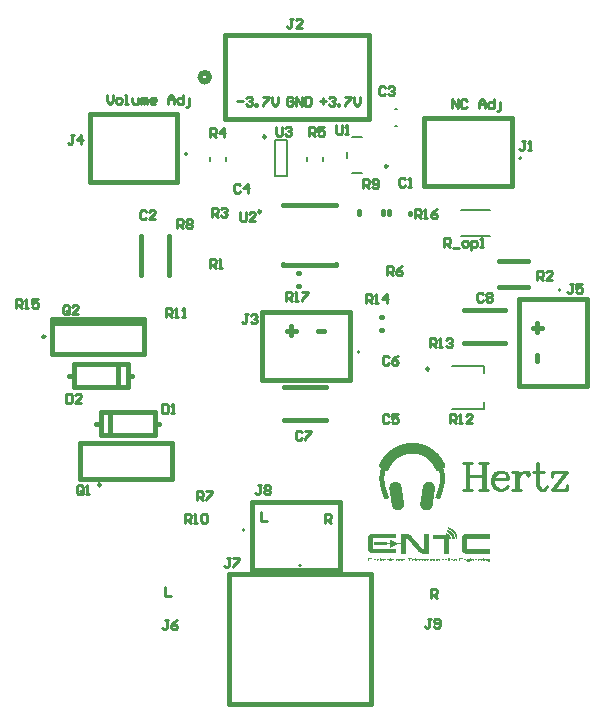
<source format=gbr>
G04*
G04 #@! TF.GenerationSoftware,Altium Limited,Altium Designer,25.4.2 (15)*
G04*
G04 Layer_Color=65535*
%FSLAX44Y44*%
%MOMM*%
G71*
G04*
G04 #@! TF.SameCoordinates,FCCDDFE3-C2CD-4CD5-A356-5465B3BF4BA8*
G04*
G04*
G04 #@! TF.FilePolarity,Positive*
G04*
G01*
G75*
%ADD10C,0.2400*%
%ADD11C,0.2500*%
%ADD12C,0.2000*%
%ADD13C,0.5080*%
%ADD14C,0.3810*%
%ADD15C,0.1270*%
%ADD16C,0.2540*%
%ADD17C,0.2794*%
G36*
X95941Y185629D02*
X96833D01*
Y185585D01*
X97414D01*
Y185540D01*
X97950D01*
Y185495D01*
X98352D01*
Y185451D01*
X98709D01*
Y185406D01*
X99066D01*
Y185361D01*
X99378D01*
Y185317D01*
X99646D01*
Y185272D01*
X99914D01*
Y185228D01*
X100182D01*
Y185183D01*
X100405D01*
Y185138D01*
X100673D01*
Y185094D01*
X100897D01*
Y185049D01*
X101120D01*
Y185004D01*
X101298D01*
Y184960D01*
X101522D01*
Y184915D01*
X101700D01*
Y184870D01*
X101879D01*
Y184826D01*
X102057D01*
Y184781D01*
X102236D01*
Y184736D01*
X102415D01*
Y184692D01*
X102593D01*
Y184647D01*
X102727D01*
Y184603D01*
X102906D01*
Y184558D01*
X103084D01*
Y184513D01*
X103263D01*
Y184468D01*
X103397D01*
Y184424D01*
X103531D01*
Y184379D01*
X103709D01*
Y184335D01*
X103843D01*
Y184290D01*
X103977D01*
Y184245D01*
X104111D01*
Y184201D01*
X104290D01*
Y184156D01*
X104379D01*
Y184111D01*
X104513D01*
Y184067D01*
X104647D01*
Y184022D01*
X104781D01*
Y183977D01*
X104915D01*
Y183933D01*
X105049D01*
Y183888D01*
X105138D01*
Y183843D01*
X105272D01*
Y183799D01*
X105406D01*
Y183754D01*
X105495D01*
Y183710D01*
X105629D01*
Y183665D01*
X105719D01*
Y183620D01*
X105852D01*
Y183575D01*
X105986D01*
Y183531D01*
X106076D01*
Y183486D01*
X106210D01*
Y183442D01*
X106299D01*
Y183397D01*
X106433D01*
Y183352D01*
X106522D01*
Y183308D01*
X106611D01*
Y183263D01*
X106746D01*
Y183218D01*
X106835D01*
Y183174D01*
X106924D01*
Y183129D01*
X107058D01*
Y183084D01*
X107147D01*
Y183040D01*
X107237D01*
Y182995D01*
X107326D01*
Y182950D01*
X107415D01*
Y182906D01*
X107505D01*
Y182861D01*
X107638D01*
Y182817D01*
X107728D01*
Y182772D01*
X107817D01*
Y182727D01*
X107906D01*
Y182683D01*
X107996D01*
Y182638D01*
X108085D01*
Y182593D01*
X108174D01*
Y182549D01*
X108264D01*
Y182504D01*
X108353D01*
Y182459D01*
X108442D01*
Y182415D01*
X108531D01*
Y182370D01*
X108621D01*
Y182325D01*
X108710D01*
Y182281D01*
X108799D01*
Y182236D01*
X108889D01*
Y182191D01*
X108978D01*
Y182147D01*
X109067D01*
Y182102D01*
X109157D01*
Y182057D01*
X109201D01*
Y182013D01*
X109290D01*
Y181968D01*
X109380D01*
Y181924D01*
X109469D01*
Y181879D01*
X109558D01*
Y181834D01*
X109648D01*
Y181790D01*
X109692D01*
Y181745D01*
X109782D01*
Y181700D01*
X109871D01*
Y181656D01*
X109960D01*
Y181611D01*
X110005D01*
Y181566D01*
X110094D01*
Y181522D01*
X110183D01*
Y181477D01*
X110228D01*
Y181432D01*
X110317D01*
Y181388D01*
X110407D01*
Y181343D01*
X110451D01*
Y181298D01*
X110541D01*
Y181254D01*
X110630D01*
Y181209D01*
X110675D01*
Y181164D01*
X110764D01*
Y181120D01*
X110853D01*
Y181075D01*
X110898D01*
Y181031D01*
X110987D01*
Y180986D01*
X111032D01*
Y180941D01*
X111121D01*
Y180897D01*
X111166D01*
Y180852D01*
X111255D01*
Y180807D01*
X111300D01*
Y180763D01*
X111389D01*
Y180718D01*
X111478D01*
Y180673D01*
X111523D01*
Y180629D01*
X111612D01*
Y180584D01*
X111657D01*
Y180539D01*
X111746D01*
Y180495D01*
X111791D01*
Y180450D01*
X111835D01*
Y180406D01*
X111925D01*
Y180361D01*
X111969D01*
Y180316D01*
X112059D01*
Y180271D01*
X112103D01*
Y180227D01*
X112193D01*
Y180182D01*
X112237D01*
Y180138D01*
X112282D01*
Y180093D01*
X112371D01*
Y180048D01*
X112416D01*
Y180004D01*
X112505D01*
Y179959D01*
X112550D01*
Y179914D01*
X112594D01*
Y179870D01*
X112684D01*
Y179825D01*
X112728D01*
Y179780D01*
X112773D01*
Y179736D01*
X112862D01*
Y179691D01*
X112907D01*
Y179646D01*
X112952D01*
Y179602D01*
X113041D01*
Y179557D01*
X113086D01*
Y179513D01*
X113130D01*
Y179468D01*
X113219D01*
Y179423D01*
X113264D01*
Y179379D01*
X113309D01*
Y179334D01*
X113398D01*
Y179289D01*
X113443D01*
Y179245D01*
X113487D01*
Y179200D01*
X113532D01*
Y179155D01*
X113621D01*
Y179111D01*
X113666D01*
Y179066D01*
X113711D01*
Y179021D01*
X113755D01*
Y178977D01*
X113845D01*
Y178932D01*
X113889D01*
Y178888D01*
X113934D01*
Y178843D01*
X114023D01*
Y178798D01*
X114068D01*
Y178754D01*
X114113D01*
Y178709D01*
X114157D01*
Y178664D01*
X114202D01*
Y178620D01*
X114246D01*
Y178575D01*
X114336D01*
Y178530D01*
X114380D01*
Y178486D01*
X114425D01*
Y178441D01*
X114470D01*
Y178396D01*
X114514D01*
Y178352D01*
X114559D01*
Y178307D01*
X114648D01*
Y178262D01*
X114693D01*
Y178218D01*
X114738D01*
Y178173D01*
X114782D01*
Y178128D01*
X114827D01*
Y178084D01*
X114872D01*
Y178039D01*
X114916D01*
Y177994D01*
X114961D01*
Y177950D01*
X115050D01*
Y177905D01*
X115095D01*
Y177861D01*
X115139D01*
Y177816D01*
X115184D01*
Y177771D01*
X115229D01*
Y177727D01*
X115273D01*
Y177682D01*
X115318D01*
Y177637D01*
X115363D01*
Y177593D01*
X115407D01*
Y177548D01*
X115452D01*
Y177503D01*
X115541D01*
Y177459D01*
X115586D01*
Y177414D01*
X115631D01*
Y177369D01*
X115675D01*
Y177325D01*
X115720D01*
Y177280D01*
X115765D01*
Y177235D01*
X115809D01*
Y177191D01*
X115854D01*
Y177146D01*
X115898D01*
Y177101D01*
X115943D01*
Y177057D01*
X115988D01*
Y177012D01*
X116032D01*
Y176968D01*
X116077D01*
Y176923D01*
X116122D01*
Y176878D01*
X116166D01*
Y176834D01*
X116211D01*
Y176789D01*
X116256D01*
Y176744D01*
X116300D01*
Y176700D01*
X116345D01*
Y176655D01*
X116390D01*
Y176610D01*
X116434D01*
Y176566D01*
X116479D01*
Y176521D01*
X116524D01*
Y176476D01*
X116568D01*
Y176432D01*
X116613D01*
Y176387D01*
X116657D01*
Y176343D01*
X116702D01*
Y176298D01*
X116747D01*
Y176253D01*
X116791D01*
Y176208D01*
X116836D01*
Y176119D01*
X116881D01*
Y176075D01*
X116925D01*
Y176030D01*
X116970D01*
Y175985D01*
X117015D01*
Y175941D01*
X117059D01*
Y175896D01*
X117104D01*
Y175851D01*
X117149D01*
Y175807D01*
X117193D01*
Y175762D01*
X117238D01*
Y175717D01*
X117282D01*
Y175628D01*
X117327D01*
Y175583D01*
X117372D01*
Y175539D01*
X117416D01*
Y175494D01*
X117461D01*
Y175450D01*
X117506D01*
Y175405D01*
X117550D01*
Y175360D01*
X117595D01*
Y175316D01*
X117640D01*
Y175226D01*
X117684D01*
Y175182D01*
X117729D01*
Y175137D01*
X117774D01*
Y175092D01*
X117818D01*
Y175048D01*
X117863D01*
Y174958D01*
X117908D01*
Y174914D01*
X117952D01*
Y174869D01*
X117997D01*
Y174824D01*
X118041D01*
Y174780D01*
X118086D01*
Y174735D01*
X118131D01*
Y174646D01*
X118175D01*
Y174601D01*
X118220D01*
Y174557D01*
X118265D01*
Y174512D01*
X118309D01*
Y174423D01*
X118354D01*
Y174378D01*
X118399D01*
Y174333D01*
X118443D01*
Y174289D01*
X118488D01*
Y174199D01*
X118533D01*
Y174155D01*
X118577D01*
Y174110D01*
X118622D01*
Y174065D01*
X118667D01*
Y173976D01*
X118711D01*
Y173932D01*
X118756D01*
Y173887D01*
X118801D01*
Y173842D01*
X118845D01*
Y173753D01*
X118890D01*
Y173708D01*
X118934D01*
Y173664D01*
X118979D01*
Y173574D01*
X119024D01*
Y173530D01*
X119068D01*
Y173485D01*
X119113D01*
Y173396D01*
X119158D01*
Y173351D01*
X119202D01*
Y173262D01*
X119247D01*
Y173217D01*
X119292D01*
Y173172D01*
X119336D01*
Y173083D01*
X119381D01*
Y173039D01*
X119426D01*
Y172994D01*
X119470D01*
Y172905D01*
X119515D01*
Y172860D01*
X119560D01*
Y172771D01*
X119604D01*
Y172726D01*
X119649D01*
Y172637D01*
X119693D01*
Y172592D01*
X119738D01*
Y172503D01*
X119783D01*
Y172458D01*
X119827D01*
Y172413D01*
X119872D01*
Y172324D01*
X119917D01*
Y172279D01*
X119961D01*
Y172190D01*
X120006D01*
Y172146D01*
X120051D01*
Y172056D01*
X120095D01*
Y172012D01*
X120140D01*
Y171922D01*
X120185D01*
Y171833D01*
X120229D01*
Y171788D01*
X120274D01*
Y171699D01*
X120319D01*
Y171654D01*
X120363D01*
Y171565D01*
X120408D01*
Y171520D01*
X120453D01*
Y171431D01*
X120497D01*
Y171342D01*
X120542D01*
Y171297D01*
X120587D01*
Y171208D01*
X120631D01*
Y171163D01*
X120676D01*
Y171074D01*
X120720D01*
Y170985D01*
X120765D01*
Y170895D01*
X120810D01*
Y170851D01*
X120854D01*
Y170761D01*
X120899D01*
Y170672D01*
X120944D01*
Y170627D01*
X120988D01*
Y170538D01*
X121033D01*
Y170449D01*
X121078D01*
Y170360D01*
X121122D01*
Y170315D01*
X121167D01*
Y170226D01*
X121212D01*
Y170136D01*
X121256D01*
Y170047D01*
X121301D01*
Y169958D01*
X121346D01*
Y169913D01*
X121390D01*
Y169824D01*
X121435D01*
Y169734D01*
X121480D01*
Y169645D01*
X121524D01*
Y169556D01*
X121569D01*
Y169511D01*
X121613D01*
Y169422D01*
X121658D01*
Y169333D01*
X121703D01*
Y169243D01*
X121747D01*
Y169154D01*
X121792D01*
Y169065D01*
X121837D01*
Y168976D01*
X121881D01*
Y168886D01*
X121926D01*
Y168797D01*
X121971D01*
Y168752D01*
X122015D01*
Y168663D01*
X122060D01*
Y168574D01*
X122105D01*
Y168484D01*
X122149D01*
Y168395D01*
X122194D01*
Y168306D01*
X122239D01*
Y168216D01*
X122283D01*
Y168127D01*
X122328D01*
Y168038D01*
X122373D01*
Y167949D01*
X122417D01*
Y167859D01*
X122462D01*
Y167815D01*
X122506D01*
Y167725D01*
X122551D01*
Y167636D01*
X122596D01*
Y167547D01*
X122640D01*
Y167458D01*
X122685D01*
Y167368D01*
X122730D01*
Y167279D01*
X122774D01*
Y167190D01*
X122819D01*
Y167100D01*
X122864D01*
Y167011D01*
X122908D01*
Y166922D01*
X122953D01*
Y166788D01*
X122998D01*
Y166654D01*
X123042D01*
Y166386D01*
X123087D01*
Y165984D01*
X123042D01*
Y165761D01*
X122998D01*
Y165582D01*
X122953D01*
Y165493D01*
X122908D01*
Y165404D01*
X122864D01*
Y165270D01*
X122819D01*
Y165225D01*
X122774D01*
Y165136D01*
X122730D01*
Y165091D01*
X122685D01*
Y165002D01*
X122640D01*
Y164957D01*
X122596D01*
Y164912D01*
X122551D01*
Y164868D01*
X122506D01*
Y164823D01*
X122462D01*
Y164778D01*
X122417D01*
Y164734D01*
X122328D01*
Y164689D01*
X122283D01*
Y164645D01*
X122194D01*
Y164600D01*
X122149D01*
Y164555D01*
X122060D01*
Y164511D01*
X121971D01*
Y164466D01*
X121881D01*
Y164421D01*
X121837D01*
Y164377D01*
X121747D01*
Y164332D01*
X121658D01*
Y164287D01*
X121569D01*
Y164243D01*
X121480D01*
Y164198D01*
X121390D01*
Y164153D01*
X121301D01*
Y164109D01*
X121212D01*
Y164020D01*
X121256D01*
Y163886D01*
X121301D01*
Y163752D01*
X121346D01*
Y163618D01*
X121390D01*
Y163439D01*
X121435D01*
Y163305D01*
X121480D01*
Y163171D01*
X121524D01*
Y162993D01*
X121569D01*
Y162859D01*
X121613D01*
Y162680D01*
X121658D01*
Y162502D01*
X121703D01*
Y162323D01*
X121747D01*
Y162144D01*
X121792D01*
Y161966D01*
X121837D01*
Y161787D01*
X121881D01*
Y161609D01*
X121926D01*
Y161385D01*
X121971D01*
Y161207D01*
X122015D01*
Y160983D01*
X122060D01*
Y160760D01*
X122105D01*
Y160492D01*
X122149D01*
Y160269D01*
X122194D01*
Y160001D01*
X122239D01*
Y159733D01*
X122283D01*
Y159421D01*
X122328D01*
Y159108D01*
X122373D01*
Y158751D01*
X122417D01*
Y158349D01*
X122462D01*
Y157858D01*
X122506D01*
Y157278D01*
X122551D01*
Y156340D01*
X122596D01*
Y154599D01*
X122551D01*
Y153750D01*
X122506D01*
Y153215D01*
X122462D01*
Y152768D01*
X122417D01*
Y152366D01*
X122373D01*
Y152009D01*
X122328D01*
Y151697D01*
X122283D01*
Y151384D01*
X122239D01*
Y151116D01*
X122194D01*
Y150848D01*
X122149D01*
Y150580D01*
X122105D01*
Y150357D01*
X122060D01*
Y150134D01*
X122015D01*
Y149866D01*
X121971D01*
Y149643D01*
X121926D01*
Y149464D01*
X121881D01*
Y149241D01*
X121837D01*
Y149018D01*
X121792D01*
Y148839D01*
X121747D01*
Y148660D01*
X121703D01*
Y148437D01*
X121658D01*
Y148259D01*
X121613D01*
Y148080D01*
X121569D01*
Y147901D01*
X121524D01*
Y147723D01*
X121480D01*
Y147544D01*
X121435D01*
Y147366D01*
X121390D01*
Y147187D01*
X121346D01*
Y147053D01*
X121301D01*
Y146875D01*
X121256D01*
Y146696D01*
X121212D01*
Y146562D01*
X121167D01*
Y146383D01*
X121122D01*
Y146249D01*
X121078D01*
Y146071D01*
X121033D01*
Y145937D01*
X120988D01*
Y145758D01*
X120944D01*
Y145580D01*
X120899D01*
Y145446D01*
X120854D01*
Y145267D01*
X120810D01*
Y145133D01*
X120765D01*
Y144999D01*
X120720D01*
Y144865D01*
X120676D01*
Y144687D01*
X120631D01*
Y144553D01*
X120587D01*
Y144419D01*
X120542D01*
Y144285D01*
X120497D01*
Y144151D01*
X120453D01*
Y144017D01*
X120408D01*
Y143838D01*
X120363D01*
Y143705D01*
X120319D01*
Y143570D01*
X120274D01*
Y143437D01*
X120229D01*
Y143303D01*
X120185D01*
Y143169D01*
X120140D01*
Y143035D01*
X120095D01*
Y142901D01*
X120051D01*
Y142767D01*
X120006D01*
Y142633D01*
X119961D01*
Y142499D01*
X119917D01*
Y142365D01*
X119872D01*
Y142231D01*
X119827D01*
Y142097D01*
X119783D01*
Y141963D01*
X119738D01*
Y141829D01*
X119693D01*
Y141695D01*
X119649D01*
Y141561D01*
X119604D01*
Y141427D01*
X119560D01*
Y141293D01*
X119515D01*
Y141204D01*
X119470D01*
Y141070D01*
X119426D01*
Y140936D01*
X119381D01*
Y140802D01*
X119336D01*
Y140668D01*
X119292D01*
Y140534D01*
X119247D01*
Y140400D01*
X119202D01*
Y140267D01*
X119158D01*
Y140133D01*
X119113D01*
Y139999D01*
X119068D01*
Y139865D01*
X119024D01*
Y139731D01*
X118979D01*
Y139597D01*
X118934D01*
Y139463D01*
X118890D01*
Y139329D01*
X118845D01*
Y139195D01*
X118801D01*
Y139061D01*
X118756D01*
Y138927D01*
X118711D01*
Y138793D01*
X118667D01*
Y138659D01*
X118622D01*
Y138525D01*
X118577D01*
Y138391D01*
X118533D01*
Y138213D01*
X118488D01*
Y138079D01*
X118443D01*
Y137900D01*
X118399D01*
Y137856D01*
X118265D01*
Y137900D01*
X118086D01*
Y137945D01*
X117908D01*
Y137990D01*
X117774D01*
Y138034D01*
X117595D01*
Y138079D01*
X117461D01*
Y138123D01*
X117282D01*
Y138168D01*
X117149D01*
Y138213D01*
X116970D01*
Y138257D01*
X116836D01*
Y138302D01*
X116657D01*
Y138347D01*
X116524D01*
Y138391D01*
X116345D01*
Y138436D01*
X116211D01*
Y138481D01*
X116032D01*
Y138525D01*
X115898D01*
Y138570D01*
X115720D01*
Y138615D01*
X115541D01*
Y138659D01*
X115407D01*
Y138704D01*
X115229D01*
Y138749D01*
X115095D01*
Y138793D01*
X114916D01*
Y138838D01*
X114782D01*
Y138883D01*
X114604D01*
Y138927D01*
X114470D01*
Y138972D01*
X114425D01*
Y139061D01*
X114470D01*
Y139240D01*
X114514D01*
Y139374D01*
X114559D01*
Y139552D01*
X114604D01*
Y139686D01*
X114648D01*
Y139820D01*
X114693D01*
Y139954D01*
X114738D01*
Y140088D01*
X114782D01*
Y140222D01*
X114827D01*
Y140400D01*
X114872D01*
Y140534D01*
X114916D01*
Y140668D01*
X114961D01*
Y140802D01*
X115005D01*
Y140936D01*
X115050D01*
Y141070D01*
X115095D01*
Y141204D01*
X115139D01*
Y141338D01*
X115184D01*
Y141472D01*
X115229D01*
Y141561D01*
X115273D01*
Y141695D01*
X115318D01*
Y141829D01*
X115363D01*
Y141963D01*
X115407D01*
Y142097D01*
X115452D01*
Y142231D01*
X115497D01*
Y142365D01*
X115541D01*
Y142499D01*
X115586D01*
Y142633D01*
X115631D01*
Y142767D01*
X115675D01*
Y142901D01*
X115720D01*
Y143035D01*
X115765D01*
Y143169D01*
X115809D01*
Y143258D01*
X115854D01*
Y143392D01*
X115898D01*
Y143526D01*
X115943D01*
Y143660D01*
X115988D01*
Y143794D01*
X116032D01*
Y143928D01*
X116077D01*
Y144062D01*
X116122D01*
Y144196D01*
X116166D01*
Y144330D01*
X116211D01*
Y144464D01*
X116256D01*
Y144598D01*
X116300D01*
Y144731D01*
X116345D01*
Y144865D01*
X116390D01*
Y144999D01*
X116434D01*
Y145178D01*
X116479D01*
Y145312D01*
X116524D01*
Y145446D01*
X116568D01*
Y145580D01*
X116613D01*
Y145714D01*
X116657D01*
Y145848D01*
X116702D01*
Y146026D01*
X116747D01*
Y146160D01*
X116791D01*
Y146294D01*
X116836D01*
Y146428D01*
X116881D01*
Y146607D01*
X116925D01*
Y146741D01*
X116970D01*
Y146919D01*
X117015D01*
Y147053D01*
X117059D01*
Y147232D01*
X117104D01*
Y147366D01*
X117149D01*
Y147544D01*
X117193D01*
Y147678D01*
X117238D01*
Y147857D01*
X117282D01*
Y147991D01*
X117327D01*
Y148169D01*
X117372D01*
Y148348D01*
X117416D01*
Y148526D01*
X117461D01*
Y148705D01*
X117506D01*
Y148884D01*
X117550D01*
Y149062D01*
X117595D01*
Y149241D01*
X117640D01*
Y149419D01*
X117684D01*
Y149598D01*
X117729D01*
Y149821D01*
X117774D01*
Y150000D01*
X117818D01*
Y150223D01*
X117863D01*
Y150446D01*
X117908D01*
Y150670D01*
X117952D01*
Y150893D01*
X117997D01*
Y151116D01*
X118041D01*
Y151384D01*
X118086D01*
Y151607D01*
X118131D01*
Y151920D01*
X118175D01*
Y152188D01*
X118220D01*
Y152500D01*
X118265D01*
Y152857D01*
X118309D01*
Y153259D01*
X118354D01*
Y153706D01*
X118399D01*
Y154331D01*
X118443D01*
Y156608D01*
X118399D01*
Y157322D01*
X118354D01*
Y157813D01*
X118309D01*
Y158260D01*
X118265D01*
Y158572D01*
X118220D01*
Y158930D01*
X118175D01*
Y159198D01*
X118131D01*
Y159465D01*
X118086D01*
Y159733D01*
X118041D01*
Y159957D01*
X117997D01*
Y160180D01*
X117952D01*
Y160403D01*
X117908D01*
Y160626D01*
X117863D01*
Y160805D01*
X117818D01*
Y160983D01*
X117774D01*
Y161162D01*
X117729D01*
Y161341D01*
X117684D01*
Y161519D01*
X117640D01*
Y161698D01*
X117595D01*
Y161832D01*
X117550D01*
Y162010D01*
X117506D01*
Y162144D01*
X117461D01*
Y162100D01*
X117372D01*
Y162055D01*
X117282D01*
Y162010D01*
X117193D01*
Y161966D01*
X117059D01*
Y161921D01*
X116881D01*
Y161876D01*
X116657D01*
Y161832D01*
X116211D01*
Y161876D01*
X116032D01*
Y161921D01*
X115854D01*
Y161966D01*
X115720D01*
Y162010D01*
X115631D01*
Y162055D01*
X115541D01*
Y162100D01*
X115452D01*
Y162144D01*
X115407D01*
Y162189D01*
X115363D01*
Y162234D01*
X115273D01*
Y162278D01*
X115229D01*
Y162323D01*
X115184D01*
Y162367D01*
X115139D01*
Y162412D01*
X115095D01*
Y162457D01*
X115050D01*
Y162502D01*
X115005D01*
Y162591D01*
X114961D01*
Y162635D01*
X114916D01*
Y162680D01*
X114872D01*
Y162769D01*
X114827D01*
Y162859D01*
X114782D01*
Y162903D01*
X114738D01*
Y162993D01*
X114693D01*
Y163082D01*
X114648D01*
Y163171D01*
X114604D01*
Y163260D01*
X114559D01*
Y163350D01*
X114514D01*
Y163439D01*
X114470D01*
Y163528D01*
X114425D01*
Y163618D01*
X114380D01*
Y163707D01*
X114336D01*
Y163796D01*
X114291D01*
Y163841D01*
X114246D01*
Y163930D01*
X114202D01*
Y164020D01*
X114157D01*
Y164109D01*
X114113D01*
Y164198D01*
X114068D01*
Y164287D01*
X114023D01*
Y164377D01*
X113979D01*
Y164466D01*
X113934D01*
Y164555D01*
X113889D01*
Y164645D01*
X113845D01*
Y164734D01*
X113800D01*
Y164823D01*
X113755D01*
Y164912D01*
X113711D01*
Y164957D01*
X113666D01*
Y165046D01*
X113621D01*
Y165136D01*
X113577D01*
Y165225D01*
X113532D01*
Y165314D01*
X113487D01*
Y165404D01*
X113443D01*
Y165493D01*
X113398D01*
Y165538D01*
X113353D01*
Y165627D01*
X113309D01*
Y165716D01*
X113264D01*
Y165805D01*
X113219D01*
Y165895D01*
X113175D01*
Y165939D01*
X113130D01*
Y166029D01*
X113086D01*
Y166118D01*
X113041D01*
Y166163D01*
X112996D01*
Y166252D01*
X112952D01*
Y166341D01*
X112907D01*
Y166386D01*
X112862D01*
Y166475D01*
X112818D01*
Y166565D01*
X112773D01*
Y166609D01*
X112728D01*
Y166698D01*
X112684D01*
Y166743D01*
X112639D01*
Y166832D01*
X112594D01*
Y166922D01*
X112550D01*
Y166966D01*
X112505D01*
Y167056D01*
X112460D01*
Y167100D01*
X112416D01*
Y167190D01*
X112371D01*
Y167234D01*
X112326D01*
Y167323D01*
X112282D01*
Y167368D01*
X112237D01*
Y167458D01*
X112193D01*
Y167502D01*
X112148D01*
Y167547D01*
X112103D01*
Y167636D01*
X112059D01*
Y167681D01*
X112014D01*
Y167770D01*
X111969D01*
Y167815D01*
X111925D01*
Y167859D01*
X111880D01*
Y167949D01*
X111835D01*
Y167993D01*
X111791D01*
Y168038D01*
X111746D01*
Y168127D01*
X111701D01*
Y168172D01*
X111657D01*
Y168261D01*
X111612D01*
Y168306D01*
X111567D01*
Y168350D01*
X111523D01*
Y168395D01*
X111478D01*
Y168484D01*
X111434D01*
Y168529D01*
X111389D01*
Y168574D01*
X111344D01*
Y168618D01*
X111300D01*
Y168708D01*
X111255D01*
Y168752D01*
X111210D01*
Y168797D01*
X111166D01*
Y168841D01*
X111121D01*
Y168931D01*
X111076D01*
Y168976D01*
X111032D01*
Y169020D01*
X110987D01*
Y169065D01*
X110942D01*
Y169109D01*
X110898D01*
Y169154D01*
X110853D01*
Y169243D01*
X110808D01*
Y169288D01*
X110764D01*
Y169333D01*
X110719D01*
Y169377D01*
X110675D01*
Y169422D01*
X110630D01*
Y169467D01*
X110585D01*
Y169556D01*
X110541D01*
Y169601D01*
X110496D01*
Y169645D01*
X110451D01*
Y169690D01*
X110407D01*
Y169734D01*
X110362D01*
Y169779D01*
X110317D01*
Y169824D01*
X110273D01*
Y169868D01*
X110228D01*
Y169913D01*
X110183D01*
Y169958D01*
X110139D01*
Y170002D01*
X110094D01*
Y170047D01*
X110049D01*
Y170092D01*
X110005D01*
Y170181D01*
X109960D01*
Y170226D01*
X109916D01*
Y170270D01*
X109871D01*
Y170315D01*
X109826D01*
Y170360D01*
X109782D01*
Y170404D01*
X109737D01*
Y170449D01*
X109692D01*
Y170494D01*
X109648D01*
Y170538D01*
X109558D01*
Y170583D01*
X109514D01*
Y170627D01*
X109469D01*
Y170672D01*
X109424D01*
Y170717D01*
X109380D01*
Y170761D01*
X109335D01*
Y170806D01*
X109290D01*
Y170851D01*
X109246D01*
Y170895D01*
X109201D01*
Y170940D01*
X109157D01*
Y170985D01*
X109112D01*
Y171029D01*
X109067D01*
Y171074D01*
X109023D01*
Y171119D01*
X108978D01*
Y171163D01*
X108933D01*
Y171208D01*
X108889D01*
Y171253D01*
X108799D01*
Y171297D01*
X108755D01*
Y171342D01*
X108710D01*
Y171387D01*
X108665D01*
Y171431D01*
X108621D01*
Y171476D01*
X108576D01*
Y171520D01*
X108487D01*
Y171565D01*
X108442D01*
Y171610D01*
X108398D01*
Y171654D01*
X108353D01*
Y171699D01*
X108308D01*
Y171744D01*
X108264D01*
Y171788D01*
X108174D01*
Y171833D01*
X108130D01*
Y171878D01*
X108085D01*
Y171922D01*
X108040D01*
Y171967D01*
X107951D01*
Y172012D01*
X107906D01*
Y172056D01*
X107862D01*
Y172101D01*
X107817D01*
Y172146D01*
X107728D01*
Y172190D01*
X107683D01*
Y172235D01*
X107638D01*
Y172279D01*
X107594D01*
Y172324D01*
X107505D01*
Y172369D01*
X107460D01*
Y172413D01*
X107415D01*
Y172458D01*
X107326D01*
Y172503D01*
X107281D01*
Y172547D01*
X107237D01*
Y172592D01*
X107147D01*
Y172637D01*
X107103D01*
Y172681D01*
X107013D01*
Y172726D01*
X106969D01*
Y172771D01*
X106879D01*
Y172815D01*
X106835D01*
Y172860D01*
X106790D01*
Y172905D01*
X106701D01*
Y172949D01*
X106656D01*
Y172994D01*
X106567D01*
Y173039D01*
X106522D01*
Y173083D01*
X106433D01*
Y173128D01*
X106388D01*
Y173172D01*
X106299D01*
Y173217D01*
X106210D01*
Y173262D01*
X106165D01*
Y173306D01*
X106076D01*
Y173351D01*
X106031D01*
Y173396D01*
X105942D01*
Y173440D01*
X105852D01*
Y173485D01*
X105808D01*
Y173530D01*
X105719D01*
Y173574D01*
X105629D01*
Y173619D01*
X105585D01*
Y173664D01*
X105495D01*
Y173708D01*
X105406D01*
Y173753D01*
X105317D01*
Y173797D01*
X105272D01*
Y173842D01*
X105183D01*
Y173887D01*
X105093D01*
Y173932D01*
X105004D01*
Y173976D01*
X104915D01*
Y174021D01*
X104870D01*
Y174065D01*
X104781D01*
Y174110D01*
X104692D01*
Y174155D01*
X104602D01*
Y174199D01*
X104513D01*
Y174244D01*
X104424D01*
Y174289D01*
X104334D01*
Y174333D01*
X104245D01*
Y174378D01*
X104156D01*
Y174423D01*
X104067D01*
Y174467D01*
X103977D01*
Y174512D01*
X103888D01*
Y174557D01*
X103799D01*
Y174601D01*
X103709D01*
Y174646D01*
X103620D01*
Y174690D01*
X103531D01*
Y174735D01*
X103397D01*
Y174780D01*
X103308D01*
Y174824D01*
X103218D01*
Y174869D01*
X103084D01*
Y174914D01*
X102995D01*
Y174958D01*
X102906D01*
Y175003D01*
X102772D01*
Y175048D01*
X102683D01*
Y175092D01*
X102549D01*
Y175137D01*
X102459D01*
Y175182D01*
X102325D01*
Y175226D01*
X102191D01*
Y175271D01*
X102102D01*
Y175316D01*
X101968D01*
Y175360D01*
X101834D01*
Y175405D01*
X101700D01*
Y175450D01*
X101566D01*
Y175494D01*
X101432D01*
Y175539D01*
X101298D01*
Y175583D01*
X101164D01*
Y175628D01*
X101031D01*
Y175673D01*
X100852D01*
Y175717D01*
X100718D01*
Y175762D01*
X100539D01*
Y175807D01*
X100405D01*
Y175851D01*
X100227D01*
Y175896D01*
X100048D01*
Y175941D01*
X99870D01*
Y175985D01*
X99691D01*
Y176030D01*
X99513D01*
Y176075D01*
X99289D01*
Y176119D01*
X99111D01*
Y176164D01*
X98887D01*
Y176208D01*
X98664D01*
Y176253D01*
X98352D01*
Y176298D01*
X98084D01*
Y176343D01*
X97771D01*
Y176387D01*
X97414D01*
Y176432D01*
X97012D01*
Y176476D01*
X96521D01*
Y176521D01*
X95807D01*
Y176566D01*
X93931D01*
Y176521D01*
X93217D01*
Y176476D01*
X92726D01*
Y176432D01*
X92324D01*
Y176387D01*
X91967D01*
Y176343D01*
X91654D01*
Y176298D01*
X91342D01*
Y176253D01*
X91074D01*
Y176208D01*
X90851D01*
Y176164D01*
X90627D01*
Y176119D01*
X90404D01*
Y176075D01*
X90226D01*
Y176030D01*
X90047D01*
Y175985D01*
X89868D01*
Y175941D01*
X89690D01*
Y175896D01*
X89511D01*
Y175851D01*
X89333D01*
Y175807D01*
X89199D01*
Y175762D01*
X89020D01*
Y175717D01*
X88886D01*
Y175673D01*
X88708D01*
Y175628D01*
X88574D01*
Y175583D01*
X88440D01*
Y175539D01*
X88306D01*
Y175494D01*
X88172D01*
Y175450D01*
X88038D01*
Y175405D01*
X87904D01*
Y175360D01*
X87770D01*
Y175316D01*
X87636D01*
Y175271D01*
X87547D01*
Y175226D01*
X87413D01*
Y175182D01*
X87279D01*
Y175137D01*
X87190D01*
Y175092D01*
X87056D01*
Y175048D01*
X86966D01*
Y175003D01*
X86832D01*
Y174958D01*
X86743D01*
Y174914D01*
X86609D01*
Y174869D01*
X86520D01*
Y174824D01*
X86430D01*
Y174780D01*
X86297D01*
Y174735D01*
X86207D01*
Y174690D01*
X86118D01*
Y174646D01*
X86029D01*
Y174601D01*
X85939D01*
Y174557D01*
X85850D01*
Y174512D01*
X85761D01*
Y174467D01*
X85627D01*
Y174423D01*
X85538D01*
Y174378D01*
X85493D01*
Y174333D01*
X85403D01*
Y174289D01*
X85314D01*
Y174244D01*
X85225D01*
Y174199D01*
X85136D01*
Y174155D01*
X85046D01*
Y174110D01*
X84957D01*
Y174065D01*
X84868D01*
Y174021D01*
X84778D01*
Y173976D01*
X84734D01*
Y173932D01*
X84644D01*
Y173887D01*
X84555D01*
Y173842D01*
X84466D01*
Y173797D01*
X84377D01*
Y173753D01*
X84332D01*
Y173708D01*
X84243D01*
Y173664D01*
X84153D01*
Y173619D01*
X84109D01*
Y173574D01*
X84019D01*
Y173530D01*
X83930D01*
Y173485D01*
X83841D01*
Y173440D01*
X83796D01*
Y173396D01*
X83707D01*
Y173351D01*
X83662D01*
Y173306D01*
X83573D01*
Y173262D01*
X83528D01*
Y173217D01*
X83439D01*
Y173172D01*
X83350D01*
Y173128D01*
X83305D01*
Y173083D01*
X83216D01*
Y173039D01*
X83171D01*
Y172994D01*
X83082D01*
Y172949D01*
X83037D01*
Y172905D01*
X82948D01*
Y172860D01*
X82903D01*
Y172815D01*
X82859D01*
Y172771D01*
X82769D01*
Y172726D01*
X82725D01*
Y172681D01*
X82635D01*
Y172637D01*
X82591D01*
Y172592D01*
X82501D01*
Y172547D01*
X82457D01*
Y172503D01*
X82412D01*
Y172458D01*
X82323D01*
Y172413D01*
X82278D01*
Y172369D01*
X82233D01*
Y172324D01*
X82144D01*
Y172279D01*
X82100D01*
Y172235D01*
X82055D01*
Y172190D01*
X82010D01*
Y172146D01*
X81921D01*
Y172101D01*
X81876D01*
Y172056D01*
X81832D01*
Y172012D01*
X81787D01*
Y171967D01*
X81698D01*
Y171922D01*
X81653D01*
Y171878D01*
X81608D01*
Y171833D01*
X81564D01*
Y171788D01*
X81475D01*
Y171744D01*
X81430D01*
Y171699D01*
X81385D01*
Y171654D01*
X81341D01*
Y171610D01*
X81296D01*
Y171565D01*
X81207D01*
Y171520D01*
X81162D01*
Y171476D01*
X81117D01*
Y171431D01*
X81073D01*
Y171387D01*
X81028D01*
Y171342D01*
X80983D01*
Y171297D01*
X80939D01*
Y171253D01*
X80849D01*
Y171208D01*
X80805D01*
Y171163D01*
X80760D01*
Y171119D01*
X80715D01*
Y171074D01*
X80671D01*
Y171029D01*
X80626D01*
Y170985D01*
X80582D01*
Y170940D01*
X80537D01*
Y170895D01*
X80492D01*
Y170851D01*
X80448D01*
Y170806D01*
X80403D01*
Y170761D01*
X80358D01*
Y170717D01*
X80314D01*
Y170672D01*
X80224D01*
Y170627D01*
X80180D01*
Y170583D01*
X80135D01*
Y170538D01*
X80090D01*
Y170494D01*
X80046D01*
Y170449D01*
X80001D01*
Y170404D01*
X79956D01*
Y170360D01*
X79912D01*
Y170315D01*
X79867D01*
Y170270D01*
X79823D01*
Y170226D01*
X79778D01*
Y170181D01*
X79733D01*
Y170136D01*
X79689D01*
Y170092D01*
X79644D01*
Y170047D01*
X79599D01*
Y170002D01*
X79555D01*
Y169958D01*
X79510D01*
Y169868D01*
X79465D01*
Y169824D01*
X79421D01*
Y169779D01*
X79376D01*
Y169734D01*
X79331D01*
Y169690D01*
X79287D01*
Y169645D01*
X79242D01*
Y169601D01*
X79197D01*
Y169556D01*
X79153D01*
Y169511D01*
X79108D01*
Y169422D01*
X79063D01*
Y169377D01*
X79019D01*
Y169333D01*
X78974D01*
Y169288D01*
X78930D01*
Y169243D01*
X78885D01*
Y169199D01*
X78840D01*
Y169109D01*
X78796D01*
Y169065D01*
X78751D01*
Y169020D01*
X78706D01*
Y168976D01*
X78662D01*
Y168931D01*
X78617D01*
Y168886D01*
X78572D01*
Y168797D01*
X78528D01*
Y168752D01*
X78483D01*
Y168708D01*
X78438D01*
Y168663D01*
X78394D01*
Y168574D01*
X78349D01*
Y168529D01*
X78304D01*
Y168484D01*
X78260D01*
Y168440D01*
X78215D01*
Y168350D01*
X78170D01*
Y168306D01*
X78126D01*
Y168261D01*
X78081D01*
Y168172D01*
X78036D01*
Y168127D01*
X77992D01*
Y168083D01*
X77947D01*
Y167993D01*
X77903D01*
Y167949D01*
X77858D01*
Y167904D01*
X77813D01*
Y167815D01*
X77769D01*
Y167770D01*
X77724D01*
Y167725D01*
X77679D01*
Y167636D01*
X77635D01*
Y167591D01*
X77590D01*
Y167502D01*
X77545D01*
Y167458D01*
X77501D01*
Y167368D01*
X77456D01*
Y167323D01*
X77411D01*
Y167234D01*
X77367D01*
Y167190D01*
X77322D01*
Y167100D01*
X77277D01*
Y167056D01*
X77233D01*
Y166966D01*
X77188D01*
Y166922D01*
X77144D01*
Y166832D01*
X77099D01*
Y166788D01*
X77054D01*
Y166698D01*
X77010D01*
Y166654D01*
X76965D01*
Y166565D01*
X76920D01*
Y166475D01*
X76876D01*
Y166430D01*
X76831D01*
Y166341D01*
X76786D01*
Y166252D01*
X76742D01*
Y166207D01*
X76697D01*
Y166118D01*
X76652D01*
Y166029D01*
X76608D01*
Y165984D01*
X76563D01*
Y165895D01*
X76519D01*
Y165805D01*
X76474D01*
Y165716D01*
X76429D01*
Y165627D01*
X76385D01*
Y165582D01*
X76340D01*
Y165493D01*
X76295D01*
Y165404D01*
X76251D01*
Y165314D01*
X76206D01*
Y165225D01*
X76161D01*
Y165136D01*
X76117D01*
Y165046D01*
X76072D01*
Y164957D01*
X76027D01*
Y164912D01*
X75983D01*
Y164823D01*
X75938D01*
Y164734D01*
X75893D01*
Y164645D01*
X75849D01*
Y164555D01*
X75804D01*
Y164466D01*
X75760D01*
Y164377D01*
X75715D01*
Y164287D01*
X75670D01*
Y164198D01*
X75626D01*
Y164109D01*
X75581D01*
Y164020D01*
X75536D01*
Y163930D01*
X75492D01*
Y163886D01*
X75447D01*
Y163796D01*
X75402D01*
Y163707D01*
X75358D01*
Y163618D01*
X75313D01*
Y163528D01*
X75268D01*
Y163439D01*
X75224D01*
Y163350D01*
X75179D01*
Y163260D01*
X75134D01*
Y163171D01*
X75090D01*
Y163082D01*
X75045D01*
Y162993D01*
X75000D01*
Y162903D01*
X74956D01*
Y162859D01*
X74911D01*
Y162769D01*
X74866D01*
Y162680D01*
X74822D01*
Y162635D01*
X74777D01*
Y162591D01*
X74733D01*
Y162502D01*
X74688D01*
Y162457D01*
X74643D01*
Y162412D01*
X74599D01*
Y162367D01*
X74554D01*
Y162323D01*
X74509D01*
Y162278D01*
X74465D01*
Y162234D01*
X74375D01*
Y162189D01*
X74331D01*
Y162144D01*
X74286D01*
Y162100D01*
X74197D01*
Y162055D01*
X74107D01*
Y162010D01*
X74018D01*
Y161966D01*
X73884D01*
Y161921D01*
X73706D01*
Y161876D01*
X73527D01*
Y161832D01*
X73081D01*
Y161876D01*
X72857D01*
Y161921D01*
X72679D01*
Y161966D01*
X72545D01*
Y162010D01*
X72456D01*
Y162055D01*
X72366D01*
Y162100D01*
X72277D01*
Y162144D01*
X72232D01*
Y162010D01*
X72188D01*
Y161832D01*
X72143D01*
Y161698D01*
X72098D01*
Y161519D01*
X72054D01*
Y161341D01*
X72009D01*
Y161162D01*
X71964D01*
Y160983D01*
X71920D01*
Y160805D01*
X71875D01*
Y160626D01*
X71830D01*
Y160403D01*
X71786D01*
Y160180D01*
X71741D01*
Y159957D01*
X71697D01*
Y159733D01*
X71652D01*
Y159465D01*
X71607D01*
Y159198D01*
X71562D01*
Y158930D01*
X71518D01*
Y158617D01*
X71473D01*
Y158260D01*
X71429D01*
Y157858D01*
X71384D01*
Y157367D01*
X71339D01*
Y156697D01*
X71295D01*
Y154331D01*
X71339D01*
Y153706D01*
X71384D01*
Y153215D01*
X71429D01*
Y152857D01*
X71473D01*
Y152500D01*
X71518D01*
Y152143D01*
X71562D01*
Y151875D01*
X71607D01*
Y151607D01*
X71652D01*
Y151339D01*
X71697D01*
Y151072D01*
X71741D01*
Y150848D01*
X71786D01*
Y150625D01*
X71830D01*
Y150402D01*
X71875D01*
Y150178D01*
X71920D01*
Y150000D01*
X71964D01*
Y149777D01*
X72009D01*
Y149598D01*
X72054D01*
Y149419D01*
X72098D01*
Y149196D01*
X72143D01*
Y149018D01*
X72188D01*
Y148839D01*
X72232D01*
Y148660D01*
X72277D01*
Y148482D01*
X72322D01*
Y148303D01*
X72366D01*
Y148125D01*
X72411D01*
Y147991D01*
X72456D01*
Y147812D01*
X72500D01*
Y147633D01*
X72545D01*
Y147500D01*
X72589D01*
Y147321D01*
X72634D01*
Y147187D01*
X72679D01*
Y147008D01*
X72723D01*
Y146875D01*
X72768D01*
Y146741D01*
X72813D01*
Y146607D01*
X72857D01*
Y146428D01*
X72902D01*
Y146294D01*
X72947D01*
Y146160D01*
X72991D01*
Y146026D01*
X73036D01*
Y145848D01*
X73081D01*
Y145714D01*
X73125D01*
Y145580D01*
X73170D01*
Y145446D01*
X73215D01*
Y145312D01*
X73259D01*
Y145133D01*
X73304D01*
Y144999D01*
X73348D01*
Y144865D01*
X73393D01*
Y144731D01*
X73438D01*
Y144598D01*
X73482D01*
Y144464D01*
X73527D01*
Y144330D01*
X73572D01*
Y144196D01*
X73616D01*
Y144062D01*
X73661D01*
Y143928D01*
X73706D01*
Y143794D01*
X73750D01*
Y143660D01*
X73795D01*
Y143526D01*
X73840D01*
Y143392D01*
X73884D01*
Y143258D01*
X73929D01*
Y143124D01*
X73973D01*
Y142990D01*
X74018D01*
Y142856D01*
X74063D01*
Y142767D01*
X74107D01*
Y142633D01*
X74152D01*
Y142499D01*
X74197D01*
Y142365D01*
X74241D01*
Y142231D01*
X74286D01*
Y142097D01*
X74331D01*
Y141963D01*
X74375D01*
Y141829D01*
X74420D01*
Y141695D01*
X74465D01*
Y141561D01*
X74509D01*
Y141427D01*
X74554D01*
Y141293D01*
X74599D01*
Y141159D01*
X74643D01*
Y141026D01*
X74688D01*
Y140892D01*
X74733D01*
Y140758D01*
X74777D01*
Y140624D01*
X74822D01*
Y140490D01*
X74866D01*
Y140356D01*
X74911D01*
Y140222D01*
X74956D01*
Y140088D01*
X75000D01*
Y139909D01*
X75045D01*
Y139775D01*
X75090D01*
Y139642D01*
X75134D01*
Y139508D01*
X75179D01*
Y139374D01*
X75224D01*
Y139195D01*
X75268D01*
Y139061D01*
X75313D01*
Y138972D01*
X75268D01*
Y138927D01*
X75134D01*
Y138883D01*
X74956D01*
Y138838D01*
X74822D01*
Y138793D01*
X74643D01*
Y138749D01*
X74509D01*
Y138704D01*
X74331D01*
Y138659D01*
X74197D01*
Y138615D01*
X74018D01*
Y138570D01*
X73840D01*
Y138525D01*
X73706D01*
Y138481D01*
X73527D01*
Y138436D01*
X73393D01*
Y138391D01*
X73215D01*
Y138347D01*
X73081D01*
Y138302D01*
X72902D01*
Y138257D01*
X72768D01*
Y138213D01*
X72589D01*
Y138168D01*
X72456D01*
Y138123D01*
X72277D01*
Y138079D01*
X72143D01*
Y138034D01*
X71964D01*
Y137990D01*
X71830D01*
Y137945D01*
X71652D01*
Y137900D01*
X71473D01*
Y137856D01*
X71339D01*
Y137900D01*
X71295D01*
Y138034D01*
X71250D01*
Y138168D01*
X71205D01*
Y138347D01*
X71161D01*
Y138481D01*
X71116D01*
Y138615D01*
X71071D01*
Y138749D01*
X71027D01*
Y138927D01*
X70982D01*
Y139061D01*
X70938D01*
Y139195D01*
X70893D01*
Y139329D01*
X70848D01*
Y139463D01*
X70803D01*
Y139597D01*
X70759D01*
Y139731D01*
X70714D01*
Y139865D01*
X70670D01*
Y139999D01*
X70625D01*
Y140133D01*
X70580D01*
Y140267D01*
X70536D01*
Y140400D01*
X70491D01*
Y140534D01*
X70446D01*
Y140668D01*
X70402D01*
Y140758D01*
X70357D01*
Y140892D01*
X70312D01*
Y141026D01*
X70268D01*
Y141159D01*
X70223D01*
Y141293D01*
X70178D01*
Y141427D01*
X70134D01*
Y141561D01*
X70089D01*
Y141695D01*
X70044D01*
Y141829D01*
X70000D01*
Y141963D01*
X69955D01*
Y142097D01*
X69910D01*
Y142231D01*
X69866D01*
Y142365D01*
X69821D01*
Y142499D01*
X69777D01*
Y142633D01*
X69732D01*
Y142767D01*
X69687D01*
Y142901D01*
X69643D01*
Y143035D01*
X69598D01*
Y143169D01*
X69553D01*
Y143303D01*
X69509D01*
Y143437D01*
X69464D01*
Y143570D01*
X69419D01*
Y143705D01*
X69375D01*
Y143838D01*
X69330D01*
Y143972D01*
X69285D01*
Y144151D01*
X69241D01*
Y144285D01*
X69196D01*
Y144419D01*
X69152D01*
Y144553D01*
X69107D01*
Y144687D01*
X69062D01*
Y144865D01*
X69018D01*
Y144999D01*
X68973D01*
Y145133D01*
X68928D01*
Y145267D01*
X68884D01*
Y145446D01*
X68839D01*
Y145580D01*
X68794D01*
Y145714D01*
X68750D01*
Y145892D01*
X68705D01*
Y146026D01*
X68660D01*
Y146205D01*
X68616D01*
Y146339D01*
X68571D01*
Y146517D01*
X68526D01*
Y146651D01*
X68482D01*
Y146830D01*
X68437D01*
Y147008D01*
X68393D01*
Y147142D01*
X68348D01*
Y147321D01*
X68303D01*
Y147500D01*
X68259D01*
Y147678D01*
X68214D01*
Y147857D01*
X68169D01*
Y148035D01*
X68125D01*
Y148214D01*
X68080D01*
Y148393D01*
X68035D01*
Y148616D01*
X67991D01*
Y148794D01*
X67946D01*
Y149018D01*
X67901D01*
Y149196D01*
X67857D01*
Y149419D01*
X67812D01*
Y149643D01*
X67767D01*
Y149866D01*
X67723D01*
Y150089D01*
X67678D01*
Y150312D01*
X67633D01*
Y150580D01*
X67589D01*
Y150804D01*
X67544D01*
Y151072D01*
X67499D01*
Y151384D01*
X67455D01*
Y151652D01*
X67410D01*
Y152009D01*
X67366D01*
Y152322D01*
X67321D01*
Y152723D01*
X67276D01*
Y153170D01*
X67232D01*
Y153750D01*
X67187D01*
Y154554D01*
X67142D01*
Y156652D01*
X67187D01*
Y157411D01*
X67232D01*
Y157947D01*
X67276D01*
Y158394D01*
X67321D01*
Y158796D01*
X67366D01*
Y159153D01*
X67410D01*
Y159465D01*
X67455D01*
Y159778D01*
X67499D01*
Y160046D01*
X67544D01*
Y160314D01*
X67589D01*
Y160537D01*
X67633D01*
Y160760D01*
X67678D01*
Y160983D01*
X67723D01*
Y161207D01*
X67767D01*
Y161430D01*
X67812D01*
Y161609D01*
X67857D01*
Y161787D01*
X67901D01*
Y162010D01*
X67946D01*
Y162189D01*
X67991D01*
Y162367D01*
X68035D01*
Y162546D01*
X68080D01*
Y162680D01*
X68125D01*
Y162859D01*
X68169D01*
Y162993D01*
X68214D01*
Y163171D01*
X68259D01*
Y163305D01*
X68303D01*
Y163484D01*
X68348D01*
Y163618D01*
X68393D01*
Y163752D01*
X68437D01*
Y163886D01*
X68482D01*
Y164020D01*
X68526D01*
Y164109D01*
X68437D01*
Y164153D01*
X68348D01*
Y164198D01*
X68259D01*
Y164243D01*
X68169D01*
Y164287D01*
X68080D01*
Y164332D01*
X67991D01*
Y164377D01*
X67901D01*
Y164421D01*
X67857D01*
Y164466D01*
X67767D01*
Y164511D01*
X67678D01*
Y164555D01*
X67589D01*
Y164600D01*
X67499D01*
Y164645D01*
X67455D01*
Y164689D01*
X67410D01*
Y164734D01*
X67321D01*
Y164778D01*
X67276D01*
Y164823D01*
X67232D01*
Y164868D01*
X67187D01*
Y164912D01*
X67142D01*
Y164957D01*
X67098D01*
Y165002D01*
X67053D01*
Y165091D01*
X67008D01*
Y165136D01*
X66964D01*
Y165180D01*
X66919D01*
Y165270D01*
X66874D01*
Y165359D01*
X66830D01*
Y165448D01*
X66785D01*
Y165582D01*
X66740D01*
Y165716D01*
X66696D01*
Y165939D01*
X66651D01*
Y166430D01*
X66696D01*
Y166654D01*
X66740D01*
Y166788D01*
X66785D01*
Y166922D01*
X66830D01*
Y167011D01*
X66874D01*
Y167100D01*
X66919D01*
Y167190D01*
X66964D01*
Y167279D01*
X67008D01*
Y167368D01*
X67053D01*
Y167458D01*
X67098D01*
Y167547D01*
X67142D01*
Y167636D01*
X67187D01*
Y167725D01*
X67232D01*
Y167815D01*
X67276D01*
Y167859D01*
X67321D01*
Y167949D01*
X67366D01*
Y168038D01*
X67410D01*
Y168127D01*
X67455D01*
Y168216D01*
X67499D01*
Y168306D01*
X67544D01*
Y168395D01*
X67589D01*
Y168484D01*
X67633D01*
Y168574D01*
X67678D01*
Y168663D01*
X67723D01*
Y168752D01*
X67767D01*
Y168797D01*
X67812D01*
Y168886D01*
X67857D01*
Y168976D01*
X67901D01*
Y169065D01*
X67946D01*
Y169154D01*
X67991D01*
Y169243D01*
X68035D01*
Y169333D01*
X68080D01*
Y169422D01*
X68125D01*
Y169511D01*
X68169D01*
Y169601D01*
X68214D01*
Y169645D01*
X68259D01*
Y169734D01*
X68303D01*
Y169824D01*
X68348D01*
Y169913D01*
X68393D01*
Y170002D01*
X68437D01*
Y170092D01*
X68482D01*
Y170136D01*
X68526D01*
Y170226D01*
X68571D01*
Y170315D01*
X68616D01*
Y170404D01*
X68660D01*
Y170494D01*
X68705D01*
Y170538D01*
X68750D01*
Y170627D01*
X68794D01*
Y170717D01*
X68839D01*
Y170761D01*
X68884D01*
Y170851D01*
X68928D01*
Y170940D01*
X68973D01*
Y171029D01*
X69018D01*
Y171074D01*
X69062D01*
Y171163D01*
X69107D01*
Y171253D01*
X69152D01*
Y171297D01*
X69196D01*
Y171387D01*
X69241D01*
Y171431D01*
X69285D01*
Y171520D01*
X69330D01*
Y171610D01*
X69375D01*
Y171654D01*
X69419D01*
Y171744D01*
X69464D01*
Y171788D01*
X69509D01*
Y171878D01*
X69553D01*
Y171922D01*
X69598D01*
Y172012D01*
X69643D01*
Y172101D01*
X69687D01*
Y172146D01*
X69732D01*
Y172190D01*
X69777D01*
Y172279D01*
X69821D01*
Y172324D01*
X69866D01*
Y172413D01*
X69910D01*
Y172458D01*
X69955D01*
Y172547D01*
X70000D01*
Y172592D01*
X70044D01*
Y172681D01*
X70089D01*
Y172726D01*
X70134D01*
Y172815D01*
X70178D01*
Y172860D01*
X70223D01*
Y172949D01*
X70268D01*
Y172994D01*
X70312D01*
Y173039D01*
X70357D01*
Y173128D01*
X70402D01*
Y173172D01*
X70446D01*
Y173217D01*
X70491D01*
Y173306D01*
X70536D01*
Y173351D01*
X70580D01*
Y173396D01*
X70625D01*
Y173485D01*
X70670D01*
Y173530D01*
X70714D01*
Y173619D01*
X70759D01*
Y173664D01*
X70803D01*
Y173708D01*
X70848D01*
Y173753D01*
X70893D01*
Y173842D01*
X70938D01*
Y173887D01*
X70982D01*
Y173932D01*
X71027D01*
Y174021D01*
X71071D01*
Y174065D01*
X71116D01*
Y174110D01*
X71161D01*
Y174155D01*
X71205D01*
Y174244D01*
X71250D01*
Y174289D01*
X71295D01*
Y174333D01*
X71339D01*
Y174378D01*
X71384D01*
Y174467D01*
X71429D01*
Y174512D01*
X71473D01*
Y174557D01*
X71518D01*
Y174601D01*
X71562D01*
Y174690D01*
X71607D01*
Y174735D01*
X71652D01*
Y174780D01*
X71697D01*
Y174824D01*
X71741D01*
Y174869D01*
X71786D01*
Y174914D01*
X71830D01*
Y175003D01*
X71875D01*
Y175048D01*
X71920D01*
Y175092D01*
X71964D01*
Y175137D01*
X72009D01*
Y175182D01*
X72054D01*
Y175271D01*
X72098D01*
Y175316D01*
X72143D01*
Y175360D01*
X72188D01*
Y175405D01*
X72232D01*
Y175450D01*
X72277D01*
Y175494D01*
X72322D01*
Y175539D01*
X72366D01*
Y175583D01*
X72411D01*
Y175673D01*
X72456D01*
Y175717D01*
X72500D01*
Y175762D01*
X72545D01*
Y175807D01*
X72589D01*
Y175851D01*
X72634D01*
Y175896D01*
X72679D01*
Y175941D01*
X72723D01*
Y175985D01*
X72768D01*
Y176075D01*
X72813D01*
Y176119D01*
X72857D01*
Y176164D01*
X72902D01*
Y176208D01*
X72947D01*
Y176253D01*
X72991D01*
Y176298D01*
X73036D01*
Y176343D01*
X73081D01*
Y176387D01*
X73125D01*
Y176432D01*
X73170D01*
Y176476D01*
X73215D01*
Y176521D01*
X73259D01*
Y176566D01*
X73304D01*
Y176610D01*
X73348D01*
Y176655D01*
X73393D01*
Y176700D01*
X73438D01*
Y176744D01*
X73482D01*
Y176789D01*
X73527D01*
Y176834D01*
X73572D01*
Y176878D01*
X73616D01*
Y176923D01*
X73661D01*
Y176968D01*
X73706D01*
Y177012D01*
X73750D01*
Y177057D01*
X73795D01*
Y177101D01*
X73840D01*
Y177146D01*
X73884D01*
Y177191D01*
X73929D01*
Y177235D01*
X73973D01*
Y177280D01*
X74018D01*
Y177325D01*
X74063D01*
Y177369D01*
X74107D01*
Y177414D01*
X74152D01*
Y177459D01*
X74197D01*
Y177503D01*
X74241D01*
Y177548D01*
X74331D01*
Y177593D01*
X74375D01*
Y177637D01*
X74420D01*
Y177682D01*
X74465D01*
Y177727D01*
X74509D01*
Y177771D01*
X74554D01*
Y177816D01*
X74599D01*
Y177861D01*
X74643D01*
Y177905D01*
X74688D01*
Y177950D01*
X74733D01*
Y177994D01*
X74822D01*
Y178039D01*
X74866D01*
Y178084D01*
X74911D01*
Y178128D01*
X74956D01*
Y178173D01*
X75000D01*
Y178218D01*
X75045D01*
Y178262D01*
X75090D01*
Y178307D01*
X75134D01*
Y178352D01*
X75224D01*
Y178396D01*
X75268D01*
Y178441D01*
X75313D01*
Y178486D01*
X75358D01*
Y178530D01*
X75402D01*
Y178575D01*
X75447D01*
Y178620D01*
X75536D01*
Y178664D01*
X75581D01*
Y178709D01*
X75626D01*
Y178754D01*
X75670D01*
Y178798D01*
X75715D01*
Y178843D01*
X75804D01*
Y178888D01*
X75849D01*
Y178932D01*
X75893D01*
Y178977D01*
X75938D01*
Y179021D01*
X76027D01*
Y179066D01*
X76072D01*
Y179111D01*
X76117D01*
Y179155D01*
X76161D01*
Y179200D01*
X76251D01*
Y179245D01*
X76295D01*
Y179289D01*
X76340D01*
Y179334D01*
X76429D01*
Y179379D01*
X76474D01*
Y179423D01*
X76519D01*
Y179468D01*
X76563D01*
Y179513D01*
X76652D01*
Y179557D01*
X76697D01*
Y179602D01*
X76786D01*
Y179646D01*
X76831D01*
Y179691D01*
X76876D01*
Y179736D01*
X76965D01*
Y179780D01*
X77010D01*
Y179825D01*
X77054D01*
Y179870D01*
X77144D01*
Y179914D01*
X77188D01*
Y179959D01*
X77233D01*
Y180004D01*
X77322D01*
Y180048D01*
X77367D01*
Y180093D01*
X77411D01*
Y180138D01*
X77501D01*
Y180182D01*
X77545D01*
Y180227D01*
X77635D01*
Y180271D01*
X77679D01*
Y180316D01*
X77769D01*
Y180361D01*
X77813D01*
Y180406D01*
X77903D01*
Y180450D01*
X77947D01*
Y180495D01*
X77992D01*
Y180539D01*
X78081D01*
Y180584D01*
X78126D01*
Y180629D01*
X78215D01*
Y180673D01*
X78260D01*
Y180718D01*
X78349D01*
Y180763D01*
X78438D01*
Y180807D01*
X78483D01*
Y180852D01*
X78572D01*
Y180897D01*
X78617D01*
Y180941D01*
X78706D01*
Y180986D01*
X78751D01*
Y181031D01*
X78840D01*
Y181075D01*
X78885D01*
Y181120D01*
X78974D01*
Y181164D01*
X79063D01*
Y181209D01*
X79108D01*
Y181254D01*
X79197D01*
Y181298D01*
X79287D01*
Y181343D01*
X79331D01*
Y181388D01*
X79421D01*
Y181432D01*
X79510D01*
Y181477D01*
X79555D01*
Y181522D01*
X79644D01*
Y181566D01*
X79733D01*
Y181611D01*
X79778D01*
Y181656D01*
X79867D01*
Y181700D01*
X79956D01*
Y181745D01*
X80001D01*
Y181790D01*
X80090D01*
Y181834D01*
X80180D01*
Y181879D01*
X80269D01*
Y181924D01*
X80358D01*
Y181968D01*
X80403D01*
Y182013D01*
X80492D01*
Y182057D01*
X80582D01*
Y182102D01*
X80671D01*
Y182147D01*
X80760D01*
Y182191D01*
X80849D01*
Y182236D01*
X80939D01*
Y182281D01*
X81028D01*
Y182325D01*
X81117D01*
Y182370D01*
X81207D01*
Y182415D01*
X81296D01*
Y182459D01*
X81385D01*
Y182504D01*
X81475D01*
Y182549D01*
X81564D01*
Y182593D01*
X81653D01*
Y182638D01*
X81742D01*
Y182683D01*
X81832D01*
Y182727D01*
X81921D01*
Y182772D01*
X82010D01*
Y182817D01*
X82100D01*
Y182861D01*
X82189D01*
Y182906D01*
X82278D01*
Y182950D01*
X82412D01*
Y182995D01*
X82501D01*
Y183040D01*
X82591D01*
Y183084D01*
X82680D01*
Y183129D01*
X82814D01*
Y183174D01*
X82903D01*
Y183218D01*
X82992D01*
Y183263D01*
X83126D01*
Y183308D01*
X83216D01*
Y183352D01*
X83305D01*
Y183397D01*
X83439D01*
Y183442D01*
X83528D01*
Y183486D01*
X83662D01*
Y183531D01*
X83751D01*
Y183575D01*
X83885D01*
Y183620D01*
X83975D01*
Y183665D01*
X84109D01*
Y183710D01*
X84243D01*
Y183754D01*
X84332D01*
Y183799D01*
X84466D01*
Y183843D01*
X84600D01*
Y183888D01*
X84689D01*
Y183933D01*
X84823D01*
Y183977D01*
X84957D01*
Y184022D01*
X85091D01*
Y184067D01*
X85225D01*
Y184111D01*
X85314D01*
Y184156D01*
X85448D01*
Y184201D01*
X85582D01*
Y184245D01*
X85761D01*
Y184290D01*
X85895D01*
Y184335D01*
X86029D01*
Y184379D01*
X86207D01*
Y184424D01*
X86341D01*
Y184468D01*
X86475D01*
Y184513D01*
X86654D01*
Y184558D01*
X86832D01*
Y184603D01*
X86966D01*
Y184647D01*
X87145D01*
Y184692D01*
X87323D01*
Y184736D01*
X87502D01*
Y184781D01*
X87681D01*
Y184826D01*
X87859D01*
Y184870D01*
X88038D01*
Y184915D01*
X88216D01*
Y184960D01*
X88395D01*
Y185004D01*
X88618D01*
Y185049D01*
X88841D01*
Y185094D01*
X89065D01*
Y185138D01*
X89333D01*
Y185183D01*
X89556D01*
Y185228D01*
X89824D01*
Y185272D01*
X90092D01*
Y185317D01*
X90359D01*
Y185361D01*
X90672D01*
Y185406D01*
X91029D01*
Y185451D01*
X91386D01*
Y185495D01*
X91788D01*
Y185540D01*
X92324D01*
Y185585D01*
X92905D01*
Y185629D01*
X93798D01*
Y185674D01*
X95941D01*
Y185629D01*
D02*
G37*
G36*
X109558Y152590D02*
X109916D01*
Y152545D01*
X110139D01*
Y152500D01*
X110317D01*
Y152456D01*
X110451D01*
Y152411D01*
X110630D01*
Y152366D01*
X110764D01*
Y152322D01*
X110853D01*
Y152277D01*
X110987D01*
Y152232D01*
X111076D01*
Y152188D01*
X111210D01*
Y152143D01*
X111300D01*
Y152098D01*
X111389D01*
Y152054D01*
X111434D01*
Y152009D01*
X111523D01*
Y151964D01*
X111612D01*
Y151920D01*
X111701D01*
Y151875D01*
X111746D01*
Y151831D01*
X111835D01*
Y151786D01*
X111880D01*
Y151741D01*
X111969D01*
Y151697D01*
X112014D01*
Y151652D01*
X112103D01*
Y151607D01*
X112148D01*
Y151563D01*
X112193D01*
Y151518D01*
X112282D01*
Y151473D01*
X112326D01*
Y151429D01*
X112371D01*
Y151384D01*
X112416D01*
Y151339D01*
X112460D01*
Y151295D01*
X112505D01*
Y151250D01*
X112594D01*
Y151205D01*
X112639D01*
Y151161D01*
X112684D01*
Y151116D01*
X112728D01*
Y151072D01*
X112773D01*
Y151027D01*
X112818D01*
Y150982D01*
X112862D01*
Y150893D01*
X112907D01*
Y150848D01*
X112952D01*
Y150804D01*
X112996D01*
Y150759D01*
X113041D01*
Y150714D01*
X113086D01*
Y150625D01*
X113130D01*
Y150580D01*
X113175D01*
Y150536D01*
X113219D01*
Y150446D01*
X113264D01*
Y150402D01*
X113309D01*
Y150357D01*
X113353D01*
Y150268D01*
X113398D01*
Y150223D01*
X113443D01*
Y150134D01*
X113487D01*
Y150045D01*
X113532D01*
Y149955D01*
X113577D01*
Y149911D01*
X113621D01*
Y149821D01*
X113666D01*
Y149732D01*
X113711D01*
Y149643D01*
X113755D01*
Y149553D01*
X113800D01*
Y149419D01*
X113845D01*
Y149330D01*
X113889D01*
Y149196D01*
X113934D01*
Y149062D01*
X113979D01*
Y148928D01*
X114023D01*
Y148794D01*
X114068D01*
Y148616D01*
X114113D01*
Y148393D01*
X114157D01*
Y148125D01*
X114202D01*
Y147544D01*
X114246D01*
Y147276D01*
X114202D01*
Y146651D01*
X114157D01*
Y146339D01*
X114113D01*
Y146026D01*
X114068D01*
Y145714D01*
X114023D01*
Y145446D01*
X113979D01*
Y145133D01*
X113934D01*
Y144821D01*
X113889D01*
Y144508D01*
X113845D01*
Y144240D01*
X113800D01*
Y143928D01*
X113755D01*
Y143615D01*
X113711D01*
Y143303D01*
X113666D01*
Y143035D01*
X113621D01*
Y142722D01*
X113577D01*
Y142410D01*
X113532D01*
Y142097D01*
X113487D01*
Y141829D01*
X113443D01*
Y141517D01*
X113398D01*
Y141204D01*
X113353D01*
Y140936D01*
X113309D01*
Y140624D01*
X113264D01*
Y140311D01*
X113219D01*
Y139999D01*
X113175D01*
Y139731D01*
X113130D01*
Y139418D01*
X113086D01*
Y139106D01*
X113041D01*
Y138793D01*
X112996D01*
Y138525D01*
X112952D01*
Y138213D01*
X112907D01*
Y137900D01*
X112862D01*
Y137588D01*
X112818D01*
Y137320D01*
X112773D01*
Y137007D01*
X112728D01*
Y136695D01*
X112684D01*
Y136382D01*
X112639D01*
Y136114D01*
X112594D01*
Y135802D01*
X112550D01*
Y135489D01*
X112505D01*
Y135177D01*
X112460D01*
Y134909D01*
X112416D01*
Y134596D01*
X112371D01*
Y134284D01*
X112326D01*
Y133971D01*
X112282D01*
Y133703D01*
X112237D01*
Y133391D01*
X112193D01*
Y133078D01*
X112148D01*
Y132810D01*
X112103D01*
Y132587D01*
X112059D01*
Y132408D01*
X112014D01*
Y132275D01*
X111969D01*
Y132141D01*
X111925D01*
Y132007D01*
X111880D01*
Y131873D01*
X111835D01*
Y131739D01*
X111791D01*
Y131649D01*
X111746D01*
Y131560D01*
X111701D01*
Y131471D01*
X111657D01*
Y131382D01*
X111612D01*
Y131292D01*
X111567D01*
Y131203D01*
X111523D01*
Y131114D01*
X111478D01*
Y131069D01*
X111434D01*
Y130980D01*
X111389D01*
Y130935D01*
X111344D01*
Y130846D01*
X111300D01*
Y130801D01*
X111255D01*
Y130712D01*
X111210D01*
Y130667D01*
X111166D01*
Y130578D01*
X111121D01*
Y130533D01*
X111076D01*
Y130489D01*
X111032D01*
Y130444D01*
X110987D01*
Y130399D01*
X110942D01*
Y130310D01*
X110898D01*
Y130265D01*
X110853D01*
Y130221D01*
X110808D01*
Y130176D01*
X110764D01*
Y130131D01*
X110719D01*
Y130087D01*
X110675D01*
Y130042D01*
X110630D01*
Y129997D01*
X110585D01*
Y129953D01*
X110541D01*
Y129908D01*
X110496D01*
Y129863D01*
X110451D01*
Y129819D01*
X110407D01*
Y129774D01*
X110317D01*
Y129729D01*
X110273D01*
Y129685D01*
X110228D01*
Y129640D01*
X110183D01*
Y129596D01*
X110094D01*
Y129551D01*
X110049D01*
Y129506D01*
X110005D01*
Y129462D01*
X109916D01*
Y129417D01*
X109871D01*
Y129372D01*
X109782D01*
Y129328D01*
X109692D01*
Y129283D01*
X109648D01*
Y129238D01*
X109558D01*
Y129194D01*
X109469D01*
Y129149D01*
X109380D01*
Y129104D01*
X109290D01*
Y129060D01*
X109246D01*
Y129015D01*
X109112D01*
Y128970D01*
X109023D01*
Y128926D01*
X108933D01*
Y128881D01*
X108799D01*
Y128836D01*
X108665D01*
Y128792D01*
X108531D01*
Y128747D01*
X108398D01*
Y128703D01*
X108219D01*
Y128658D01*
X108040D01*
Y128613D01*
X107772D01*
Y128569D01*
X107460D01*
Y128524D01*
X106478D01*
Y128569D01*
X106120D01*
Y128613D01*
X105852D01*
Y128658D01*
X105674D01*
Y128703D01*
X105540D01*
Y128747D01*
X105361D01*
Y128792D01*
X105227D01*
Y128836D01*
X105093D01*
Y128881D01*
X105004D01*
Y128926D01*
X104915D01*
Y128970D01*
X104781D01*
Y129015D01*
X104692D01*
Y129060D01*
X104602D01*
Y129104D01*
X104513D01*
Y129149D01*
X104424D01*
Y129194D01*
X104379D01*
Y129238D01*
X104290D01*
Y129283D01*
X104200D01*
Y129328D01*
X104111D01*
Y129372D01*
X104067D01*
Y129417D01*
X103977D01*
Y129462D01*
X103933D01*
Y129506D01*
X103888D01*
Y129551D01*
X103799D01*
Y129596D01*
X103754D01*
Y129640D01*
X103709D01*
Y129685D01*
X103665D01*
Y129729D01*
X103575D01*
Y129774D01*
X103531D01*
Y129819D01*
X103486D01*
Y129863D01*
X103441D01*
Y129908D01*
X103397D01*
Y129953D01*
X103352D01*
Y129997D01*
X103308D01*
Y130042D01*
X103263D01*
Y130087D01*
X103218D01*
Y130131D01*
X103174D01*
Y130176D01*
X103129D01*
Y130221D01*
X103084D01*
Y130265D01*
X103040D01*
Y130310D01*
X102995D01*
Y130355D01*
X102950D01*
Y130444D01*
X102906D01*
Y130489D01*
X102861D01*
Y130533D01*
X102816D01*
Y130578D01*
X102772D01*
Y130667D01*
X102727D01*
Y130712D01*
X102683D01*
Y130756D01*
X102638D01*
Y130846D01*
X102593D01*
Y130890D01*
X102549D01*
Y130980D01*
X102504D01*
Y131069D01*
X102459D01*
Y131114D01*
X102415D01*
Y131203D01*
X102370D01*
Y131292D01*
X102325D01*
Y131382D01*
X102281D01*
Y131471D01*
X102236D01*
Y131560D01*
X102191D01*
Y131649D01*
X102147D01*
Y131739D01*
X102102D01*
Y131873D01*
X102057D01*
Y132007D01*
X102013D01*
Y132141D01*
X101968D01*
Y132275D01*
X101923D01*
Y132408D01*
X101879D01*
Y132632D01*
X101834D01*
Y132855D01*
X101790D01*
Y133123D01*
X101745D01*
Y134373D01*
X101790D01*
Y134685D01*
X101834D01*
Y134998D01*
X101879D01*
Y135311D01*
X101923D01*
Y135578D01*
X101968D01*
Y135891D01*
X102013D01*
Y136203D01*
X102057D01*
Y136516D01*
X102102D01*
Y136784D01*
X102147D01*
Y137097D01*
X102191D01*
Y137409D01*
X102236D01*
Y137722D01*
X102281D01*
Y137990D01*
X102325D01*
Y138302D01*
X102370D01*
Y138615D01*
X102415D01*
Y138927D01*
X102459D01*
Y139195D01*
X102504D01*
Y139508D01*
X102549D01*
Y139820D01*
X102593D01*
Y140133D01*
X102638D01*
Y140400D01*
X102683D01*
Y140713D01*
X102727D01*
Y141026D01*
X102772D01*
Y141338D01*
X102816D01*
Y141606D01*
X102861D01*
Y141918D01*
X102906D01*
Y142231D01*
X102950D01*
Y142544D01*
X102995D01*
Y142811D01*
X103040D01*
Y143124D01*
X103084D01*
Y143437D01*
X103129D01*
Y143749D01*
X103174D01*
Y144017D01*
X103218D01*
Y144330D01*
X103263D01*
Y144642D01*
X103308D01*
Y144955D01*
X103352D01*
Y145223D01*
X103397D01*
Y145535D01*
X103441D01*
Y145848D01*
X103486D01*
Y146160D01*
X103531D01*
Y146428D01*
X103575D01*
Y146741D01*
X103620D01*
Y147053D01*
X103665D01*
Y147366D01*
X103709D01*
Y147633D01*
X103754D01*
Y147946D01*
X103799D01*
Y148259D01*
X103843D01*
Y148526D01*
X103888D01*
Y148705D01*
X103933D01*
Y148884D01*
X103977D01*
Y149018D01*
X104022D01*
Y149152D01*
X104067D01*
Y149285D01*
X104111D01*
Y149375D01*
X104156D01*
Y149509D01*
X104200D01*
Y149598D01*
X104245D01*
Y149687D01*
X104290D01*
Y149777D01*
X104334D01*
Y149866D01*
X104379D01*
Y149955D01*
X104424D01*
Y150000D01*
X104468D01*
Y150089D01*
X104513D01*
Y150178D01*
X104558D01*
Y150223D01*
X104602D01*
Y150312D01*
X104647D01*
Y150357D01*
X104692D01*
Y150446D01*
X104736D01*
Y150491D01*
X104781D01*
Y150536D01*
X104826D01*
Y150625D01*
X104870D01*
Y150670D01*
X104915D01*
Y150714D01*
X104960D01*
Y150804D01*
X105004D01*
Y150848D01*
X105049D01*
Y150893D01*
X105093D01*
Y150938D01*
X105138D01*
Y150982D01*
X105183D01*
Y151027D01*
X105227D01*
Y151072D01*
X105272D01*
Y151116D01*
X105317D01*
Y151161D01*
X105361D01*
Y151205D01*
X105406D01*
Y151250D01*
X105451D01*
Y151295D01*
X105495D01*
Y151339D01*
X105540D01*
Y151384D01*
X105629D01*
Y151429D01*
X105674D01*
Y151473D01*
X105719D01*
Y151518D01*
X105763D01*
Y151563D01*
X105852D01*
Y151607D01*
X105897D01*
Y151652D01*
X105942D01*
Y151697D01*
X106031D01*
Y151741D01*
X106076D01*
Y151786D01*
X106165D01*
Y151831D01*
X106210D01*
Y151875D01*
X106299D01*
Y151920D01*
X106344D01*
Y151964D01*
X106433D01*
Y152009D01*
X106522D01*
Y152054D01*
X106611D01*
Y152098D01*
X106701D01*
Y152143D01*
X106790D01*
Y152188D01*
X106879D01*
Y152232D01*
X107013D01*
Y152277D01*
X107103D01*
Y152322D01*
X107237D01*
Y152366D01*
X107371D01*
Y152411D01*
X107505D01*
Y152456D01*
X107683D01*
Y152500D01*
X107862D01*
Y152545D01*
X108085D01*
Y152590D01*
X108398D01*
Y152634D01*
X109558D01*
Y152590D01*
D02*
G37*
G36*
X81341D02*
X81653D01*
Y152545D01*
X81876D01*
Y152500D01*
X82055D01*
Y152456D01*
X82233D01*
Y152411D01*
X82367D01*
Y152366D01*
X82501D01*
Y152322D01*
X82591D01*
Y152277D01*
X82725D01*
Y152232D01*
X82859D01*
Y152188D01*
X82948D01*
Y152143D01*
X83037D01*
Y152098D01*
X83126D01*
Y152054D01*
X83216D01*
Y152009D01*
X83305D01*
Y151964D01*
X83350D01*
Y151920D01*
X83439D01*
Y151875D01*
X83528D01*
Y151831D01*
X83573D01*
Y151786D01*
X83662D01*
Y151741D01*
X83707D01*
Y151697D01*
X83751D01*
Y151652D01*
X83841D01*
Y151607D01*
X83885D01*
Y151563D01*
X83975D01*
Y151518D01*
X84019D01*
Y151473D01*
X84064D01*
Y151429D01*
X84109D01*
Y151384D01*
X84153D01*
Y151339D01*
X84198D01*
Y151295D01*
X84287D01*
Y151250D01*
X84332D01*
Y151205D01*
X84377D01*
Y151161D01*
X84421D01*
Y151116D01*
X84466D01*
Y151072D01*
X84511D01*
Y151027D01*
X84555D01*
Y150982D01*
X84600D01*
Y150938D01*
X84644D01*
Y150893D01*
X84689D01*
Y150804D01*
X84734D01*
Y150759D01*
X84778D01*
Y150714D01*
X84823D01*
Y150670D01*
X84868D01*
Y150580D01*
X84912D01*
Y150536D01*
X84957D01*
Y150491D01*
X85002D01*
Y150402D01*
X85046D01*
Y150357D01*
X85091D01*
Y150268D01*
X85136D01*
Y150223D01*
X85180D01*
Y150134D01*
X85225D01*
Y150045D01*
X85270D01*
Y150000D01*
X85314D01*
Y149911D01*
X85359D01*
Y149821D01*
X85403D01*
Y149732D01*
X85448D01*
Y149643D01*
X85493D01*
Y149553D01*
X85538D01*
Y149464D01*
X85582D01*
Y149330D01*
X85627D01*
Y149241D01*
X85671D01*
Y149107D01*
X85716D01*
Y148973D01*
X85761D01*
Y148794D01*
X85805D01*
Y148616D01*
X85850D01*
Y148437D01*
X85895D01*
Y148214D01*
X85939D01*
Y147946D01*
X85984D01*
Y147633D01*
X86029D01*
Y147366D01*
X86073D01*
Y147053D01*
X86118D01*
Y146741D01*
X86163D01*
Y146428D01*
X86207D01*
Y146160D01*
X86252D01*
Y145848D01*
X86297D01*
Y145535D01*
X86341D01*
Y145223D01*
X86386D01*
Y144955D01*
X86430D01*
Y144642D01*
X86475D01*
Y144330D01*
X86520D01*
Y144017D01*
X86564D01*
Y143749D01*
X86609D01*
Y143437D01*
X86654D01*
Y143124D01*
X86698D01*
Y142811D01*
X86743D01*
Y142544D01*
X86788D01*
Y142231D01*
X86832D01*
Y141918D01*
X86877D01*
Y141606D01*
X86922D01*
Y141338D01*
X86966D01*
Y141026D01*
X87011D01*
Y140713D01*
X87056D01*
Y140400D01*
X87100D01*
Y140133D01*
X87145D01*
Y139820D01*
X87190D01*
Y139508D01*
X87234D01*
Y139195D01*
X87279D01*
Y138927D01*
X87323D01*
Y138615D01*
X87368D01*
Y138302D01*
X87413D01*
Y137990D01*
X87457D01*
Y137722D01*
X87502D01*
Y137409D01*
X87547D01*
Y137097D01*
X87591D01*
Y136784D01*
X87636D01*
Y136516D01*
X87681D01*
Y136203D01*
X87725D01*
Y135891D01*
X87770D01*
Y135578D01*
X87815D01*
Y135311D01*
X87859D01*
Y134998D01*
X87904D01*
Y134685D01*
X87949D01*
Y134373D01*
X87993D01*
Y133167D01*
X87949D01*
Y132855D01*
X87904D01*
Y132632D01*
X87859D01*
Y132453D01*
X87815D01*
Y132275D01*
X87770D01*
Y132141D01*
X87725D01*
Y132007D01*
X87681D01*
Y131873D01*
X87636D01*
Y131783D01*
X87591D01*
Y131694D01*
X87547D01*
Y131560D01*
X87502D01*
Y131471D01*
X87457D01*
Y131382D01*
X87413D01*
Y131292D01*
X87368D01*
Y131203D01*
X87323D01*
Y131158D01*
X87279D01*
Y131069D01*
X87234D01*
Y130980D01*
X87190D01*
Y130935D01*
X87145D01*
Y130846D01*
X87100D01*
Y130801D01*
X87056D01*
Y130712D01*
X87011D01*
Y130667D01*
X86966D01*
Y130623D01*
X86922D01*
Y130533D01*
X86877D01*
Y130489D01*
X86832D01*
Y130444D01*
X86788D01*
Y130399D01*
X86743D01*
Y130310D01*
X86698D01*
Y130265D01*
X86654D01*
Y130221D01*
X86609D01*
Y130176D01*
X86564D01*
Y130131D01*
X86520D01*
Y130087D01*
X86475D01*
Y130042D01*
X86430D01*
Y129997D01*
X86386D01*
Y129953D01*
X86341D01*
Y129908D01*
X86297D01*
Y129863D01*
X86252D01*
Y129819D01*
X86207D01*
Y129774D01*
X86118D01*
Y129729D01*
X86073D01*
Y129685D01*
X86029D01*
Y129640D01*
X85984D01*
Y129596D01*
X85895D01*
Y129551D01*
X85850D01*
Y129506D01*
X85805D01*
Y129462D01*
X85716D01*
Y129417D01*
X85671D01*
Y129372D01*
X85582D01*
Y129328D01*
X85538D01*
Y129283D01*
X85448D01*
Y129238D01*
X85359D01*
Y129194D01*
X85270D01*
Y129149D01*
X85180D01*
Y129104D01*
X85136D01*
Y129060D01*
X85046D01*
Y129015D01*
X84912D01*
Y128970D01*
X84823D01*
Y128926D01*
X84734D01*
Y128881D01*
X84600D01*
Y128836D01*
X84466D01*
Y128792D01*
X84332D01*
Y128747D01*
X84198D01*
Y128703D01*
X84064D01*
Y128658D01*
X83841D01*
Y128613D01*
X83618D01*
Y128569D01*
X83260D01*
Y128524D01*
X82278D01*
Y128569D01*
X81966D01*
Y128613D01*
X81698D01*
Y128658D01*
X81475D01*
Y128703D01*
X81296D01*
Y128747D01*
X81162D01*
Y128792D01*
X81028D01*
Y128836D01*
X80894D01*
Y128881D01*
X80805D01*
Y128926D01*
X80715D01*
Y128970D01*
X80582D01*
Y129015D01*
X80492D01*
Y129060D01*
X80403D01*
Y129104D01*
X80314D01*
Y129149D01*
X80269D01*
Y129194D01*
X80180D01*
Y129238D01*
X80090D01*
Y129283D01*
X80001D01*
Y129328D01*
X79956D01*
Y129372D01*
X79867D01*
Y129417D01*
X79823D01*
Y129462D01*
X79733D01*
Y129506D01*
X79689D01*
Y129551D01*
X79599D01*
Y129596D01*
X79555D01*
Y129640D01*
X79510D01*
Y129685D01*
X79465D01*
Y129729D01*
X79376D01*
Y129774D01*
X79331D01*
Y129819D01*
X79287D01*
Y129863D01*
X79242D01*
Y129908D01*
X79197D01*
Y129953D01*
X79153D01*
Y129997D01*
X79108D01*
Y130042D01*
X79063D01*
Y130087D01*
X79019D01*
Y130131D01*
X78974D01*
Y130176D01*
X78930D01*
Y130221D01*
X78885D01*
Y130265D01*
X78840D01*
Y130310D01*
X78796D01*
Y130355D01*
X78751D01*
Y130444D01*
X78706D01*
Y130489D01*
X78662D01*
Y130533D01*
X78617D01*
Y130578D01*
X78572D01*
Y130667D01*
X78528D01*
Y130712D01*
X78483D01*
Y130756D01*
X78438D01*
Y130846D01*
X78394D01*
Y130890D01*
X78349D01*
Y130980D01*
X78304D01*
Y131069D01*
X78260D01*
Y131114D01*
X78215D01*
Y131203D01*
X78170D01*
Y131292D01*
X78126D01*
Y131382D01*
X78081D01*
Y131471D01*
X78036D01*
Y131560D01*
X77992D01*
Y131649D01*
X77947D01*
Y131739D01*
X77903D01*
Y131873D01*
X77858D01*
Y132007D01*
X77813D01*
Y132096D01*
X77769D01*
Y132275D01*
X77724D01*
Y132408D01*
X77679D01*
Y132587D01*
X77635D01*
Y132810D01*
X77590D01*
Y132855D01*
Y132900D01*
Y133078D01*
X77545D01*
Y133391D01*
X77501D01*
Y133703D01*
X77456D01*
Y133971D01*
X77411D01*
Y134284D01*
X77367D01*
Y134596D01*
X77322D01*
Y134909D01*
X77277D01*
Y135177D01*
X77233D01*
Y135489D01*
X77188D01*
Y135802D01*
X77144D01*
Y136114D01*
X77099D01*
Y136382D01*
X77054D01*
Y136695D01*
X77010D01*
Y137007D01*
X76965D01*
Y137320D01*
X76920D01*
Y137588D01*
X76876D01*
Y137900D01*
X76831D01*
Y138213D01*
X76786D01*
Y138525D01*
X76742D01*
Y138793D01*
X76697D01*
Y139106D01*
X76652D01*
Y139418D01*
X76608D01*
Y139731D01*
X76563D01*
Y139999D01*
X76519D01*
Y140311D01*
X76474D01*
Y140624D01*
X76429D01*
Y140936D01*
X76385D01*
Y141204D01*
X76340D01*
Y141517D01*
X76295D01*
Y141829D01*
X76251D01*
Y142142D01*
X76206D01*
Y142410D01*
X76161D01*
Y142722D01*
X76117D01*
Y143035D01*
X76072D01*
Y143347D01*
X76027D01*
Y143615D01*
X75983D01*
Y143928D01*
X75938D01*
Y144240D01*
X75893D01*
Y144508D01*
X75849D01*
Y144821D01*
X75804D01*
Y145133D01*
X75760D01*
Y145446D01*
X75715D01*
Y145714D01*
X75670D01*
Y146026D01*
X75626D01*
Y146339D01*
X75581D01*
Y146651D01*
X75536D01*
Y146919D01*
X75492D01*
Y147901D01*
X75536D01*
Y148259D01*
X75581D01*
Y148482D01*
X75626D01*
Y148660D01*
X75670D01*
Y148839D01*
X75715D01*
Y148973D01*
X75760D01*
Y149107D01*
X75804D01*
Y149241D01*
X75849D01*
Y149375D01*
X75893D01*
Y149464D01*
X75938D01*
Y149553D01*
X75983D01*
Y149643D01*
X76027D01*
Y149732D01*
X76072D01*
Y149821D01*
X76117D01*
Y149911D01*
X76161D01*
Y150000D01*
X76206D01*
Y150089D01*
X76251D01*
Y150134D01*
X76295D01*
Y150223D01*
X76340D01*
Y150312D01*
X76385D01*
Y150357D01*
X76429D01*
Y150402D01*
X76474D01*
Y150491D01*
X76519D01*
Y150536D01*
X76563D01*
Y150580D01*
X76608D01*
Y150670D01*
X76652D01*
Y150714D01*
X76697D01*
Y150759D01*
X76742D01*
Y150804D01*
X76786D01*
Y150893D01*
X76831D01*
Y150938D01*
X76876D01*
Y150982D01*
X76920D01*
Y151027D01*
X76965D01*
Y151072D01*
X77010D01*
Y151116D01*
X77054D01*
Y151161D01*
X77099D01*
Y151205D01*
X77144D01*
Y151250D01*
X77188D01*
Y151295D01*
X77233D01*
Y151339D01*
X77322D01*
Y151384D01*
X77367D01*
Y151429D01*
X77411D01*
Y151473D01*
X77456D01*
Y151518D01*
X77501D01*
Y151563D01*
X77590D01*
Y151607D01*
X77635D01*
Y151652D01*
X77724D01*
Y151697D01*
X77769D01*
Y151741D01*
X77813D01*
Y151786D01*
X77903D01*
Y151831D01*
X77947D01*
Y151875D01*
X78036D01*
Y151920D01*
X78126D01*
Y151964D01*
X78215D01*
Y152009D01*
X78260D01*
Y152054D01*
X78349D01*
Y152098D01*
X78438D01*
Y152143D01*
X78528D01*
Y152188D01*
X78662D01*
Y152232D01*
X78751D01*
Y152277D01*
X78840D01*
Y152322D01*
X78974D01*
Y152366D01*
X79108D01*
Y152411D01*
X79287D01*
Y152456D01*
X79421D01*
Y152500D01*
X79599D01*
Y152545D01*
X79823D01*
Y152590D01*
X80180D01*
Y152634D01*
X81341D01*
Y152590D01*
D02*
G37*
G36*
X81264Y108850D02*
X81287D01*
Y108827D01*
X81311D01*
Y108803D01*
X81334D01*
Y104921D01*
X81311D01*
Y104898D01*
X61947D01*
Y104874D01*
X61923D01*
Y104851D01*
X61806D01*
Y104827D01*
X61759D01*
Y104803D01*
X61712D01*
Y104780D01*
X61688D01*
Y104756D01*
X61594D01*
Y104733D01*
X61571D01*
Y104709D01*
X61547D01*
Y104686D01*
X61524D01*
Y104662D01*
X61500D01*
Y104639D01*
X61476D01*
Y104568D01*
X61453D01*
Y104545D01*
X61430D01*
Y104498D01*
X61406D01*
Y104451D01*
X61382D01*
Y104427D01*
X61359D01*
Y101651D01*
Y101627D01*
Y96545D01*
X61382D01*
Y96522D01*
X61406D01*
Y96404D01*
X61430D01*
Y96380D01*
X61453D01*
Y96357D01*
X61476D01*
Y96333D01*
X61500D01*
Y96310D01*
X61524D01*
Y96286D01*
X61547D01*
Y96263D01*
X61571D01*
Y96239D01*
X61594D01*
Y96216D01*
X61618D01*
Y96192D01*
X61641D01*
Y96169D01*
X61665D01*
Y96145D01*
X61735D01*
Y96122D01*
X61759D01*
Y96098D01*
X61829D01*
Y96074D01*
X61853D01*
Y96051D01*
X81334D01*
Y96004D01*
X81358D01*
Y95980D01*
X81382D01*
Y95957D01*
X81405D01*
Y92098D01*
X61476D01*
Y92075D01*
X61453D01*
Y92098D01*
X61430D01*
Y92122D01*
X61406D01*
Y92145D01*
X60959D01*
Y92169D01*
X60935D01*
Y92192D01*
X60582D01*
Y92216D01*
X60559D01*
Y92263D01*
X60300D01*
Y92286D01*
X60277D01*
Y92310D01*
X60112D01*
Y92333D01*
X60088D01*
Y92357D01*
X59947D01*
Y92381D01*
X59924D01*
Y92404D01*
X59806D01*
Y92428D01*
X59783D01*
Y92451D01*
X59759D01*
Y92475D01*
X59688D01*
Y92451D01*
X59665D01*
Y92475D01*
X59618D01*
Y92498D01*
X59594D01*
Y92522D01*
X59453D01*
Y92545D01*
X59406D01*
Y92569D01*
X59383D01*
Y92592D01*
X59312D01*
Y92616D01*
X59265D01*
Y92639D01*
X59241D01*
Y92663D01*
X59171D01*
Y92686D01*
X59147D01*
Y92710D01*
X59053D01*
Y92757D01*
X59030D01*
Y92781D01*
X58983D01*
Y92757D01*
X58959D01*
Y92781D01*
X58935D01*
Y92804D01*
X58912D01*
Y92828D01*
X58841D01*
Y92851D01*
X58818D01*
Y92875D01*
X58794D01*
Y92898D01*
X58771D01*
Y92922D01*
X58747D01*
Y92945D01*
X58677D01*
Y92969D01*
X58653D01*
Y92992D01*
X58630D01*
Y93016D01*
X58606D01*
Y93039D01*
X58559D01*
Y93063D01*
X58512D01*
Y93086D01*
X58488D01*
Y93110D01*
X58465D01*
Y93133D01*
X58441D01*
Y93157D01*
X58418D01*
Y93181D01*
X58394D01*
Y93204D01*
X58371D01*
Y93228D01*
X58347D01*
Y93251D01*
X58324D01*
Y93275D01*
X58300D01*
Y93298D01*
X58277D01*
Y93322D01*
X58253D01*
Y93345D01*
X58206D01*
Y93369D01*
X58183D01*
Y93392D01*
X58159D01*
Y93416D01*
X58135D01*
Y93439D01*
X58112D01*
Y93463D01*
X58088D01*
Y93486D01*
X58065D01*
Y93510D01*
X58041D01*
Y93533D01*
X58018D01*
Y93557D01*
X57994D01*
Y93581D01*
X57971D01*
Y93604D01*
X57947D01*
Y93628D01*
X57924D01*
Y93722D01*
X57900D01*
Y93745D01*
X57877D01*
Y93769D01*
X57853D01*
Y93792D01*
X57830D01*
Y93816D01*
X57806D01*
Y93886D01*
X57783D01*
Y93910D01*
X57759D01*
Y93933D01*
X57736D01*
Y93957D01*
X57712D01*
Y94028D01*
X57688D01*
Y94075D01*
X57665D01*
Y94122D01*
X57641D01*
Y94169D01*
X57618D01*
Y94239D01*
X57571D01*
Y94333D01*
X57547D01*
Y94357D01*
X57524D01*
Y94381D01*
X57500D01*
Y94427D01*
X57524D01*
Y94498D01*
X57500D01*
Y94522D01*
X57453D01*
Y94616D01*
X57430D01*
Y94639D01*
X57406D01*
Y94827D01*
X57383D01*
Y94851D01*
X57359D01*
Y94945D01*
X57336D01*
Y94992D01*
X57312D01*
Y95016D01*
X57288D01*
Y95251D01*
X57241D01*
Y95698D01*
X57218D01*
Y95745D01*
X57194D01*
Y95769D01*
X57171D01*
Y95839D01*
X57194D01*
Y105109D01*
X57171D01*
Y105133D01*
X57194D01*
Y105156D01*
X57171D01*
Y105180D01*
X57194D01*
Y105227D01*
X57218D01*
Y105251D01*
X57241D01*
Y105627D01*
X57265D01*
Y105651D01*
X57288D01*
Y105909D01*
X57336D01*
Y105933D01*
X57359D01*
Y106121D01*
X57383D01*
Y106145D01*
X57406D01*
Y106262D01*
X57430D01*
Y106286D01*
X57453D01*
Y106427D01*
X57477D01*
Y106451D01*
X57500D01*
Y106474D01*
X57524D01*
Y106521D01*
X57500D01*
Y106568D01*
X57524D01*
Y106592D01*
X57547D01*
Y106615D01*
X57571D01*
Y106709D01*
X57618D01*
Y106803D01*
X57641D01*
Y106827D01*
X57665D01*
Y106897D01*
X57688D01*
Y106945D01*
X57712D01*
Y106968D01*
X57736D01*
Y107039D01*
X57783D01*
Y107062D01*
X57806D01*
Y107133D01*
X57830D01*
Y107156D01*
X57853D01*
Y107203D01*
X57877D01*
Y107227D01*
X57900D01*
Y107250D01*
X57924D01*
Y107274D01*
X57971D01*
Y107368D01*
X57994D01*
Y107392D01*
X58018D01*
Y107415D01*
X58041D01*
Y107439D01*
X58065D01*
Y107462D01*
X58088D01*
Y107486D01*
X58112D01*
Y107509D01*
X58135D01*
Y107533D01*
X58159D01*
Y107556D01*
X58183D01*
Y107580D01*
X58206D01*
Y107603D01*
X58230D01*
Y107627D01*
X58253D01*
Y107650D01*
X58277D01*
Y107674D01*
X58300D01*
Y107697D01*
X58324D01*
Y107721D01*
X58347D01*
Y107745D01*
X58371D01*
Y107768D01*
X58394D01*
Y107792D01*
X58418D01*
Y107815D01*
X58465D01*
Y107839D01*
X58535D01*
Y107886D01*
X58559D01*
Y107909D01*
X58583D01*
Y107933D01*
X58606D01*
Y107956D01*
X58677D01*
Y107980D01*
X58700D01*
Y108003D01*
X58747D01*
Y108027D01*
X58771D01*
Y108074D01*
X58865D01*
Y108097D01*
X58888D01*
Y108121D01*
X58983D01*
Y108168D01*
X59006D01*
Y108192D01*
X59030D01*
Y108215D01*
X59053D01*
Y108239D01*
X59147D01*
Y108262D01*
X59171D01*
Y108286D01*
X59288D01*
Y108309D01*
X59312D01*
Y108333D01*
X59359D01*
Y108356D01*
X59406D01*
Y108380D01*
X59429D01*
Y108403D01*
X59500D01*
Y108427D01*
X59524D01*
Y108450D01*
X59665D01*
Y108497D01*
X59712D01*
Y108521D01*
X59735D01*
Y108497D01*
X59806D01*
Y108521D01*
X59830D01*
Y108545D01*
X59853D01*
Y108568D01*
X59994D01*
Y108592D01*
X60018D01*
Y108615D01*
X60182D01*
Y108639D01*
X60230D01*
Y108662D01*
X60441D01*
Y108686D01*
X60465D01*
Y108709D01*
X60724D01*
Y108733D01*
X60747D01*
Y108756D01*
X61124D01*
Y108780D01*
X61147D01*
Y108803D01*
X61853D01*
Y108827D01*
X61877D01*
Y108850D01*
X61947D01*
Y108874D01*
X61994D01*
Y108850D01*
X81217D01*
Y108874D01*
X81264D01*
Y108850D01*
D02*
G37*
G36*
X160884Y108545D02*
X160907D01*
Y104615D01*
X160884D01*
Y104592D01*
X141590D01*
Y104615D01*
X141567D01*
Y104592D01*
X141543D01*
Y104568D01*
X141520D01*
Y104545D01*
X141308D01*
Y104521D01*
X141285D01*
Y104498D01*
X141261D01*
Y104474D01*
X141237D01*
Y104451D01*
X141190D01*
Y104427D01*
X141143D01*
Y104403D01*
X141120D01*
Y104380D01*
X141096D01*
Y104356D01*
X141073D01*
Y104333D01*
X141049D01*
Y104239D01*
X141026D01*
Y104215D01*
X141002D01*
Y104192D01*
X140979D01*
Y104121D01*
X140955D01*
Y104098D01*
X140932D01*
Y96239D01*
X140955D01*
Y96216D01*
X140979D01*
Y96192D01*
X141002D01*
Y96145D01*
X140979D01*
Y96122D01*
X141002D01*
Y96098D01*
X141026D01*
Y96074D01*
X141049D01*
Y96004D01*
X141073D01*
Y95980D01*
X141096D01*
Y95957D01*
X141120D01*
Y95933D01*
X141143D01*
Y95910D01*
X141167D01*
Y95886D01*
X141190D01*
Y95863D01*
X141214D01*
Y95839D01*
X141285D01*
Y95816D01*
X141308D01*
Y95792D01*
X141332D01*
Y95769D01*
X141379D01*
Y95792D01*
X141449D01*
Y95769D01*
X141473D01*
Y95745D01*
X141496D01*
Y95722D01*
X141567D01*
Y95745D01*
X141590D01*
Y95722D01*
X160860D01*
Y95745D01*
X160931D01*
Y95722D01*
X160954D01*
Y91769D01*
X141167D01*
Y91792D01*
X141143D01*
Y91816D01*
X140579D01*
Y91863D01*
X140532D01*
Y91887D01*
X140508D01*
Y91863D01*
X140249D01*
Y91887D01*
X140202D01*
Y91910D01*
X140155D01*
Y91933D01*
X140014D01*
Y91910D01*
X139967D01*
Y91933D01*
X139943D01*
Y91957D01*
X139920D01*
Y91981D01*
X139732D01*
Y92004D01*
X139708D01*
Y92028D01*
X139520D01*
Y92051D01*
X139496D01*
Y92075D01*
X139473D01*
Y92098D01*
X139355D01*
Y92122D01*
X139332D01*
Y92145D01*
X139214D01*
Y92169D01*
X139191D01*
Y92192D01*
X139120D01*
Y92216D01*
X139096D01*
Y92239D01*
X139073D01*
Y92263D01*
X138932D01*
Y92286D01*
X138908D01*
Y92310D01*
X138838D01*
Y92333D01*
X138814D01*
Y92357D01*
X138720D01*
Y92381D01*
X138696D01*
Y92404D01*
X138673D01*
Y92428D01*
X138602D01*
Y92451D01*
X138579D01*
Y92475D01*
X138508D01*
Y92498D01*
X138485D01*
Y92522D01*
X138461D01*
Y92545D01*
X138391D01*
Y92569D01*
X138367D01*
Y92592D01*
X138343D01*
Y92616D01*
X138273D01*
Y92639D01*
X138249D01*
Y92663D01*
X138202D01*
Y92686D01*
X138179D01*
Y92710D01*
X138155D01*
Y92733D01*
X138132D01*
Y92757D01*
X138108D01*
Y92781D01*
X138038D01*
Y92804D01*
X138014D01*
Y92828D01*
X137991D01*
Y92851D01*
X137967D01*
Y92875D01*
X137943D01*
Y92898D01*
X137920D01*
Y92922D01*
X137896D01*
Y92945D01*
X137873D01*
Y92969D01*
X137849D01*
Y92992D01*
X137826D01*
Y93016D01*
X137802D01*
Y93039D01*
X137779D01*
Y93063D01*
X137755D01*
Y93086D01*
X137732D01*
Y93110D01*
X137708D01*
Y93133D01*
X137685D01*
Y93157D01*
X137661D01*
Y93181D01*
X137638D01*
Y93204D01*
X137614D01*
Y93228D01*
X137591D01*
Y93275D01*
X137567D01*
Y93322D01*
X137543D01*
Y93345D01*
X137520D01*
Y93392D01*
X137473D01*
Y93439D01*
X137426D01*
Y93463D01*
X137402D01*
Y93557D01*
X137355D01*
Y93604D01*
X137308D01*
Y93628D01*
X137285D01*
Y93722D01*
X137261D01*
Y93745D01*
X137238D01*
Y93816D01*
X137214D01*
Y93839D01*
X137191D01*
Y93910D01*
X137167D01*
Y93957D01*
X137120D01*
Y94051D01*
X137097D01*
Y94075D01*
X137073D01*
Y94192D01*
X137049D01*
Y94216D01*
X137026D01*
Y94333D01*
X137002D01*
Y94357D01*
X136979D01*
Y94404D01*
X136955D01*
Y94427D01*
X136979D01*
Y94498D01*
X136955D01*
Y94522D01*
X136932D01*
Y94545D01*
X136908D01*
Y94616D01*
X136932D01*
Y94639D01*
X136908D01*
Y94733D01*
X136885D01*
Y94757D01*
X136861D01*
Y94898D01*
X136885D01*
Y94945D01*
X136861D01*
Y94969D01*
X136838D01*
Y95016D01*
X136814D01*
Y95463D01*
X136791D01*
Y95486D01*
X136767D01*
Y104827D01*
X136791D01*
Y104851D01*
X136814D01*
Y105298D01*
X136838D01*
Y105345D01*
X136861D01*
Y105392D01*
X136885D01*
Y105415D01*
X136861D01*
Y105556D01*
X136885D01*
Y105580D01*
X136908D01*
Y105651D01*
X136932D01*
Y105721D01*
X136908D01*
Y105792D01*
X136955D01*
Y105839D01*
X136979D01*
Y105909D01*
X136955D01*
Y105933D01*
X136979D01*
Y105956D01*
X137002D01*
Y105980D01*
X137026D01*
Y106121D01*
X137049D01*
Y106145D01*
X137073D01*
Y106262D01*
X137097D01*
Y106286D01*
X137120D01*
Y106356D01*
X137144D01*
Y106380D01*
X137167D01*
Y106427D01*
X137191D01*
Y106474D01*
X137214D01*
Y106497D01*
X137238D01*
Y106592D01*
X137285D01*
Y106686D01*
X137308D01*
Y106709D01*
X137332D01*
Y106733D01*
X137355D01*
Y106756D01*
X137379D01*
Y106780D01*
X137402D01*
Y106851D01*
X137426D01*
Y106874D01*
X137449D01*
Y106897D01*
X137473D01*
Y106921D01*
X137497D01*
Y106945D01*
X137520D01*
Y106968D01*
X137543D01*
Y106992D01*
X137567D01*
Y107062D01*
X137591D01*
Y107086D01*
X137614D01*
Y107109D01*
X137638D01*
Y107133D01*
X137661D01*
Y107156D01*
X137685D01*
Y107180D01*
X137708D01*
Y107203D01*
X137732D01*
Y107227D01*
X137755D01*
Y107250D01*
X137779D01*
Y107274D01*
X137802D01*
Y107297D01*
X137826D01*
Y107321D01*
X137849D01*
Y107345D01*
X137873D01*
Y107368D01*
X137896D01*
Y107392D01*
X137920D01*
Y107439D01*
X137967D01*
Y107486D01*
X137991D01*
Y107509D01*
X138038D01*
Y107556D01*
X138132D01*
Y107580D01*
X138155D01*
Y107603D01*
X138179D01*
Y107627D01*
X138202D01*
Y107650D01*
X138226D01*
Y107674D01*
X138249D01*
Y107697D01*
X138273D01*
Y107721D01*
X138367D01*
Y107768D01*
X138438D01*
Y107792D01*
X138485D01*
Y107839D01*
X138532D01*
Y107862D01*
X138579D01*
Y107886D01*
X138602D01*
Y107909D01*
X138696D01*
Y107933D01*
X138720D01*
Y107956D01*
X138791D01*
Y107980D01*
X138814D01*
Y108003D01*
X138838D01*
Y108027D01*
X138885D01*
Y108003D01*
X138908D01*
Y108027D01*
X138932D01*
Y108050D01*
X138955D01*
Y108074D01*
X139073D01*
Y108097D01*
X139096D01*
Y108121D01*
X139238D01*
Y108145D01*
X139261D01*
Y108168D01*
X139308D01*
Y108192D01*
X139355D01*
Y108215D01*
X139379D01*
Y108239D01*
X139543D01*
Y108262D01*
X139567D01*
Y108286D01*
X139755D01*
Y108309D01*
X139779D01*
Y108333D01*
X139802D01*
Y108356D01*
X139873D01*
Y108333D01*
X139896D01*
Y108356D01*
X139920D01*
Y108333D01*
X139943D01*
Y108356D01*
X139991D01*
Y108380D01*
X140014D01*
Y108403D01*
X140249D01*
Y108427D01*
X140273D01*
Y108450D01*
X140602D01*
Y108474D01*
X140626D01*
Y108497D01*
X140649D01*
Y108521D01*
X140696D01*
Y108497D01*
X141214D01*
Y108521D01*
X141261D01*
Y108545D01*
X141285D01*
Y108568D01*
X160884D01*
Y108545D01*
D02*
G37*
G36*
X125638Y114144D02*
X125662D01*
Y114121D01*
X125685D01*
Y114097D01*
X125826D01*
Y114050D01*
X125968D01*
Y114027D01*
X125991D01*
Y114003D01*
X126015D01*
Y113980D01*
X126132D01*
Y113956D01*
X126156D01*
Y113933D01*
X126273D01*
Y113909D01*
X126297D01*
Y113885D01*
X126391D01*
Y113862D01*
X126415D01*
Y113838D01*
X126438D01*
Y113815D01*
X126556D01*
Y113791D01*
X126579D01*
Y113768D01*
X126673D01*
Y113744D01*
X126697D01*
Y113721D01*
X126815D01*
Y113697D01*
X126838D01*
Y113674D01*
X126885D01*
Y113650D01*
X126956D01*
Y113627D01*
X126979D01*
Y113603D01*
X127050D01*
Y113580D01*
X127073D01*
Y113556D01*
X127144D01*
Y113580D01*
X127168D01*
Y113556D01*
X127191D01*
Y113532D01*
X127262D01*
Y113509D01*
X127285D01*
Y113485D01*
X127309D01*
Y113462D01*
X127403D01*
Y113438D01*
X127426D01*
Y113415D01*
X127521D01*
Y113368D01*
X127591D01*
Y113344D01*
X127638D01*
Y113321D01*
X127662D01*
Y113297D01*
X127732D01*
Y113274D01*
X127756D01*
Y113250D01*
X127826D01*
Y113227D01*
X127850D01*
Y113203D01*
X127873D01*
Y113156D01*
X127944D01*
Y113132D01*
X127991D01*
Y113085D01*
X128085D01*
Y113062D01*
X128109D01*
Y113038D01*
X128179D01*
Y113015D01*
X128203D01*
Y112991D01*
X128226D01*
Y112968D01*
X128250D01*
Y112944D01*
X128273D01*
Y112921D01*
X128368D01*
Y112897D01*
X128391D01*
Y112874D01*
X128462D01*
Y112850D01*
X128485D01*
Y112827D01*
X128509D01*
Y112803D01*
X128532D01*
Y112780D01*
X128579D01*
Y112756D01*
X128626D01*
Y112732D01*
X128650D01*
Y112709D01*
X128673D01*
Y112685D01*
X128744D01*
Y112662D01*
X128767D01*
Y112638D01*
X128814D01*
Y112591D01*
X128838D01*
Y112568D01*
X128932D01*
Y112544D01*
X128956D01*
Y112521D01*
X128979D01*
Y112497D01*
X129003D01*
Y112474D01*
X129026D01*
Y112450D01*
X129050D01*
Y112427D01*
X129073D01*
Y112403D01*
X129144D01*
Y112380D01*
X129167D01*
Y112356D01*
X129191D01*
Y112333D01*
X129214D01*
Y112309D01*
X129238D01*
Y112285D01*
X129262D01*
Y112262D01*
X129285D01*
Y112238D01*
X129356D01*
Y112215D01*
X129379D01*
Y112191D01*
X129403D01*
Y112168D01*
X129426D01*
Y112144D01*
X129450D01*
Y112121D01*
X129473D01*
Y112097D01*
X129497D01*
Y112074D01*
X129520D01*
Y112050D01*
X129567D01*
Y112027D01*
X129614D01*
Y112003D01*
X129638D01*
Y111980D01*
X129662D01*
Y111956D01*
X129685D01*
Y111933D01*
X129709D01*
Y111909D01*
X129732D01*
Y111885D01*
X129779D01*
Y111839D01*
X129826D01*
Y111815D01*
X129850D01*
Y111791D01*
X129873D01*
Y111768D01*
X129897D01*
Y111744D01*
X129920D01*
Y111721D01*
X129944D01*
Y111697D01*
X129967D01*
Y111674D01*
X130038D01*
Y111650D01*
X130062D01*
Y111627D01*
X130085D01*
Y111603D01*
X130109D01*
Y111580D01*
X130132D01*
Y111556D01*
X130156D01*
Y111533D01*
X130179D01*
Y111509D01*
X130203D01*
Y111486D01*
X130226D01*
Y111462D01*
X130250D01*
Y111439D01*
X130273D01*
Y111415D01*
X130297D01*
Y111391D01*
X130320D01*
Y111368D01*
X130344D01*
Y111344D01*
X130367D01*
Y111321D01*
X130391D01*
Y111297D01*
X130414D01*
Y111274D01*
X130438D01*
Y111250D01*
X130462D01*
Y111227D01*
X130485D01*
Y111203D01*
X130509D01*
Y111156D01*
X130532D01*
Y111109D01*
X130556D01*
Y111086D01*
X130579D01*
Y111062D01*
X130603D01*
Y111039D01*
X130626D01*
Y111015D01*
X130650D01*
Y110991D01*
X130673D01*
Y110968D01*
X130697D01*
Y110944D01*
X130720D01*
Y110921D01*
X130744D01*
Y110897D01*
X130767D01*
Y110874D01*
X130791D01*
Y110850D01*
X130814D01*
Y110827D01*
X130838D01*
Y110803D01*
X130862D01*
Y110780D01*
X130885D01*
Y110756D01*
X130909D01*
Y110662D01*
X130932D01*
Y110639D01*
X130956D01*
Y110615D01*
X130979D01*
Y110591D01*
X131003D01*
Y110568D01*
X131026D01*
Y110544D01*
X131050D01*
Y110521D01*
X131073D01*
Y110497D01*
X131097D01*
Y110474D01*
X131120D01*
Y110427D01*
X131144D01*
Y110380D01*
X131167D01*
Y110356D01*
X131191D01*
Y110333D01*
X131214D01*
Y110309D01*
X131238D01*
Y110286D01*
X131262D01*
Y110215D01*
X131285D01*
Y110191D01*
X131308D01*
Y110168D01*
X131332D01*
Y110144D01*
X131356D01*
Y110121D01*
X131379D01*
Y110097D01*
X131403D01*
Y110074D01*
X131426D01*
Y109980D01*
X131473D01*
Y109956D01*
X131497D01*
Y109933D01*
X131520D01*
Y109909D01*
X131544D01*
Y109815D01*
X131567D01*
Y109791D01*
X131591D01*
Y109768D01*
X131614D01*
Y109744D01*
X131638D01*
Y109721D01*
X131662D01*
Y109650D01*
X131685D01*
Y109627D01*
X131708D01*
Y109556D01*
X131732D01*
Y109533D01*
X131756D01*
Y109509D01*
X131779D01*
Y109486D01*
X131803D01*
Y109439D01*
X131826D01*
Y109391D01*
X131850D01*
Y109345D01*
X131873D01*
Y109297D01*
X131897D01*
Y109250D01*
X131944D01*
Y109203D01*
X131967D01*
Y109156D01*
X131991D01*
Y109109D01*
X132014D01*
Y109039D01*
X132038D01*
Y109015D01*
X132061D01*
Y108945D01*
X132085D01*
Y108897D01*
X132108D01*
Y108850D01*
X132132D01*
Y108803D01*
X132156D01*
Y108756D01*
X132179D01*
Y108709D01*
X132203D01*
Y108662D01*
X132226D01*
Y108615D01*
X132250D01*
Y108592D01*
X132273D01*
Y108521D01*
X132297D01*
Y108497D01*
X132320D01*
Y108356D01*
X132344D01*
Y108333D01*
X132391D01*
Y108239D01*
X132414D01*
Y108215D01*
X132438D01*
Y108121D01*
X132485D01*
Y108003D01*
X132508D01*
Y107956D01*
X132532D01*
Y107933D01*
X132556D01*
Y107815D01*
X132579D01*
Y107792D01*
X132603D01*
Y107721D01*
X132626D01*
Y107697D01*
X132650D01*
Y107627D01*
Y107603D01*
Y107580D01*
X132673D01*
Y107533D01*
X132697D01*
Y107509D01*
X132720D01*
Y107321D01*
X132744D01*
Y107297D01*
X132767D01*
Y107180D01*
X132791D01*
Y107133D01*
X132814D01*
Y106992D01*
X132838D01*
Y106945D01*
X132861D01*
Y106780D01*
X132885D01*
Y106733D01*
X132908D01*
Y106568D01*
X132932D01*
Y106521D01*
X132956D01*
Y106309D01*
X132979D01*
Y106286D01*
X133003D01*
Y106003D01*
X133026D01*
Y105980D01*
X133050D01*
Y105956D01*
X133073D01*
Y105580D01*
X133050D01*
Y105556D01*
X133073D01*
Y105486D01*
X133097D01*
Y105462D01*
X133120D01*
Y104568D01*
X133097D01*
Y104545D01*
X131708D01*
Y104592D01*
X131685D01*
Y105062D01*
X131662D01*
Y105086D01*
X131638D01*
Y105580D01*
X131614D01*
Y105604D01*
X131591D01*
Y105956D01*
X131567D01*
Y105980D01*
X131544D01*
Y106192D01*
X131520D01*
Y106215D01*
X131497D01*
Y106262D01*
X131473D01*
Y106474D01*
X131450D01*
Y106497D01*
X131426D01*
Y106686D01*
X131403D01*
Y106709D01*
X131379D01*
Y106733D01*
X131356D01*
Y106874D01*
X131332D01*
Y106897D01*
X131308D01*
Y107015D01*
X131285D01*
Y107039D01*
X131262D01*
Y107156D01*
X131238D01*
Y107180D01*
X131214D01*
Y107227D01*
X131191D01*
Y107345D01*
X131167D01*
Y107368D01*
X131144D01*
Y107509D01*
X131120D01*
Y107533D01*
X131097D01*
Y107650D01*
X131073D01*
Y107697D01*
X131050D01*
Y107721D01*
X131026D01*
Y107792D01*
X131003D01*
Y107839D01*
X130979D01*
Y107886D01*
X130956D01*
Y107933D01*
X130932D01*
Y107956D01*
X130909D01*
Y108097D01*
X130885D01*
Y108121D01*
X130862D01*
Y108215D01*
X130838D01*
Y108239D01*
X130791D01*
Y108333D01*
X130767D01*
Y108356D01*
X130744D01*
Y108427D01*
X130720D01*
Y108450D01*
X130697D01*
Y108474D01*
X130673D01*
Y108497D01*
X130650D01*
Y108521D01*
X130626D01*
Y108592D01*
X130603D01*
Y108615D01*
X130579D01*
Y108686D01*
X130556D01*
Y108709D01*
X130532D01*
Y108780D01*
X130509D01*
Y108803D01*
X130485D01*
Y108827D01*
X130462D01*
Y108850D01*
X130438D01*
Y108874D01*
X130414D01*
Y108945D01*
X130391D01*
Y108991D01*
X130367D01*
Y109015D01*
X130344D01*
Y109039D01*
X130320D01*
Y109062D01*
X130297D01*
Y109133D01*
X130273D01*
Y109156D01*
X130250D01*
Y109180D01*
X130226D01*
Y109227D01*
X130203D01*
Y109274D01*
X130179D01*
Y109297D01*
X130156D01*
Y109321D01*
X130132D01*
Y109368D01*
X130085D01*
Y109415D01*
X130062D01*
Y109462D01*
X130038D01*
Y109486D01*
X130014D01*
Y109533D01*
X129967D01*
Y109580D01*
X129920D01*
Y109603D01*
X129897D01*
Y109697D01*
X129850D01*
Y109744D01*
X129826D01*
Y109768D01*
X129803D01*
Y109791D01*
X129779D01*
Y109815D01*
X129732D01*
Y109862D01*
X129709D01*
Y109886D01*
X129685D01*
Y109956D01*
X129662D01*
Y109980D01*
X129638D01*
Y110003D01*
X129614D01*
Y110027D01*
X129591D01*
Y110050D01*
X129567D01*
Y110074D01*
X129544D01*
Y110097D01*
X129520D01*
Y110121D01*
X129497D01*
Y110144D01*
X129473D01*
Y110168D01*
X129450D01*
Y110191D01*
X129426D01*
Y110215D01*
X129403D01*
Y110239D01*
X129379D01*
Y110262D01*
X129356D01*
Y110286D01*
X129332D01*
Y110309D01*
X129309D01*
Y110333D01*
X129285D01*
Y110356D01*
X129262D01*
Y110380D01*
X129238D01*
Y110403D01*
X129214D01*
Y110427D01*
X129191D01*
Y110450D01*
X129167D01*
Y110474D01*
X129144D01*
Y110497D01*
X129120D01*
Y110521D01*
X129097D01*
Y110544D01*
X129073D01*
Y110568D01*
X129050D01*
Y110591D01*
X129026D01*
Y110615D01*
X129003D01*
Y110639D01*
X128979D01*
Y110662D01*
X128956D01*
Y110686D01*
X128932D01*
Y110709D01*
X128909D01*
Y110733D01*
X128885D01*
Y110756D01*
X128862D01*
Y110780D01*
X128838D01*
Y110803D01*
X128814D01*
Y110827D01*
X128791D01*
Y110850D01*
X128767D01*
Y110874D01*
X128697D01*
Y110897D01*
X128673D01*
Y110921D01*
X128650D01*
Y110944D01*
X128626D01*
Y110968D01*
X128603D01*
Y110991D01*
X128579D01*
Y111015D01*
X128556D01*
Y111039D01*
X128532D01*
Y111062D01*
X128509D01*
Y111086D01*
X128485D01*
Y111109D01*
X128438D01*
Y111133D01*
X128391D01*
Y111156D01*
X128344D01*
Y111180D01*
X128320D01*
Y111227D01*
X128273D01*
Y111250D01*
X128250D01*
Y111274D01*
X128226D01*
Y111297D01*
X128203D01*
Y111274D01*
X128179D01*
Y111297D01*
X128156D01*
Y111321D01*
X128132D01*
Y111344D01*
X128109D01*
Y111368D01*
X128085D01*
Y111391D01*
X128062D01*
Y111415D01*
X128038D01*
Y111439D01*
X128015D01*
Y111462D01*
X127944D01*
Y111486D01*
X127921D01*
Y111509D01*
X127897D01*
Y111533D01*
X127873D01*
Y111556D01*
X127826D01*
Y111580D01*
X127779D01*
Y111603D01*
X127756D01*
Y111627D01*
X127732D01*
Y111650D01*
X127685D01*
Y111674D01*
X127638D01*
Y111697D01*
X127615D01*
Y111721D01*
X127591D01*
Y111744D01*
X127568D01*
Y111768D01*
X127497D01*
Y111791D01*
X127473D01*
Y111815D01*
X127379D01*
Y111839D01*
X127356D01*
Y111862D01*
X127332D01*
Y111885D01*
X127309D01*
Y111909D01*
X127285D01*
Y111933D01*
X127191D01*
Y111956D01*
X127168D01*
Y111980D01*
X127097D01*
Y112003D01*
X127073D01*
Y112027D01*
X127003D01*
Y112050D01*
X126979D01*
Y112074D01*
X126909D01*
Y112097D01*
X126885D01*
Y112121D01*
X126815D01*
Y112144D01*
X126791D01*
Y112168D01*
X126768D01*
Y112191D01*
X126673D01*
Y112238D01*
X126579D01*
Y112262D01*
X126556D01*
Y112285D01*
X126532D01*
Y112309D01*
X126509D01*
Y112285D01*
X126485D01*
Y112309D01*
X126462D01*
Y112333D01*
X126438D01*
Y112356D01*
X126344D01*
Y112403D01*
X126203D01*
Y112427D01*
X126179D01*
Y112450D01*
X126132D01*
Y112474D01*
X126085D01*
Y112497D01*
X126038D01*
Y112521D01*
X125991D01*
Y112544D01*
X125968D01*
Y112568D01*
X125826D01*
Y112615D01*
X125685D01*
Y112638D01*
X125662D01*
Y112662D01*
X125521D01*
Y112685D01*
X125497D01*
Y112709D01*
X125379D01*
Y112732D01*
X125356D01*
Y112756D01*
X125215D01*
Y112780D01*
X125191D01*
Y112803D01*
X125168D01*
Y112827D01*
X125144D01*
Y112968D01*
X125168D01*
Y113015D01*
X125191D01*
Y113132D01*
X125215D01*
Y113156D01*
X125238D01*
Y113274D01*
X125262D01*
Y113321D01*
X125285D01*
Y113368D01*
X125309D01*
Y113415D01*
X125332D01*
Y113532D01*
X125356D01*
Y113556D01*
X125379D01*
Y113674D01*
X125403D01*
Y113697D01*
X125427D01*
Y113744D01*
X125450D01*
Y113862D01*
X125473D01*
Y113885D01*
X125497D01*
Y114027D01*
X125521D01*
Y114050D01*
X125544D01*
Y114097D01*
X125568D01*
Y114144D01*
X125591D01*
Y114168D01*
X125638D01*
Y114144D01*
D02*
G37*
G36*
X124885Y112074D02*
X124932D01*
Y112027D01*
X125097D01*
Y111980D01*
X125238D01*
Y111956D01*
X125262D01*
Y111933D01*
X125379D01*
Y111909D01*
X125403D01*
Y111885D01*
X125544D01*
Y111862D01*
X125568D01*
Y111839D01*
X125638D01*
Y111815D01*
X125662D01*
Y111791D01*
X125685D01*
Y111768D01*
X125756D01*
Y111791D01*
X125803D01*
Y111768D01*
X125826D01*
Y111744D01*
X125850D01*
Y111721D01*
X125921D01*
Y111697D01*
X125944D01*
Y111674D01*
X126015D01*
Y111650D01*
X126038D01*
Y111627D01*
X126109D01*
Y111603D01*
X126132D01*
Y111580D01*
X126179D01*
Y111556D01*
X126226D01*
Y111533D01*
X126250D01*
Y111509D01*
X126320D01*
Y111486D01*
X126344D01*
Y111462D01*
X126438D01*
Y111439D01*
X126462D01*
Y111391D01*
X126556D01*
Y111368D01*
X126579D01*
Y111344D01*
X126673D01*
Y111297D01*
X126721D01*
Y111274D01*
X126791D01*
Y111250D01*
X126815D01*
Y111227D01*
X126885D01*
Y111203D01*
X126909D01*
Y111180D01*
X126932D01*
Y111156D01*
X126979D01*
Y111133D01*
X127026D01*
Y111109D01*
X127050D01*
Y111086D01*
X127073D01*
Y111062D01*
X127097D01*
Y111039D01*
X127168D01*
Y111015D01*
X127191D01*
Y110991D01*
X127285D01*
Y110968D01*
X127309D01*
Y110944D01*
X127332D01*
Y110921D01*
X127356D01*
Y110897D01*
X127379D01*
Y110874D01*
X127403D01*
Y110850D01*
X127426D01*
Y110827D01*
X127521D01*
Y110780D01*
X127544D01*
Y110756D01*
X127568D01*
Y110733D01*
X127591D01*
Y110709D01*
X127685D01*
Y110662D01*
X127709D01*
Y110639D01*
X127732D01*
Y110615D01*
X127756D01*
Y110591D01*
X127779D01*
Y110568D01*
X127803D01*
Y110544D01*
X127826D01*
Y110521D01*
X127850D01*
Y110497D01*
X127921D01*
Y110474D01*
X127944D01*
Y110450D01*
X127968D01*
Y110427D01*
X127991D01*
Y110403D01*
X128015D01*
Y110380D01*
X128038D01*
Y110356D01*
X128062D01*
Y110333D01*
X128085D01*
Y110309D01*
X128132D01*
Y110262D01*
X128179D01*
Y110239D01*
X128250D01*
Y110215D01*
X128273D01*
Y110191D01*
X128297D01*
Y110168D01*
X128320D01*
Y110144D01*
X128344D01*
Y110121D01*
X128368D01*
Y110097D01*
X128391D01*
Y110074D01*
X128415D01*
Y110050D01*
X128438D01*
Y110027D01*
X128462D01*
Y110003D01*
X128485D01*
Y109980D01*
X128509D01*
Y109956D01*
X128532D01*
Y109933D01*
X128556D01*
Y109909D01*
X128579D01*
Y109886D01*
X128603D01*
Y109862D01*
X128626D01*
Y109839D01*
X128650D01*
Y109815D01*
X128673D01*
Y109791D01*
X128697D01*
Y109768D01*
X128720D01*
Y109744D01*
X128744D01*
Y109721D01*
X128767D01*
Y109697D01*
X128791D01*
Y109674D01*
X128814D01*
Y109627D01*
X128838D01*
Y109580D01*
X128862D01*
Y109556D01*
X128885D01*
Y109533D01*
X128909D01*
Y109509D01*
X128932D01*
Y109486D01*
X128956D01*
Y109462D01*
X128979D01*
Y109439D01*
X129003D01*
Y109415D01*
X129026D01*
Y109391D01*
X129050D01*
Y109368D01*
X129073D01*
Y109345D01*
X129097D01*
Y109274D01*
X129120D01*
Y109250D01*
X129144D01*
Y109227D01*
X129167D01*
Y109203D01*
X129191D01*
Y109180D01*
X129214D01*
Y109156D01*
X129238D01*
Y109133D01*
X129262D01*
Y109109D01*
X129285D01*
Y109086D01*
X129309D01*
Y109062D01*
X129332D01*
Y108968D01*
X129356D01*
Y108945D01*
X129379D01*
Y108921D01*
X129403D01*
Y108897D01*
X129426D01*
Y108850D01*
X129450D01*
Y108803D01*
X129473D01*
Y108780D01*
X129497D01*
Y108756D01*
X129520D01*
Y108709D01*
X129544D01*
Y108662D01*
X129567D01*
Y108639D01*
X129591D01*
Y108615D01*
X129614D01*
Y108545D01*
X129638D01*
Y108521D01*
X129662D01*
Y108474D01*
X129685D01*
Y108450D01*
X129732D01*
Y108356D01*
X129756D01*
Y108333D01*
X129779D01*
Y108262D01*
X129803D01*
Y108239D01*
X129826D01*
Y108215D01*
X129850D01*
Y108121D01*
X129897D01*
Y108027D01*
X129920D01*
Y108003D01*
X129944D01*
Y107980D01*
X129967D01*
Y107909D01*
X129991D01*
Y107886D01*
X130014D01*
Y107815D01*
X130038D01*
Y107792D01*
X130062D01*
Y107721D01*
X130085D01*
Y107697D01*
X130109D01*
Y107650D01*
X130132D01*
Y107603D01*
X130156D01*
Y107580D01*
X130179D01*
Y107509D01*
X130203D01*
Y107462D01*
X130226D01*
Y107392D01*
X130250D01*
Y107368D01*
X130273D01*
Y107274D01*
X130297D01*
Y107203D01*
X130320D01*
Y107156D01*
X130344D01*
Y107062D01*
X130367D01*
Y106968D01*
X130391D01*
Y106921D01*
X130414D01*
Y106803D01*
X130438D01*
Y106756D01*
X130462D01*
Y106709D01*
X130485D01*
Y106615D01*
X130509D01*
Y106568D01*
X130532D01*
Y106403D01*
X130556D01*
Y106380D01*
X130579D01*
Y106192D01*
X130603D01*
Y106168D01*
X130626D01*
Y105933D01*
X130650D01*
Y105909D01*
X130673D01*
Y105886D01*
X130697D01*
Y105556D01*
X130720D01*
Y105533D01*
X130744D01*
Y104968D01*
X130767D01*
Y104945D01*
X130791D01*
Y104921D01*
X130814D01*
Y104874D01*
X130791D01*
Y104686D01*
X130814D01*
Y104662D01*
X130791D01*
Y104592D01*
X130767D01*
Y104568D01*
X130744D01*
Y104545D01*
X128532D01*
Y104568D01*
X128509D01*
Y104592D01*
X128485D01*
Y104639D01*
X128462D01*
Y105204D01*
X128438D01*
Y105251D01*
X128415D01*
Y105509D01*
X128391D01*
Y105533D01*
X128368D01*
Y105792D01*
X128344D01*
Y105815D01*
X128320D01*
Y106003D01*
X128297D01*
Y106027D01*
X128273D01*
Y106051D01*
X128250D01*
Y106168D01*
X128226D01*
Y106192D01*
X128203D01*
Y106309D01*
X128179D01*
Y106333D01*
X128156D01*
Y106474D01*
X128132D01*
Y106497D01*
X128109D01*
Y106521D01*
X128085D01*
Y106592D01*
X128062D01*
Y106615D01*
X128038D01*
Y106756D01*
X128015D01*
Y106780D01*
X127991D01*
Y106803D01*
X127968D01*
Y106874D01*
X127944D01*
Y106897D01*
X127921D01*
Y106968D01*
X127897D01*
Y106992D01*
X127873D01*
Y107062D01*
X127850D01*
Y107109D01*
X127826D01*
Y107156D01*
X127803D01*
Y107203D01*
X127779D01*
Y107250D01*
X127756D01*
Y107297D01*
X127732D01*
Y107321D01*
X127709D01*
Y107345D01*
X127685D01*
Y107392D01*
X127662D01*
Y107439D01*
X127638D01*
Y107462D01*
X127615D01*
Y107486D01*
X127591D01*
Y107533D01*
X127568D01*
Y107580D01*
X127544D01*
Y107627D01*
X127521D01*
Y107650D01*
X127497D01*
Y107674D01*
X127473D01*
Y107721D01*
X127450D01*
Y107768D01*
X127426D01*
Y107792D01*
X127403D01*
Y107815D01*
X127379D01*
Y107839D01*
X127332D01*
Y107862D01*
X127309D01*
Y107933D01*
X127285D01*
Y107956D01*
X127262D01*
Y107980D01*
X127238D01*
Y108003D01*
X127215D01*
Y108027D01*
X127191D01*
Y108050D01*
X127168D01*
Y108074D01*
X127144D01*
Y108121D01*
X127097D01*
Y108145D01*
X127073D01*
Y108192D01*
X127050D01*
Y108215D01*
X127026D01*
Y108286D01*
X127003D01*
Y108309D01*
X126979D01*
Y108333D01*
X126956D01*
Y108356D01*
X126932D01*
Y108380D01*
X126909D01*
Y108403D01*
X126885D01*
Y108427D01*
X126862D01*
Y108450D01*
X126838D01*
Y108474D01*
X126815D01*
Y108497D01*
X126791D01*
Y108521D01*
X126768D01*
Y108545D01*
X126744D01*
Y108568D01*
X126721D01*
Y108592D01*
X126697D01*
Y108615D01*
X126673D01*
Y108639D01*
X126650D01*
Y108662D01*
X126626D01*
Y108639D01*
X126603D01*
Y108662D01*
X126579D01*
Y108686D01*
X126556D01*
Y108709D01*
X126532D01*
Y108733D01*
X126509D01*
Y108756D01*
X126462D01*
Y108803D01*
X126415D01*
Y108827D01*
X126391D01*
Y108850D01*
X126368D01*
Y108874D01*
X126344D01*
Y108897D01*
X126320D01*
Y108921D01*
X126250D01*
Y108945D01*
X126226D01*
Y108968D01*
X126203D01*
Y108991D01*
X126179D01*
Y109015D01*
X126156D01*
Y109039D01*
X126132D01*
Y109062D01*
X126109D01*
Y109086D01*
X126062D01*
Y109109D01*
X126038D01*
Y109133D01*
X125991D01*
Y109180D01*
X125968D01*
Y109203D01*
X125944D01*
Y109227D01*
X125897D01*
Y109250D01*
X125826D01*
Y109297D01*
X125732D01*
Y109321D01*
X125709D01*
Y109345D01*
X125685D01*
Y109368D01*
X125662D01*
Y109391D01*
X125568D01*
Y109415D01*
X125544D01*
Y109439D01*
X125521D01*
Y109462D01*
X125450D01*
Y109486D01*
X125427D01*
Y109509D01*
X125403D01*
Y109533D01*
X125356D01*
Y109556D01*
X125309D01*
Y109580D01*
X125238D01*
Y109603D01*
X125215D01*
Y109627D01*
X125191D01*
Y109650D01*
X125050D01*
Y109674D01*
X125027D01*
Y109697D01*
X124956D01*
Y109721D01*
X124932D01*
Y109744D01*
X124909D01*
Y109768D01*
X124815D01*
Y109815D01*
X124674D01*
Y109839D01*
X124650D01*
Y109862D01*
X124603D01*
Y109886D01*
X124556D01*
Y109909D01*
X124532D01*
Y109933D01*
X124415D01*
Y109956D01*
X124391D01*
Y109980D01*
X124250D01*
Y110027D01*
X124156D01*
Y110050D01*
X124132D01*
Y110121D01*
X124156D01*
Y110144D01*
X124179D01*
Y110168D01*
X124203D01*
Y110286D01*
X124227D01*
Y110333D01*
X124250D01*
Y110450D01*
X124274D01*
Y110474D01*
X124297D01*
Y110591D01*
X124321D01*
Y110615D01*
X124344D01*
Y110686D01*
X124368D01*
Y110733D01*
X124391D01*
Y110850D01*
X124415D01*
Y110897D01*
X124438D01*
Y110991D01*
X124462D01*
Y111039D01*
X124485D01*
Y111133D01*
X124509D01*
Y111180D01*
X124532D01*
Y111297D01*
X124556D01*
Y111321D01*
X124579D01*
Y111368D01*
X124603D01*
Y111486D01*
X124627D01*
Y111509D01*
X124650D01*
Y111603D01*
X124674D01*
Y111627D01*
X124697D01*
Y111721D01*
X124721D01*
Y111768D01*
X124744D01*
Y111791D01*
X124768D01*
Y111909D01*
X124791D01*
Y111933D01*
X124815D01*
Y112074D01*
X124862D01*
Y112097D01*
X124885D01*
Y112074D01*
D02*
G37*
G36*
X109168Y91769D02*
X104345D01*
Y91792D01*
X104322D01*
Y91816D01*
X103827D01*
Y91839D01*
X103804D01*
Y91863D01*
X103451D01*
Y91887D01*
X103427D01*
Y91910D01*
X103404D01*
Y91933D01*
X103169D01*
Y91957D01*
X103145D01*
Y91981D01*
X102957D01*
Y92028D01*
X102816D01*
Y92051D01*
X102792D01*
Y92075D01*
X102769D01*
Y92098D01*
X102580D01*
Y92122D01*
X102557D01*
Y92145D01*
X102486D01*
Y92169D01*
X102463D01*
Y92192D01*
X102345D01*
Y92216D01*
X102298D01*
Y92239D01*
X102275D01*
Y92263D01*
X102204D01*
Y92286D01*
X102181D01*
Y92310D01*
X102063D01*
Y92333D01*
X102039D01*
Y92357D01*
X101969D01*
Y92381D01*
X101945D01*
Y92404D01*
X101851D01*
Y92428D01*
X101828D01*
Y92451D01*
X101804D01*
Y92475D01*
X101734D01*
Y92498D01*
X101710D01*
Y92522D01*
X101616D01*
Y92545D01*
X101592D01*
Y92592D01*
X101545D01*
Y92616D01*
X101498D01*
Y92639D01*
X101451D01*
Y92663D01*
X101381D01*
Y92686D01*
X101357D01*
Y92710D01*
X101334D01*
Y92733D01*
X101310D01*
Y92757D01*
X101239D01*
Y92781D01*
X101216D01*
Y92804D01*
X101192D01*
Y92828D01*
X101169D01*
Y92851D01*
X101145D01*
Y92875D01*
X101122D01*
Y92898D01*
X101098D01*
Y92922D01*
X101075D01*
Y92945D01*
X101004D01*
Y92969D01*
X100981D01*
Y92992D01*
X100957D01*
Y93016D01*
X100934D01*
Y93039D01*
X100910D01*
Y93063D01*
X100886D01*
Y93086D01*
X100863D01*
Y93110D01*
X100769D01*
Y93157D01*
X100722D01*
Y93181D01*
X100698D01*
Y93204D01*
X100675D01*
Y93228D01*
X100651D01*
Y93275D01*
X100604D01*
Y93298D01*
X100581D01*
Y93322D01*
X100557D01*
Y93345D01*
X100534D01*
Y93369D01*
X100510D01*
Y93392D01*
X100486D01*
Y93439D01*
X100439D01*
Y93463D01*
X100416D01*
Y93486D01*
X100392D01*
Y93510D01*
X100369D01*
Y93557D01*
X100322D01*
Y93581D01*
X100298D01*
Y93604D01*
X100275D01*
Y93628D01*
X100251D01*
Y93651D01*
X100228D01*
Y93675D01*
X100204D01*
Y93698D01*
X100181D01*
Y93722D01*
X100157D01*
Y93745D01*
X100133D01*
Y93769D01*
X100110D01*
Y93792D01*
X100086D01*
Y93839D01*
X100039D01*
Y93863D01*
X100016D01*
Y93886D01*
X99992D01*
Y93910D01*
X99969D01*
Y93933D01*
X99945D01*
Y93957D01*
X99922D01*
Y93981D01*
X99898D01*
Y94004D01*
X99875D01*
Y94028D01*
X99851D01*
Y94075D01*
X99828D01*
Y94122D01*
X99804D01*
Y94169D01*
X99757D01*
Y94216D01*
X99733D01*
Y94239D01*
X99710D01*
Y94263D01*
X99686D01*
Y94286D01*
X99639D01*
Y94333D01*
X99616D01*
Y94357D01*
X99592D01*
Y94381D01*
X99569D01*
Y94404D01*
X99522D01*
Y94498D01*
X99498D01*
Y94522D01*
X99475D01*
Y94545D01*
X99451D01*
Y94569D01*
X99428D01*
Y94592D01*
X99404D01*
Y94616D01*
X99381D01*
Y94639D01*
X99357D01*
Y94663D01*
X99334D01*
Y94686D01*
X99310D01*
Y94710D01*
X99286D01*
Y94733D01*
X99263D01*
Y94757D01*
X99240D01*
Y94780D01*
X99216D01*
Y94804D01*
X99192D01*
Y94875D01*
X99169D01*
Y94898D01*
X99145D01*
Y94922D01*
X99122D01*
Y94945D01*
X99098D01*
Y94969D01*
X99075D01*
Y94992D01*
X99051D01*
Y95016D01*
X99028D01*
Y95039D01*
X99004D01*
Y95063D01*
X98981D01*
Y95086D01*
X98957D01*
Y95110D01*
X98934D01*
Y95133D01*
X98910D01*
Y95157D01*
X98886D01*
Y95227D01*
X98863D01*
Y95251D01*
X98840D01*
Y95298D01*
X98792D01*
Y95345D01*
X98769D01*
Y95369D01*
X98745D01*
Y95392D01*
X98722D01*
Y95416D01*
X98675D01*
Y95463D01*
X98651D01*
Y95486D01*
X98628D01*
Y95510D01*
X98604D01*
Y95533D01*
X98581D01*
Y95557D01*
X98557D01*
Y95627D01*
X98534D01*
Y95651D01*
X98510D01*
Y95674D01*
X98486D01*
Y95698D01*
X98440D01*
Y95745D01*
X98392D01*
Y95769D01*
X98369D01*
Y95792D01*
X98345D01*
Y95816D01*
X98322D01*
Y95839D01*
X98298D01*
Y95863D01*
X98275D01*
Y95886D01*
X98251D01*
Y95957D01*
X98228D01*
Y96004D01*
X98204D01*
Y96027D01*
X98181D01*
Y96051D01*
X98157D01*
Y96074D01*
X98134D01*
Y96098D01*
X98110D01*
Y96122D01*
X98087D01*
Y96145D01*
X98063D01*
Y96169D01*
X98040D01*
Y96192D01*
X98016D01*
Y96216D01*
X97992D01*
Y96239D01*
X97969D01*
Y96263D01*
X97945D01*
Y96310D01*
X97922D01*
Y96357D01*
X97898D01*
Y96380D01*
X97875D01*
Y96404D01*
X97851D01*
Y96427D01*
X97828D01*
Y96451D01*
X97804D01*
Y96475D01*
X97781D01*
Y96498D01*
X97757D01*
Y96522D01*
X97734D01*
Y96545D01*
X97710D01*
Y96569D01*
X97687D01*
Y96592D01*
X97663D01*
Y96616D01*
X97640D01*
Y96639D01*
X97616D01*
Y96686D01*
X97592D01*
Y96733D01*
X97569D01*
Y96757D01*
X97545D01*
Y96780D01*
X97522D01*
Y96804D01*
X97498D01*
Y96827D01*
X97475D01*
Y96851D01*
X97451D01*
Y96875D01*
X97428D01*
Y96898D01*
X97404D01*
Y96922D01*
X97381D01*
Y96945D01*
X97357D01*
Y96969D01*
X97334D01*
Y96992D01*
X97310D01*
Y97016D01*
X97287D01*
Y97110D01*
X97263D01*
Y97133D01*
X97240D01*
Y97157D01*
X97216D01*
Y97180D01*
X97192D01*
Y97204D01*
X97169D01*
Y97227D01*
X97145D01*
Y97251D01*
X97122D01*
Y97274D01*
X97098D01*
Y97298D01*
X97075D01*
Y97322D01*
X97051D01*
Y97345D01*
X97004D01*
Y97392D01*
X96981D01*
Y97439D01*
X96957D01*
Y97463D01*
X96934D01*
Y97486D01*
X96910D01*
Y97510D01*
X96887D01*
Y97533D01*
X96863D01*
Y97557D01*
X96840D01*
Y97580D01*
X96816D01*
Y97604D01*
X96792D01*
Y97627D01*
X96769D01*
Y97651D01*
X96746D01*
Y97674D01*
X96722D01*
Y97698D01*
X96698D01*
Y97722D01*
X96675D01*
Y97745D01*
X96651D01*
Y97839D01*
X96628D01*
Y97863D01*
X96604D01*
Y97886D01*
X96581D01*
Y97910D01*
X96557D01*
Y97933D01*
X96534D01*
Y97957D01*
X96510D01*
Y97980D01*
X96487D01*
Y98004D01*
X96463D01*
Y98027D01*
X96440D01*
Y98051D01*
X96416D01*
Y98074D01*
X96392D01*
Y98098D01*
X96369D01*
Y98145D01*
X96346D01*
Y98192D01*
X96322D01*
Y98216D01*
X96298D01*
Y98239D01*
X96275D01*
Y98263D01*
X96251D01*
Y98286D01*
X96228D01*
Y98310D01*
X96204D01*
Y98333D01*
X96181D01*
Y98357D01*
X96157D01*
Y98380D01*
X96134D01*
Y98404D01*
X96110D01*
Y98427D01*
X96087D01*
Y98451D01*
X96063D01*
Y98474D01*
X96040D01*
Y98498D01*
X96016D01*
Y98568D01*
X95992D01*
Y98592D01*
X95969D01*
Y98616D01*
X95946D01*
Y98639D01*
X95922D01*
Y98663D01*
X95898D01*
Y98686D01*
X95875D01*
Y98710D01*
X95851D01*
Y98733D01*
X95828D01*
Y98757D01*
X95804D01*
Y98780D01*
X95781D01*
Y98804D01*
X95757D01*
Y98827D01*
X95734D01*
Y98874D01*
X95710D01*
Y98898D01*
X95687D01*
Y98968D01*
X95640D01*
Y99016D01*
X95616D01*
Y99039D01*
X95569D01*
Y99086D01*
X95522D01*
Y99133D01*
X95475D01*
Y99157D01*
X95451D01*
Y99204D01*
X95404D01*
Y99298D01*
X95381D01*
Y99321D01*
X95357D01*
Y99345D01*
X95334D01*
Y99368D01*
X95310D01*
Y99392D01*
X95287D01*
Y99416D01*
X95263D01*
Y99439D01*
X95240D01*
Y99463D01*
X95216D01*
Y99486D01*
X95193D01*
Y99510D01*
X95169D01*
Y99533D01*
X95146D01*
Y99557D01*
X95122D01*
Y99580D01*
X95098D01*
Y99604D01*
X95075D01*
Y99627D01*
X95051D01*
Y99698D01*
X95028D01*
Y99721D01*
X95004D01*
Y99745D01*
X94981D01*
Y99768D01*
X94957D01*
Y99792D01*
X94934D01*
Y99816D01*
X94910D01*
Y99839D01*
X94887D01*
Y99863D01*
X94863D01*
Y99886D01*
X94840D01*
Y99910D01*
X94816D01*
Y99933D01*
X94793D01*
Y99957D01*
X94769D01*
Y100027D01*
X94746D01*
Y100051D01*
X94722D01*
Y100074D01*
X94698D01*
Y100098D01*
X94675D01*
Y100121D01*
X94651D01*
Y100145D01*
X94628D01*
Y100168D01*
X94604D01*
Y100216D01*
X94557D01*
Y100262D01*
X94510D01*
Y100286D01*
X94487D01*
Y100333D01*
X94440D01*
Y100427D01*
X94416D01*
Y100451D01*
X94393D01*
Y100474D01*
X94369D01*
Y100498D01*
X94322D01*
Y100545D01*
X94275D01*
Y100568D01*
X94251D01*
Y100592D01*
X94228D01*
Y100616D01*
X94204D01*
Y100639D01*
X94181D01*
Y100662D01*
X94157D01*
Y100686D01*
X94134D01*
Y100733D01*
X94110D01*
Y100780D01*
X94087D01*
Y100804D01*
X94063D01*
Y100827D01*
X94040D01*
Y100874D01*
X94016D01*
Y100898D01*
X93993D01*
Y100921D01*
X93969D01*
Y100945D01*
X93946D01*
Y100968D01*
X93922D01*
Y100992D01*
X93898D01*
Y101015D01*
X93875D01*
Y101039D01*
X93851D01*
Y101062D01*
X93828D01*
Y101086D01*
X93804D01*
Y101157D01*
X93781D01*
Y101180D01*
X93757D01*
Y101204D01*
X93734D01*
Y101227D01*
X93710D01*
Y101251D01*
X93687D01*
Y101274D01*
X93663D01*
Y101298D01*
X93640D01*
Y101321D01*
X93616D01*
Y101345D01*
X93593D01*
Y101368D01*
X93569D01*
Y101392D01*
X93546D01*
Y101415D01*
X93522D01*
Y101439D01*
X93498D01*
Y101462D01*
X93475D01*
Y101533D01*
X93451D01*
Y101557D01*
X93428D01*
Y101580D01*
X93404D01*
Y101604D01*
X93381D01*
Y101627D01*
X93357D01*
Y101651D01*
X93334D01*
Y101674D01*
X93310D01*
Y101698D01*
X93287D01*
Y101721D01*
X93263D01*
Y101745D01*
X93240D01*
Y101768D01*
X93216D01*
Y101792D01*
X93193D01*
Y101815D01*
X93169D01*
Y101910D01*
X93122D01*
Y101933D01*
X93099D01*
Y101957D01*
X93075D01*
Y102004D01*
X93052D01*
Y102027D01*
X93028D01*
Y102051D01*
X93004D01*
Y102074D01*
X92981D01*
Y102098D01*
X92957D01*
Y102121D01*
X92934D01*
Y102145D01*
X92887D01*
Y102192D01*
X92863D01*
Y102239D01*
X92840D01*
Y102262D01*
X92816D01*
Y102286D01*
X92793D01*
Y102310D01*
X92769D01*
Y102333D01*
X92746D01*
Y102357D01*
X92722D01*
Y102380D01*
X92699D01*
Y102404D01*
X92675D01*
Y102427D01*
X92652D01*
Y102451D01*
X92628D01*
Y102474D01*
X92605D01*
Y102498D01*
X92581D01*
Y102521D01*
X92557D01*
Y102545D01*
X92534D01*
Y102639D01*
X92510D01*
Y102662D01*
X92463D01*
Y102710D01*
X92440D01*
Y102733D01*
X92416D01*
Y102757D01*
X92393D01*
Y102780D01*
X92369D01*
Y102804D01*
X92346D01*
Y102827D01*
X92322D01*
Y102851D01*
X92299D01*
Y102874D01*
X92275D01*
Y102898D01*
X92252D01*
Y102921D01*
X92228D01*
Y102992D01*
X92205D01*
Y103015D01*
X92181D01*
Y103039D01*
X92157D01*
Y103062D01*
X92134D01*
Y103086D01*
X92110D01*
Y103110D01*
X92087D01*
Y103133D01*
X92063D01*
Y103156D01*
X92040D01*
Y103180D01*
X92016D01*
Y103204D01*
X91993D01*
Y103227D01*
X91969D01*
Y103251D01*
X91946D01*
Y103274D01*
X91899D01*
Y103368D01*
X91875D01*
Y103392D01*
X91852D01*
Y103415D01*
X91828D01*
Y103439D01*
X91805D01*
Y103462D01*
X91781D01*
Y103486D01*
X91757D01*
Y103509D01*
X91734D01*
Y103533D01*
X91710D01*
Y103556D01*
X91687D01*
Y103580D01*
X91663D01*
Y103604D01*
X91640D01*
Y103627D01*
X91616D01*
Y103651D01*
X91593D01*
Y103674D01*
X91569D01*
Y103698D01*
X91546D01*
Y103721D01*
X91522D01*
Y103745D01*
X91499D01*
Y103768D01*
X91475D01*
Y103792D01*
X91428D01*
Y103815D01*
X91381D01*
Y103839D01*
X91357D01*
Y103862D01*
X91334D01*
Y103886D01*
X91310D01*
Y103909D01*
X91287D01*
Y103933D01*
X91263D01*
Y103956D01*
X91240D01*
Y103980D01*
X91216D01*
Y104003D01*
X91122D01*
Y104027D01*
X91099D01*
Y104051D01*
X91075D01*
Y104074D01*
X91052D01*
Y104098D01*
X91028D01*
Y104121D01*
X90957D01*
Y104145D01*
X90934D01*
Y104168D01*
X90910D01*
Y104192D01*
X90887D01*
Y104215D01*
X90840D01*
Y104239D01*
X90793D01*
Y104262D01*
X90769D01*
Y104286D01*
X90699D01*
Y104309D01*
X90675D01*
Y104333D01*
X90605D01*
Y104356D01*
X90581D01*
Y104380D01*
X90510D01*
Y104403D01*
X90487D01*
Y104427D01*
X90463D01*
Y104451D01*
X90322D01*
Y104474D01*
X90299D01*
Y104498D01*
X90157D01*
Y104521D01*
X90134D01*
Y104545D01*
X89922D01*
Y104568D01*
X89875D01*
Y104592D01*
X89311D01*
Y91792D01*
X89287D01*
Y91769D01*
X85311D01*
Y91816D01*
X85287D01*
Y100098D01*
X85311D01*
Y100145D01*
X85287D01*
Y100168D01*
X85264D01*
Y100145D01*
X85240D01*
Y100121D01*
X85217D01*
Y100098D01*
X83028D01*
Y96686D01*
X83005D01*
Y96663D01*
X82981D01*
Y96616D01*
X82934D01*
Y96592D01*
X82911D01*
Y96569D01*
X82723D01*
Y96592D01*
X82699D01*
Y96616D01*
X82676D01*
Y96639D01*
X82652D01*
Y100145D01*
X82581D01*
Y100121D01*
X82558D01*
Y100098D01*
X82487D01*
Y100074D01*
X82464D01*
Y100051D01*
X82417D01*
Y100027D01*
X82370D01*
Y100004D01*
X82323D01*
Y99980D01*
X82275D01*
Y99957D01*
X82252D01*
Y99933D01*
X82181D01*
Y99910D01*
X82158D01*
Y99886D01*
X82087D01*
Y99863D01*
X82064D01*
Y99839D01*
X81993D01*
Y99816D01*
X81946D01*
Y99792D01*
X81923D01*
Y99768D01*
X81852D01*
Y99745D01*
X81828D01*
Y99721D01*
X81758D01*
Y99698D01*
X81711D01*
Y99674D01*
X81664D01*
Y99651D01*
X81593D01*
Y99627D01*
X81570D01*
Y99604D01*
X81546D01*
Y99580D01*
X81523D01*
Y99557D01*
X81499D01*
Y99533D01*
X81405D01*
Y99510D01*
X81382D01*
Y99486D01*
X81311D01*
Y99463D01*
X81287D01*
Y99439D01*
X81264D01*
Y99416D01*
X81170D01*
Y99368D01*
X81076D01*
Y99345D01*
X81052D01*
Y99321D01*
X80982D01*
Y99298D01*
X80958D01*
Y99274D01*
X80934D01*
Y99251D01*
X80864D01*
Y99227D01*
X80840D01*
Y99204D01*
X80770D01*
Y99180D01*
X80746D01*
Y99157D01*
X80699D01*
Y99133D01*
X80652D01*
Y99110D01*
X80605D01*
Y99086D01*
X80558D01*
Y99063D01*
X80511D01*
Y99039D01*
X80440D01*
Y99016D01*
X80417D01*
Y98992D01*
X80346D01*
Y98968D01*
X80323D01*
Y98945D01*
X80276D01*
Y98921D01*
X80205D01*
Y98898D01*
X80182D01*
Y98874D01*
X80111D01*
Y98851D01*
X80064D01*
Y98827D01*
X80017D01*
Y98804D01*
X79970D01*
Y98780D01*
X79923D01*
Y98757D01*
X79852D01*
Y98733D01*
X79829D01*
Y98710D01*
X79805D01*
Y98686D01*
X79711D01*
Y98663D01*
X79687D01*
Y98639D01*
X79617D01*
Y98616D01*
X79593D01*
Y98592D01*
X79570D01*
Y98568D01*
X79476D01*
Y98521D01*
X79382D01*
Y98498D01*
X79358D01*
Y98474D01*
X79287D01*
Y98451D01*
X79264D01*
Y98427D01*
X79240D01*
Y98404D01*
X79170D01*
Y98380D01*
X79146D01*
Y98357D01*
X79076D01*
Y98333D01*
X79052D01*
Y98310D01*
X79005D01*
Y98286D01*
X78958D01*
Y98263D01*
X78911D01*
Y98239D01*
X78864D01*
Y98216D01*
X78817D01*
Y98192D01*
X78746D01*
Y98145D01*
X78699D01*
Y98122D01*
X78676D01*
Y98098D01*
X78605D01*
Y98074D01*
X78558D01*
Y98051D01*
X78511D01*
Y98027D01*
X78464D01*
Y98004D01*
X78417D01*
Y97980D01*
X78370D01*
Y97957D01*
X78323D01*
Y97933D01*
X78276D01*
Y97910D01*
X78205D01*
Y97886D01*
X78182D01*
Y97863D01*
X78158D01*
Y97839D01*
X78064D01*
Y97792D01*
X77970D01*
Y97768D01*
X77946D01*
Y97745D01*
X77923D01*
Y97722D01*
X77899D01*
Y97745D01*
X77876D01*
Y97722D01*
X77852D01*
Y97698D01*
X77829D01*
Y97674D01*
X77735D01*
Y97627D01*
X77641D01*
Y97604D01*
X77617D01*
Y97580D01*
X77593D01*
Y97557D01*
X77523D01*
Y97533D01*
X77499D01*
Y97510D01*
X77429D01*
Y97486D01*
X77405D01*
Y97463D01*
X77358D01*
Y97439D01*
X77311D01*
Y97416D01*
X77264D01*
Y97392D01*
X77217D01*
Y97369D01*
X77170D01*
Y97345D01*
X77099D01*
Y97322D01*
X77076D01*
Y97298D01*
X77005D01*
Y97274D01*
X76982D01*
Y97251D01*
X76911D01*
Y97227D01*
X76864D01*
Y97204D01*
X76817D01*
Y97180D01*
X76770D01*
Y97157D01*
X76723D01*
Y97133D01*
X76676D01*
Y97110D01*
X76605D01*
Y97086D01*
X76582D01*
Y97063D01*
X76511D01*
Y97039D01*
X76488D01*
Y97016D01*
X76464D01*
Y96992D01*
X76370D01*
Y96945D01*
X76276D01*
Y96922D01*
X76252D01*
Y96898D01*
X76229D01*
Y96875D01*
X76205D01*
Y96898D01*
X76182D01*
Y96875D01*
X76158D01*
Y96851D01*
X76135D01*
Y96827D01*
X76041D01*
Y96780D01*
X75946D01*
Y100074D01*
X75923D01*
Y100098D01*
X73405D01*
Y99063D01*
X73358D01*
Y99039D01*
X73288D01*
Y99063D01*
X73264D01*
Y99039D01*
X62723D01*
Y99063D01*
X62700D01*
Y99086D01*
X62677D01*
Y101839D01*
X62723D01*
Y101862D01*
X73382D01*
Y101839D01*
X73405D01*
Y100498D01*
X73452D01*
Y100474D01*
X73523D01*
Y100498D01*
X75852D01*
Y100474D01*
X75899D01*
Y100498D01*
X75923D01*
Y100521D01*
X75946D01*
Y103651D01*
X75923D01*
Y103698D01*
X75946D01*
Y103745D01*
X75970D01*
Y103768D01*
X75993D01*
Y103792D01*
X76017D01*
Y103815D01*
X76088D01*
Y103768D01*
X76182D01*
Y103745D01*
X76205D01*
Y103721D01*
X76229D01*
Y103698D01*
X76323D01*
Y103651D01*
X76417D01*
Y103627D01*
X76441D01*
Y103604D01*
X76511D01*
Y103580D01*
X76535D01*
Y103556D01*
X76582D01*
Y103533D01*
X76629D01*
Y103509D01*
X76652D01*
Y103486D01*
X76723D01*
Y103462D01*
X76746D01*
Y103439D01*
X76817D01*
Y103415D01*
X76841D01*
Y103392D01*
X76911D01*
Y103368D01*
X76935D01*
Y103345D01*
X76958D01*
Y103321D01*
X77052D01*
Y103274D01*
X77146D01*
Y103251D01*
X77170D01*
Y103227D01*
X77193D01*
Y103204D01*
X77288D01*
Y103156D01*
X77382D01*
Y103133D01*
X77405D01*
Y103110D01*
X77476D01*
Y103086D01*
X77523D01*
Y103062D01*
X77546D01*
Y103039D01*
X77617D01*
Y103015D01*
X77664D01*
Y102992D01*
X77688D01*
Y102968D01*
X77782D01*
Y102921D01*
X77876D01*
Y102898D01*
X77899D01*
Y102874D01*
X77923D01*
Y102851D01*
X77946D01*
Y102827D01*
X77970D01*
Y102804D01*
X78064D01*
Y102757D01*
X78158D01*
Y102733D01*
X78182D01*
Y102710D01*
X78229D01*
Y102686D01*
X78276D01*
Y102662D01*
X78299D01*
Y102639D01*
X78370D01*
Y102615D01*
X78393D01*
Y102592D01*
X78464D01*
Y102568D01*
X78488D01*
Y102545D01*
X78558D01*
Y102521D01*
X78582D01*
Y102498D01*
X78605D01*
Y102474D01*
X78676D01*
Y102451D01*
X78699D01*
Y102427D01*
X78793D01*
Y102404D01*
X78817D01*
Y102380D01*
X78888D01*
Y102357D01*
X78911D01*
Y102333D01*
X78934D01*
Y102310D01*
X79029D01*
Y102286D01*
X79052D01*
Y102262D01*
X79123D01*
Y102239D01*
X79170D01*
Y102215D01*
X79193D01*
Y102192D01*
X79264D01*
Y102168D01*
X79311D01*
Y102145D01*
X79335D01*
Y102121D01*
X79405D01*
Y102098D01*
X79429D01*
Y102074D01*
X79523D01*
Y102051D01*
X79546D01*
Y102027D01*
X79617D01*
Y102004D01*
X79640D01*
Y101980D01*
X79664D01*
Y101957D01*
X79758D01*
Y101910D01*
X79852D01*
Y101886D01*
X79876D01*
Y101862D01*
X79923D01*
Y101839D01*
X79970D01*
Y101815D01*
X79993D01*
Y101792D01*
X80064D01*
Y101768D01*
X80087D01*
Y101745D01*
X80158D01*
Y101721D01*
X80182D01*
Y101698D01*
X80252D01*
Y101674D01*
X80276D01*
Y101651D01*
X80299D01*
Y101627D01*
X80370D01*
Y101604D01*
X80393D01*
Y101580D01*
X80487D01*
Y101557D01*
X80511D01*
Y101533D01*
X80582D01*
Y101510D01*
X80605D01*
Y101486D01*
X80629D01*
Y101462D01*
X80723D01*
Y101415D01*
X80746D01*
Y101392D01*
X80817D01*
Y101368D01*
X80840D01*
Y101345D01*
X80911D01*
Y101321D01*
X80958D01*
Y101298D01*
X80982D01*
Y101274D01*
X81052D01*
Y101251D01*
X81076D01*
Y101227D01*
X81170D01*
Y101180D01*
X81264D01*
Y101157D01*
X81287D01*
Y101133D01*
X81311D01*
Y101110D01*
X81382D01*
Y101086D01*
X81405D01*
Y101062D01*
X81476D01*
Y101039D01*
X81499D01*
Y101015D01*
X81546D01*
Y100992D01*
X81593D01*
Y100968D01*
X81640D01*
Y100945D01*
X81687D01*
Y100921D01*
X81711D01*
Y100898D01*
X81781D01*
Y100874D01*
X81805D01*
Y100851D01*
X81899D01*
Y100827D01*
X81923D01*
Y100804D01*
X81946D01*
Y100780D01*
X82017D01*
Y100757D01*
X82040D01*
Y100733D01*
X82134D01*
Y100686D01*
X82228D01*
Y100662D01*
X82252D01*
Y100639D01*
X82299D01*
Y100616D01*
X82370D01*
Y100592D01*
X82393D01*
Y100568D01*
X82464D01*
Y100545D01*
X82511D01*
Y100521D01*
X82534D01*
Y100498D01*
X82652D01*
Y103745D01*
X82676D01*
Y103768D01*
X82699D01*
Y103792D01*
X82723D01*
Y103815D01*
X83005D01*
Y103792D01*
X83028D01*
Y100498D01*
X83052D01*
Y100474D01*
X83123D01*
Y100498D01*
X85217D01*
Y100474D01*
X85264D01*
Y100498D01*
X85287D01*
Y108521D01*
X85311D01*
Y108568D01*
X90016D01*
Y108545D01*
X90040D01*
Y108521D01*
X90087D01*
Y108497D01*
X90534D01*
Y108521D01*
X90581D01*
Y108497D01*
X90628D01*
Y108474D01*
X90652D01*
Y108450D01*
X90934D01*
Y108427D01*
X90957D01*
Y108403D01*
X91216D01*
Y108356D01*
X91263D01*
Y108333D01*
X91310D01*
Y108356D01*
X91381D01*
Y108333D01*
X91428D01*
Y108309D01*
X91452D01*
Y108286D01*
X91616D01*
Y108262D01*
X91640D01*
Y108239D01*
X91781D01*
Y108215D01*
X91805D01*
Y108192D01*
X91828D01*
Y108168D01*
X91875D01*
Y108192D01*
X91922D01*
Y108168D01*
X91946D01*
Y108145D01*
X91969D01*
Y108121D01*
X92063D01*
Y108097D01*
X92087D01*
Y108074D01*
X92205D01*
Y108050D01*
X92228D01*
Y108027D01*
X92275D01*
Y108003D01*
X92346D01*
Y107980D01*
X92369D01*
Y107956D01*
X92416D01*
Y107933D01*
X92487D01*
Y107909D01*
X92510D01*
Y107886D01*
X92605D01*
Y107862D01*
X92628D01*
Y107839D01*
X92652D01*
Y107815D01*
X92746D01*
Y107792D01*
X92769D01*
Y107768D01*
X92793D01*
Y107745D01*
X92816D01*
Y107721D01*
X92887D01*
Y107697D01*
X92910D01*
Y107674D01*
X92934D01*
Y107650D01*
X92957D01*
Y107627D01*
X92981D01*
Y107603D01*
X93052D01*
Y107580D01*
X93075D01*
Y107556D01*
X93099D01*
Y107533D01*
X93122D01*
Y107509D01*
X93169D01*
Y107486D01*
X93216D01*
Y107462D01*
X93240D01*
Y107439D01*
X93263D01*
Y107415D01*
X93287D01*
Y107392D01*
X93357D01*
Y107368D01*
X93381D01*
Y107345D01*
X93404D01*
Y107321D01*
X93428D01*
Y107297D01*
X93451D01*
Y107274D01*
X93475D01*
Y107250D01*
X93498D01*
Y107227D01*
X93522D01*
Y107203D01*
X93546D01*
Y107180D01*
X93640D01*
Y107156D01*
X93663D01*
Y107133D01*
X93687D01*
Y107109D01*
X93710D01*
Y107086D01*
X93734D01*
Y107062D01*
X93757D01*
Y107039D01*
X93781D01*
Y107015D01*
X93804D01*
Y106992D01*
X93828D01*
Y106968D01*
X93851D01*
Y106945D01*
X93875D01*
Y106921D01*
X93898D01*
Y106897D01*
X93922D01*
Y106874D01*
X93946D01*
Y106851D01*
X93969D01*
Y106827D01*
X93993D01*
Y106803D01*
X94016D01*
Y106780D01*
X94040D01*
Y106756D01*
X94063D01*
Y106733D01*
X94087D01*
Y106709D01*
X94157D01*
Y106686D01*
X94181D01*
Y106662D01*
X94204D01*
Y106639D01*
X94228D01*
Y106545D01*
X94275D01*
Y106497D01*
X94298D01*
Y106474D01*
X94346D01*
Y106427D01*
X94393D01*
Y106380D01*
X94440D01*
Y106356D01*
X94463D01*
Y106333D01*
X94487D01*
Y106309D01*
X94510D01*
Y106286D01*
X94534D01*
Y106262D01*
X94557D01*
Y106239D01*
X94581D01*
Y106215D01*
X94604D01*
Y106192D01*
X94628D01*
Y106168D01*
X94651D01*
Y106145D01*
X94675D01*
Y106121D01*
X94698D01*
Y106098D01*
X94722D01*
Y106074D01*
X94746D01*
Y106027D01*
X94769D01*
Y105980D01*
X94793D01*
Y105956D01*
X94816D01*
Y105933D01*
X94840D01*
Y105909D01*
X94863D01*
Y105862D01*
X94887D01*
Y105839D01*
X94910D01*
Y105815D01*
X94934D01*
Y105792D01*
X94957D01*
Y105768D01*
X94981D01*
Y105745D01*
X95004D01*
Y105721D01*
X95028D01*
Y105698D01*
X95051D01*
Y105674D01*
X95075D01*
Y105604D01*
X95098D01*
Y105580D01*
X95122D01*
Y105556D01*
X95146D01*
Y105533D01*
X95169D01*
Y105509D01*
X95193D01*
Y105486D01*
X95216D01*
Y105462D01*
X95240D01*
Y105439D01*
X95263D01*
Y105415D01*
X95310D01*
Y105392D01*
X95334D01*
Y105368D01*
X95357D01*
Y105345D01*
X95381D01*
Y105321D01*
X95404D01*
Y105298D01*
X95428D01*
Y105274D01*
X95451D01*
Y105180D01*
X95498D01*
Y105133D01*
X95522D01*
Y105109D01*
X95546D01*
Y105086D01*
X95569D01*
Y105062D01*
X95593D01*
Y105039D01*
X95616D01*
Y105015D01*
X95640D01*
Y104992D01*
X95663D01*
Y104968D01*
X95687D01*
Y104945D01*
X95710D01*
Y104921D01*
X95734D01*
Y104898D01*
X95757D01*
Y104827D01*
X95781D01*
Y104803D01*
X95804D01*
Y104780D01*
X95828D01*
Y104756D01*
X95851D01*
Y104733D01*
X95875D01*
Y104709D01*
X95898D01*
Y104686D01*
X95922D01*
Y104662D01*
X95946D01*
Y104639D01*
X95969D01*
Y104615D01*
X95992D01*
Y104592D01*
X96016D01*
Y104568D01*
X96040D01*
Y104545D01*
X96063D01*
Y104521D01*
X96087D01*
Y104498D01*
X96110D01*
Y104474D01*
X96134D01*
Y104403D01*
X96157D01*
Y104380D01*
X96181D01*
Y104356D01*
X96204D01*
Y104333D01*
X96228D01*
Y104309D01*
X96251D01*
Y104286D01*
X96275D01*
Y104262D01*
X96298D01*
Y104239D01*
X96322D01*
Y104215D01*
X96346D01*
Y104192D01*
X96369D01*
Y104168D01*
X96392D01*
Y104145D01*
X96416D01*
Y104121D01*
X96440D01*
Y104098D01*
X96463D01*
Y104003D01*
X96487D01*
Y103980D01*
X96510D01*
Y103956D01*
X96534D01*
Y103933D01*
X96557D01*
Y103909D01*
X96581D01*
Y103886D01*
X96604D01*
Y103862D01*
X96628D01*
Y103839D01*
X96651D01*
Y103815D01*
X96698D01*
Y103768D01*
X96746D01*
Y103721D01*
X96792D01*
Y103698D01*
X96816D01*
Y103604D01*
X96863D01*
Y103556D01*
X96887D01*
Y103533D01*
X96934D01*
Y103486D01*
X96981D01*
Y103439D01*
X97028D01*
Y103392D01*
X97051D01*
Y103368D01*
X97098D01*
Y103321D01*
X97122D01*
Y103298D01*
X97145D01*
Y103274D01*
X97169D01*
Y103251D01*
X97192D01*
Y103180D01*
X97216D01*
Y103156D01*
X97240D01*
Y103133D01*
X97263D01*
Y103110D01*
X97287D01*
Y103086D01*
X97310D01*
Y103062D01*
X97334D01*
Y103039D01*
X97357D01*
Y103015D01*
X97381D01*
Y102992D01*
X97404D01*
Y102968D01*
X97428D01*
Y102945D01*
X97451D01*
Y102921D01*
X97475D01*
Y102898D01*
X97498D01*
Y102827D01*
X97522D01*
Y102804D01*
X97545D01*
Y102780D01*
X97569D01*
Y102757D01*
X97592D01*
Y102733D01*
X97616D01*
Y102710D01*
X97640D01*
Y102686D01*
X97663D01*
Y102662D01*
X97687D01*
Y102639D01*
X97710D01*
Y102615D01*
X97734D01*
Y102592D01*
X97757D01*
Y102568D01*
X97781D01*
Y102545D01*
X97804D01*
Y102521D01*
X97828D01*
Y102498D01*
X97851D01*
Y102474D01*
X97875D01*
Y102404D01*
X97898D01*
Y102357D01*
X97945D01*
Y102310D01*
X97992D01*
Y102286D01*
X98016D01*
Y102262D01*
X98040D01*
Y102239D01*
X98063D01*
Y102215D01*
X98087D01*
Y102192D01*
X98110D01*
Y102168D01*
X98134D01*
Y102145D01*
X98157D01*
Y102121D01*
X98181D01*
Y102051D01*
X98204D01*
Y102027D01*
X98228D01*
Y101980D01*
X98251D01*
Y101957D01*
X98275D01*
Y101933D01*
X98298D01*
Y101910D01*
X98322D01*
Y101886D01*
X98345D01*
Y101862D01*
X98369D01*
Y101839D01*
X98392D01*
Y101815D01*
X98416D01*
Y101792D01*
X98440D01*
Y101768D01*
X98463D01*
Y101745D01*
X98486D01*
Y101721D01*
X98510D01*
Y101698D01*
X98534D01*
Y101674D01*
X98557D01*
Y101604D01*
X98581D01*
Y101580D01*
X98604D01*
Y101557D01*
X98628D01*
Y101533D01*
X98651D01*
Y101510D01*
X98675D01*
Y101486D01*
X98698D01*
Y101462D01*
X98722D01*
Y101439D01*
X98745D01*
Y101415D01*
X98769D01*
Y101392D01*
X98792D01*
Y101368D01*
X98816D01*
Y101345D01*
X98840D01*
Y101321D01*
X98863D01*
Y101274D01*
X98886D01*
Y101227D01*
X98910D01*
Y101204D01*
X98934D01*
Y101180D01*
X98957D01*
Y101157D01*
X98981D01*
Y101133D01*
X99004D01*
Y101110D01*
X99028D01*
Y101086D01*
X99051D01*
Y101062D01*
X99075D01*
Y101039D01*
X99098D01*
Y101015D01*
X99122D01*
Y100992D01*
X99145D01*
Y100968D01*
X99169D01*
Y100945D01*
X99192D01*
Y100898D01*
X99240D01*
Y100804D01*
X99263D01*
Y100780D01*
X99286D01*
Y100757D01*
X99310D01*
Y100733D01*
X99357D01*
Y100686D01*
X99404D01*
Y100662D01*
X99428D01*
Y100639D01*
X99451D01*
Y100616D01*
X99475D01*
Y100592D01*
X99498D01*
Y100568D01*
X99522D01*
Y100545D01*
X99545D01*
Y100521D01*
X99569D01*
Y100451D01*
X99592D01*
Y100427D01*
X99616D01*
Y100404D01*
X99639D01*
Y100380D01*
X99663D01*
Y100357D01*
X99686D01*
Y100333D01*
X99710D01*
Y100310D01*
X99733D01*
Y100286D01*
X99757D01*
Y100262D01*
X99781D01*
Y100239D01*
X99804D01*
Y100192D01*
X99828D01*
Y100168D01*
X99851D01*
Y100145D01*
X99875D01*
Y100121D01*
X99898D01*
Y100098D01*
X99922D01*
Y100027D01*
X99945D01*
Y100004D01*
X99969D01*
Y99980D01*
X99992D01*
Y99957D01*
X100016D01*
Y99933D01*
X100039D01*
Y99910D01*
X100063D01*
Y99886D01*
X100086D01*
Y99863D01*
X100110D01*
Y99839D01*
X100133D01*
Y99816D01*
X100157D01*
Y99792D01*
X100181D01*
Y99768D01*
X100204D01*
Y99745D01*
X100228D01*
Y99721D01*
X100251D01*
Y99698D01*
X100298D01*
Y99627D01*
X100322D01*
Y99580D01*
X100345D01*
Y99557D01*
X100369D01*
Y99533D01*
X100392D01*
Y99510D01*
X100416D01*
Y99486D01*
X100439D01*
Y99463D01*
X100463D01*
Y99439D01*
X100486D01*
Y99416D01*
X100510D01*
Y99392D01*
X100534D01*
Y99368D01*
X100557D01*
Y99345D01*
X100581D01*
Y99321D01*
X100604D01*
Y99298D01*
X100628D01*
Y99204D01*
X100675D01*
Y99180D01*
X100698D01*
Y99157D01*
X100722D01*
Y99133D01*
X100745D01*
Y99110D01*
X100769D01*
Y99086D01*
X100792D01*
Y99063D01*
X100816D01*
Y99039D01*
X100839D01*
Y99016D01*
X100863D01*
Y98992D01*
X100886D01*
Y98968D01*
X100910D01*
Y98945D01*
X100934D01*
Y98921D01*
X100957D01*
Y98898D01*
X100981D01*
Y98827D01*
X101004D01*
Y98804D01*
X101028D01*
Y98780D01*
X101051D01*
Y98757D01*
X101075D01*
Y98733D01*
X101098D01*
Y98710D01*
X101122D01*
Y98686D01*
X101145D01*
Y98663D01*
X101169D01*
Y98639D01*
X101192D01*
Y98616D01*
X101216D01*
Y98592D01*
X101239D01*
Y98568D01*
X101263D01*
Y98545D01*
X101286D01*
Y98521D01*
X101310D01*
Y98427D01*
X101334D01*
Y98404D01*
X101357D01*
Y98380D01*
X101381D01*
Y98357D01*
X101404D01*
Y98333D01*
X101428D01*
Y98310D01*
X101451D01*
Y98286D01*
X101475D01*
Y98263D01*
X101498D01*
Y98239D01*
X101522D01*
Y98216D01*
X101545D01*
Y98192D01*
X101569D01*
Y98168D01*
X101592D01*
Y98145D01*
X101616D01*
Y98122D01*
X101663D01*
Y98027D01*
X101686D01*
Y98004D01*
X101710D01*
Y97980D01*
X101734D01*
Y97957D01*
X101757D01*
Y97933D01*
X101781D01*
Y97910D01*
X101804D01*
Y97886D01*
X101828D01*
Y97863D01*
X101851D01*
Y97839D01*
X101875D01*
Y97816D01*
X101898D01*
Y97792D01*
X101922D01*
Y97768D01*
X101945D01*
Y97745D01*
X101969D01*
Y97722D01*
X101992D01*
Y97698D01*
X102016D01*
Y97674D01*
X101992D01*
Y97651D01*
X102016D01*
Y97627D01*
X102039D01*
Y97604D01*
X102063D01*
Y97580D01*
X102086D01*
Y97557D01*
X102110D01*
Y97533D01*
X102133D01*
Y97510D01*
X102157D01*
Y97486D01*
X102181D01*
Y97463D01*
X102204D01*
Y97439D01*
X102227D01*
Y97416D01*
X102251D01*
Y97392D01*
X102275D01*
Y97369D01*
X102298D01*
Y97345D01*
X102322D01*
Y97322D01*
X102345D01*
Y97251D01*
X102369D01*
Y97227D01*
X102392D01*
Y97204D01*
X102416D01*
Y97180D01*
X102439D01*
Y97157D01*
X102463D01*
Y97133D01*
X102486D01*
Y97110D01*
X102510D01*
Y97086D01*
X102533D01*
Y97063D01*
X102557D01*
Y97039D01*
X102580D01*
Y97016D01*
X102604D01*
Y96992D01*
X102627D01*
Y96969D01*
X102651D01*
Y96945D01*
X102675D01*
Y96922D01*
X102698D01*
Y96898D01*
X102722D01*
Y96875D01*
X102745D01*
Y96851D01*
X102769D01*
Y96827D01*
X102792D01*
Y96804D01*
X102816D01*
Y96780D01*
X102839D01*
Y96757D01*
X102863D01*
Y96733D01*
X102886D01*
Y96710D01*
X102910D01*
Y96686D01*
X102933D01*
Y96663D01*
X102957D01*
Y96639D01*
X102980D01*
Y96616D01*
X103004D01*
Y96592D01*
X103027D01*
Y96569D01*
X103051D01*
Y96545D01*
X103075D01*
Y96522D01*
X103098D01*
Y96498D01*
X103122D01*
Y96475D01*
X103145D01*
Y96451D01*
X103169D01*
Y96427D01*
X103239D01*
Y96404D01*
X103263D01*
Y96380D01*
X103286D01*
Y96357D01*
X103310D01*
Y96333D01*
X103333D01*
Y96310D01*
X103357D01*
Y96286D01*
X103380D01*
Y96263D01*
X103475D01*
Y96216D01*
X103522D01*
Y96169D01*
X103545D01*
Y96145D01*
X103639D01*
Y96122D01*
X103663D01*
Y96098D01*
X103686D01*
Y96074D01*
X103710D01*
Y96051D01*
X103733D01*
Y96027D01*
X103804D01*
Y96004D01*
X103827D01*
Y95980D01*
X103898D01*
Y95957D01*
X103922D01*
Y95933D01*
X103992D01*
Y95910D01*
X104016D01*
Y95886D01*
X104133D01*
Y95863D01*
X104157D01*
Y95839D01*
X104298D01*
Y95816D01*
X104322D01*
Y95792D01*
X104345D01*
Y95769D01*
X104416D01*
Y95792D01*
X104486D01*
Y95769D01*
X104533D01*
Y95745D01*
X104557D01*
Y95722D01*
X104627D01*
Y95745D01*
X104675D01*
Y95722D01*
X105051D01*
Y95745D01*
X105075D01*
Y95722D01*
X105145D01*
Y95745D01*
X105169D01*
Y108545D01*
X105192D01*
Y108568D01*
X109168D01*
Y91769D01*
D02*
G37*
G36*
X123968Y109250D02*
X124132D01*
Y109203D01*
X124156D01*
Y109180D01*
X124250D01*
Y109133D01*
X124391D01*
Y109109D01*
X124415D01*
Y109086D01*
X124462D01*
Y109062D01*
X124509D01*
Y109039D01*
X124532D01*
Y109015D01*
X124650D01*
Y108991D01*
X124674D01*
Y108968D01*
X124744D01*
Y108945D01*
X124768D01*
Y108921D01*
X124862D01*
Y108897D01*
X124885D01*
Y108874D01*
X124909D01*
Y108850D01*
X124932D01*
Y108874D01*
X124956D01*
Y108850D01*
X124979D01*
Y108827D01*
X125003D01*
Y108803D01*
X125027D01*
Y108780D01*
X125050D01*
Y108756D01*
X125144D01*
Y108733D01*
X125168D01*
Y108709D01*
X125215D01*
Y108686D01*
X125262D01*
Y108662D01*
X125285D01*
Y108639D01*
X125309D01*
Y108615D01*
X125379D01*
Y108592D01*
X125403D01*
Y108568D01*
X125427D01*
Y108545D01*
X125450D01*
Y108521D01*
X125521D01*
Y108497D01*
X125544D01*
Y108474D01*
X125568D01*
Y108450D01*
X125591D01*
Y108427D01*
X125615D01*
Y108403D01*
X125638D01*
Y108380D01*
X125662D01*
Y108356D01*
X125685D01*
Y108333D01*
X125709D01*
Y108356D01*
X125756D01*
Y108333D01*
X125779D01*
Y108286D01*
X125826D01*
Y108262D01*
X125850D01*
Y108239D01*
X125873D01*
Y108215D01*
X125897D01*
Y108168D01*
X125944D01*
Y108121D01*
X125991D01*
Y108097D01*
X126015D01*
Y108050D01*
X126062D01*
Y108027D01*
X126085D01*
Y108003D01*
X126156D01*
Y107980D01*
X126179D01*
Y107956D01*
X126203D01*
Y107933D01*
X126226D01*
Y107886D01*
X126250D01*
Y107839D01*
X126273D01*
Y107792D01*
X126320D01*
Y107768D01*
X126344D01*
Y107721D01*
X126391D01*
Y107674D01*
X126438D01*
Y107650D01*
X126462D01*
Y107627D01*
X126485D01*
Y107603D01*
X126509D01*
Y107580D01*
X126532D01*
Y107556D01*
X126556D01*
Y107533D01*
X126579D01*
Y107509D01*
X126556D01*
Y107462D01*
X126579D01*
Y107439D01*
X126603D01*
Y107415D01*
X126626D01*
Y107392D01*
X126650D01*
Y107368D01*
X126673D01*
Y107345D01*
X126697D01*
Y107321D01*
X126721D01*
Y107297D01*
X126744D01*
Y107227D01*
X126768D01*
Y107203D01*
X126791D01*
Y107180D01*
X126815D01*
Y107156D01*
X126838D01*
Y107086D01*
X126862D01*
Y107062D01*
X126885D01*
Y107039D01*
X126909D01*
Y107015D01*
X126932D01*
Y106945D01*
X126956D01*
Y106921D01*
X126979D01*
Y106851D01*
X127003D01*
Y106827D01*
X127026D01*
Y106733D01*
X127050D01*
Y106709D01*
X127073D01*
Y106686D01*
X127097D01*
Y106592D01*
X127144D01*
Y106497D01*
X127168D01*
Y106474D01*
X127191D01*
Y106403D01*
X127215D01*
Y106380D01*
X127238D01*
Y106262D01*
X127262D01*
Y106239D01*
X127285D01*
Y106215D01*
X127309D01*
Y106098D01*
X127332D01*
Y106074D01*
X127356D01*
Y105933D01*
X127379D01*
Y105909D01*
X127403D01*
Y105886D01*
X127426D01*
Y105839D01*
X127403D01*
Y105768D01*
X127426D01*
Y105745D01*
X127473D01*
Y105486D01*
X127521D01*
Y105204D01*
X127544D01*
Y105180D01*
X127568D01*
Y105133D01*
X127591D01*
Y105109D01*
X127568D01*
Y104686D01*
X127591D01*
Y104639D01*
X127568D01*
Y104615D01*
X127544D01*
Y104592D01*
X126203D01*
Y104521D01*
X126179D01*
Y104498D01*
X126203D01*
Y91369D01*
X126179D01*
Y91345D01*
X126156D01*
Y91322D01*
X126132D01*
Y91298D01*
X122038D01*
Y91322D01*
X122015D01*
Y104051D01*
X122038D01*
Y104074D01*
X122015D01*
Y104098D01*
X121991D01*
Y104121D01*
X112251D01*
Y107933D01*
X112227D01*
Y107980D01*
X112251D01*
Y108003D01*
X112274D01*
Y108050D01*
X112298D01*
Y108074D01*
X123450D01*
Y108168D01*
X123474D01*
Y108192D01*
X123497D01*
Y108215D01*
X123521D01*
Y108262D01*
X123497D01*
Y108309D01*
X123521D01*
Y108356D01*
X123568D01*
Y108497D01*
X123591D01*
Y108521D01*
X123615D01*
Y108639D01*
X123638D01*
Y108686D01*
X123662D01*
Y108733D01*
X123685D01*
Y108780D01*
X123709D01*
Y108897D01*
X123732D01*
Y108921D01*
X123756D01*
Y109062D01*
X123779D01*
Y109086D01*
X123803D01*
Y109203D01*
X123827D01*
Y109250D01*
X123874D01*
Y109297D01*
X123968D01*
Y109250D01*
D02*
G37*
G36*
X155519Y87887D02*
X155543D01*
Y87863D01*
X155519D01*
Y87628D01*
X155543D01*
Y87604D01*
X155519D01*
Y87557D01*
X154907D01*
Y87604D01*
X154884D01*
Y87887D01*
X154907D01*
Y87910D01*
X155519D01*
Y87887D01*
D02*
G37*
G36*
X144579Y87581D02*
X144555D01*
Y87557D01*
X143967D01*
Y87604D01*
X143943D01*
Y87651D01*
X143967D01*
Y87840D01*
X143943D01*
Y87887D01*
X143967D01*
Y87910D01*
X144579D01*
Y87581D01*
D02*
G37*
G36*
X126979Y87887D02*
X127003D01*
Y87840D01*
X126979D01*
Y87651D01*
X127003D01*
Y87604D01*
X126979D01*
Y87581D01*
X126956D01*
Y87557D01*
X126368D01*
Y87581D01*
X126344D01*
Y87910D01*
X126979D01*
Y87887D01*
D02*
G37*
G36*
X119591Y87581D02*
X119568D01*
Y87557D01*
X118956D01*
Y87910D01*
X119591D01*
Y87581D01*
D02*
G37*
G36*
X76770Y87887D02*
X76793D01*
Y87581D01*
X76770D01*
Y87557D01*
X76158D01*
Y87910D01*
X76770D01*
Y87887D01*
D02*
G37*
G36*
X154672Y87251D02*
X154696D01*
Y87228D01*
X154672D01*
Y86898D01*
X154696D01*
Y86875D01*
X154672D01*
Y86828D01*
X154649D01*
Y86804D01*
X154602D01*
Y86828D01*
X153896D01*
Y86804D01*
X153872D01*
Y86828D01*
X153802D01*
Y86804D01*
X153778D01*
Y86781D01*
X153755D01*
Y86757D01*
X153731D01*
Y85510D01*
X153708D01*
Y85487D01*
X153119D01*
Y85510D01*
X153096D01*
Y85840D01*
Y85863D01*
Y86945D01*
X153119D01*
Y86969D01*
X153143D01*
Y86993D01*
X153166D01*
Y87016D01*
X153190D01*
Y87087D01*
X153213D01*
Y87134D01*
X153237D01*
Y87157D01*
X153284D01*
Y87181D01*
X153331D01*
Y87204D01*
X153355D01*
Y87228D01*
X153496D01*
Y87251D01*
X153519D01*
Y87275D01*
X153543D01*
Y87298D01*
X154672D01*
Y87251D01*
D02*
G37*
G36*
X125803Y87793D02*
X125826D01*
Y87298D01*
X126156D01*
Y87275D01*
X126203D01*
Y86851D01*
X126179D01*
Y86828D01*
X126156D01*
Y86804D01*
X126085D01*
Y86828D01*
X125944D01*
Y86804D01*
X125921D01*
Y86828D01*
X125850D01*
Y86804D01*
Y86781D01*
X125826D01*
Y85487D01*
X125215D01*
Y85510D01*
X125191D01*
Y86804D01*
X125144D01*
Y86828D01*
X124956D01*
Y86804D01*
X124909D01*
Y86828D01*
X124885D01*
Y86851D01*
X124862D01*
Y86922D01*
X124885D01*
Y86969D01*
X124862D01*
Y87016D01*
X124885D01*
Y87204D01*
X124862D01*
Y87251D01*
X124885D01*
Y87298D01*
X125191D01*
Y87322D01*
X125215D01*
Y87346D01*
X125191D01*
Y87793D01*
X125215D01*
Y87816D01*
X125803D01*
Y87793D01*
D02*
G37*
G36*
X122085Y87275D02*
X122133D01*
Y86851D01*
X122109D01*
Y86828D01*
X122085D01*
Y86804D01*
X122038D01*
Y86828D01*
X120627D01*
Y86804D01*
X120603D01*
Y86781D01*
X120580D01*
Y86757D01*
X120556D01*
Y86734D01*
X120533D01*
Y86051D01*
X120556D01*
Y86028D01*
X120580D01*
Y86004D01*
X120603D01*
Y85981D01*
X122109D01*
Y85934D01*
X122133D01*
Y85510D01*
X122109D01*
Y85487D01*
X120344D01*
Y85534D01*
X120203D01*
Y85557D01*
X120180D01*
Y85581D01*
X120156D01*
Y85604D01*
X120085D01*
Y85628D01*
X120062D01*
Y85651D01*
X120038D01*
Y85675D01*
X120015D01*
Y85746D01*
X119991D01*
Y85769D01*
X119968D01*
Y85793D01*
X119944D01*
Y85816D01*
X119921D01*
Y85840D01*
X119897D01*
Y86263D01*
Y86287D01*
Y86945D01*
X119921D01*
Y86969D01*
X119944D01*
Y86993D01*
X119968D01*
Y87016D01*
X119991D01*
Y87040D01*
X120015D01*
Y87110D01*
X120038D01*
Y87134D01*
X120062D01*
Y87157D01*
X120085D01*
Y87181D01*
X120156D01*
Y87204D01*
X120180D01*
Y87228D01*
X120297D01*
Y87251D01*
X120344D01*
Y87275D01*
X120368D01*
Y87298D01*
X122085D01*
Y87275D01*
D02*
G37*
G36*
X103027D02*
X103051D01*
Y86828D01*
X103004D01*
Y86804D01*
X102957D01*
Y86828D01*
X101569D01*
Y86804D01*
X101522D01*
Y86781D01*
X101498D01*
Y86757D01*
X101475D01*
Y86710D01*
X101451D01*
Y86663D01*
X101475D01*
Y86122D01*
X101451D01*
Y86075D01*
X101475D01*
Y86028D01*
X101498D01*
Y86004D01*
X101522D01*
Y85981D01*
X103027D01*
Y85957D01*
X103051D01*
Y85510D01*
X103027D01*
Y85487D01*
X101286D01*
Y85510D01*
X101263D01*
Y85534D01*
X101122D01*
Y85557D01*
X101098D01*
Y85604D01*
X101004D01*
Y85628D01*
X100981D01*
Y85651D01*
X100957D01*
Y85675D01*
X100934D01*
Y85746D01*
X100910D01*
Y85769D01*
X100886D01*
Y85793D01*
X100863D01*
Y85816D01*
X100839D01*
Y85840D01*
X100816D01*
Y85910D01*
X100839D01*
Y85957D01*
X100816D01*
Y86828D01*
X100839D01*
Y86875D01*
X100816D01*
Y86945D01*
X100839D01*
Y86969D01*
X100863D01*
Y86993D01*
X100886D01*
Y87016D01*
X100934D01*
Y87110D01*
X100957D01*
Y87134D01*
X100981D01*
Y87157D01*
X101004D01*
Y87181D01*
X101098D01*
Y87228D01*
X101239D01*
Y87251D01*
X101263D01*
Y87275D01*
X101286D01*
Y87298D01*
X103027D01*
Y87275D01*
D02*
G37*
G36*
X79287D02*
X79311D01*
Y87251D01*
X79335D01*
Y87228D01*
X79311D01*
Y86898D01*
X79335D01*
Y86875D01*
X79311D01*
Y86828D01*
X79287D01*
Y86804D01*
X79240D01*
Y86828D01*
X77829D01*
Y86804D01*
X77782D01*
Y86757D01*
X77758D01*
Y86734D01*
X77735D01*
Y86051D01*
X77758D01*
Y86028D01*
X77782D01*
Y85981D01*
X79311D01*
Y85557D01*
X79335D01*
Y85534D01*
X79311D01*
Y85487D01*
X77546D01*
Y85510D01*
X77523D01*
Y85534D01*
X77405D01*
Y85557D01*
X77382D01*
Y85581D01*
X77358D01*
Y85604D01*
X77288D01*
Y85628D01*
X77264D01*
Y85651D01*
X77241D01*
Y85675D01*
X77217D01*
Y85746D01*
X77193D01*
Y85769D01*
X77170D01*
Y85793D01*
X77146D01*
Y85816D01*
X77123D01*
Y85840D01*
X77099D01*
Y86310D01*
Y86334D01*
Y86922D01*
X77123D01*
Y86969D01*
X77146D01*
Y86993D01*
X77170D01*
Y87016D01*
X77193D01*
Y87040D01*
X77217D01*
Y87110D01*
X77241D01*
Y87134D01*
X77264D01*
Y87157D01*
X77288D01*
Y87181D01*
X77358D01*
Y87204D01*
X77382D01*
Y87228D01*
X77499D01*
Y87251D01*
X77523D01*
Y87275D01*
X77570D01*
Y87298D01*
X79287D01*
Y87275D01*
D02*
G37*
G36*
X70276Y87251D02*
X70300D01*
Y87228D01*
X70276D01*
Y86828D01*
X70253D01*
Y86804D01*
X70205D01*
Y86828D01*
X69453D01*
Y86804D01*
X69382D01*
Y86781D01*
X69359D01*
Y86734D01*
X69335D01*
Y85510D01*
X69311D01*
Y85487D01*
X68723D01*
Y85510D01*
X68700D01*
Y86498D01*
Y86522D01*
Y86945D01*
X68723D01*
Y86969D01*
X68747D01*
Y86993D01*
X68770D01*
Y87016D01*
X68794D01*
Y87040D01*
X68817D01*
Y87110D01*
X68841D01*
Y87134D01*
X68864D01*
Y87157D01*
X68888D01*
Y87181D01*
X68959D01*
Y87204D01*
X68982D01*
Y87228D01*
X69100D01*
Y87251D01*
X69147D01*
Y87275D01*
X69170D01*
Y87298D01*
X70276D01*
Y87251D01*
D02*
G37*
G36*
X68159Y87793D02*
X68182D01*
Y87298D01*
X68512D01*
Y87275D01*
X68535D01*
Y87251D01*
X68559D01*
Y87228D01*
X68535D01*
Y86828D01*
X68512D01*
Y86804D01*
X68441D01*
Y86828D01*
X68300D01*
Y86804D01*
X68276D01*
Y86828D01*
X68206D01*
Y86804D01*
X68182D01*
Y85487D01*
X67570D01*
Y85510D01*
X67547D01*
Y86098D01*
Y86122D01*
Y86804D01*
X67500D01*
Y86828D01*
X67312D01*
Y86804D01*
X67264D01*
Y86828D01*
X67241D01*
Y86851D01*
X67217D01*
Y87181D01*
X67241D01*
Y87204D01*
X67217D01*
Y87275D01*
X67241D01*
Y87298D01*
X67547D01*
Y87793D01*
X67570D01*
Y87816D01*
X68159D01*
Y87793D01*
D02*
G37*
G36*
X67100Y87275D02*
X67123D01*
Y86828D01*
X67100D01*
Y86804D01*
X67029D01*
Y86828D01*
X65712D01*
Y86804D01*
X65688D01*
Y86828D01*
X65617D01*
Y86804D01*
X65594D01*
Y86781D01*
X65570D01*
Y86757D01*
X65547D01*
Y86687D01*
X65523D01*
Y86640D01*
X65547D01*
Y86122D01*
X65523D01*
Y86075D01*
X65547D01*
Y86028D01*
X65570D01*
Y86004D01*
X65594D01*
Y85981D01*
X67100D01*
Y85957D01*
X67123D01*
Y85510D01*
X67100D01*
Y85487D01*
X65335D01*
Y85510D01*
X65312D01*
Y85534D01*
X65194D01*
Y85557D01*
X65170D01*
Y85581D01*
X65123D01*
Y85604D01*
X65076D01*
Y85628D01*
X65053D01*
Y85651D01*
X65029D01*
Y85675D01*
X65006D01*
Y85769D01*
X64959D01*
Y85816D01*
X64912D01*
Y86969D01*
X64935D01*
Y86993D01*
X64959D01*
Y87016D01*
X65006D01*
Y87087D01*
X65029D01*
Y87134D01*
X65053D01*
Y87157D01*
X65076D01*
Y87181D01*
X65147D01*
Y87204D01*
X65170D01*
Y87228D01*
X65288D01*
Y87251D01*
X65312D01*
Y87275D01*
X65359D01*
Y87298D01*
X67100D01*
Y87275D01*
D02*
G37*
G36*
X124368D02*
X124415D01*
Y87251D01*
X124438D01*
Y87228D01*
X124509D01*
Y87204D01*
X124532D01*
Y87181D01*
X124579D01*
Y87157D01*
X124627D01*
Y87134D01*
X124650D01*
Y87063D01*
X124674D01*
Y87016D01*
X124697D01*
Y86993D01*
X124721D01*
Y86922D01*
X124744D01*
Y86898D01*
X124768D01*
Y85840D01*
X124744D01*
Y85816D01*
X124721D01*
Y85746D01*
X124697D01*
Y85698D01*
X124674D01*
Y85675D01*
X124650D01*
Y85651D01*
X124627D01*
Y85628D01*
X124603D01*
Y85604D01*
X124532D01*
Y85581D01*
X124509D01*
Y85557D01*
X124462D01*
Y85534D01*
X124415D01*
Y85510D01*
X124391D01*
Y85487D01*
X122627D01*
Y85510D01*
X122603D01*
Y85534D01*
X122533D01*
Y85557D01*
X122509D01*
Y85581D01*
X122485D01*
Y85604D01*
X122438D01*
Y85698D01*
X122415D01*
Y85722D01*
X122391D01*
Y86334D01*
X122438D01*
Y86428D01*
X122462D01*
Y86451D01*
X122485D01*
Y86475D01*
X122509D01*
Y86498D01*
X122603D01*
Y86545D01*
X122650D01*
Y86569D01*
X122674D01*
Y86545D01*
X124109D01*
Y86569D01*
X124132D01*
Y86710D01*
X124109D01*
Y86734D01*
X124085D01*
Y86757D01*
X124062D01*
Y86781D01*
X124038D01*
Y86804D01*
X124015D01*
Y86828D01*
X123944D01*
Y86804D01*
X123897D01*
Y86828D01*
X122462D01*
Y86804D01*
X122415D01*
Y86828D01*
X122391D01*
Y87275D01*
X122415D01*
Y87298D01*
X124368D01*
Y87275D01*
D02*
G37*
G36*
X83099D02*
X83146D01*
Y87251D01*
X83170D01*
Y87228D01*
X83240D01*
Y87204D01*
X83264D01*
Y87181D01*
X83311D01*
Y87157D01*
X83358D01*
Y87134D01*
X83381D01*
Y87087D01*
X83405D01*
Y87016D01*
X83428D01*
Y86993D01*
X83452D01*
Y86922D01*
X83476D01*
Y86898D01*
X83499D01*
Y85840D01*
X83476D01*
Y85816D01*
X83452D01*
Y85722D01*
X83428D01*
Y85698D01*
X83405D01*
Y85675D01*
X83381D01*
Y85651D01*
X83358D01*
Y85628D01*
X83334D01*
Y85604D01*
X83264D01*
Y85581D01*
X83240D01*
Y85557D01*
X83193D01*
Y85534D01*
X83146D01*
Y85510D01*
X83123D01*
Y85487D01*
X81358D01*
Y85510D01*
X81334D01*
Y85534D01*
X81240D01*
Y85581D01*
X81217D01*
Y85604D01*
X81170D01*
Y85698D01*
X81146D01*
Y85722D01*
X81123D01*
Y86334D01*
X81170D01*
Y86428D01*
X81193D01*
Y86451D01*
X81217D01*
Y86475D01*
X81240D01*
Y86498D01*
X81334D01*
Y86545D01*
X81382D01*
Y86569D01*
X81405D01*
Y86545D01*
X82840D01*
Y86569D01*
X82864D01*
Y86710D01*
X82840D01*
Y86734D01*
X82817D01*
Y86757D01*
X82793D01*
Y86781D01*
X82746D01*
Y86804D01*
X82723D01*
Y86828D01*
X82676D01*
Y86804D01*
X82628D01*
Y86828D01*
X81193D01*
Y86804D01*
X81146D01*
Y86828D01*
X81123D01*
Y87275D01*
X81146D01*
Y87298D01*
X83099D01*
Y87275D01*
D02*
G37*
G36*
X100298D02*
X100322D01*
Y87228D01*
X100416D01*
Y87204D01*
X100439D01*
Y87181D01*
X100463D01*
Y87157D01*
X100486D01*
Y87110D01*
X100534D01*
Y87016D01*
X100557D01*
Y86993D01*
X100581D01*
Y86475D01*
X100557D01*
Y86451D01*
X100534D01*
Y86428D01*
X100510D01*
Y86404D01*
X100486D01*
Y86381D01*
X100463D01*
Y86334D01*
X100416D01*
Y86287D01*
X100392D01*
Y86263D01*
X100369D01*
Y86240D01*
X100322D01*
Y86216D01*
X98910D01*
Y86240D01*
X98886D01*
Y86216D01*
X98840D01*
Y86028D01*
X98863D01*
Y86004D01*
X98886D01*
Y85981D01*
X100486D01*
Y85957D01*
X100510D01*
Y85934D01*
X100534D01*
Y85534D01*
X100510D01*
Y85487D01*
X98581D01*
Y85510D01*
X98557D01*
Y85534D01*
X98416D01*
Y85557D01*
X98392D01*
Y85604D01*
X98345D01*
Y85651D01*
X98298D01*
Y85675D01*
X98275D01*
Y85722D01*
X98228D01*
Y85816D01*
X98204D01*
Y85840D01*
X98181D01*
Y86993D01*
X98204D01*
Y87016D01*
X98228D01*
Y87040D01*
X98251D01*
Y87063D01*
X98275D01*
Y87087D01*
X98298D01*
Y87110D01*
X98322D01*
Y87134D01*
X98345D01*
Y87157D01*
X98369D01*
Y87181D01*
X98392D01*
Y87228D01*
X98557D01*
Y87275D01*
X98581D01*
Y87298D01*
X100298D01*
Y87275D01*
D02*
G37*
G36*
X96628D02*
X96651D01*
Y87251D01*
X96675D01*
Y87228D01*
X96746D01*
Y87204D01*
X96769D01*
Y87181D01*
X96792D01*
Y87157D01*
X96816D01*
Y87134D01*
X96840D01*
Y87110D01*
X96863D01*
Y87040D01*
X96887D01*
Y87016D01*
X96910D01*
Y86993D01*
X96934D01*
Y86475D01*
X96910D01*
Y86451D01*
X96887D01*
Y86428D01*
X96863D01*
Y86404D01*
X96840D01*
Y86381D01*
X96816D01*
Y86357D01*
X96792D01*
Y86334D01*
X96769D01*
Y86310D01*
X96746D01*
Y86287D01*
X96722D01*
Y86263D01*
X96698D01*
Y86240D01*
X96675D01*
Y86216D01*
X95240D01*
Y86240D01*
X95216D01*
Y86216D01*
X95169D01*
Y86051D01*
X95193D01*
Y86028D01*
X95216D01*
Y86004D01*
X95240D01*
Y85981D01*
X96863D01*
Y85487D01*
X94934D01*
Y85510D01*
X94910D01*
Y85534D01*
X94793D01*
Y85557D01*
X94769D01*
Y85581D01*
X94746D01*
Y85604D01*
X94722D01*
Y85628D01*
X94698D01*
Y85651D01*
X94675D01*
Y85675D01*
X94651D01*
Y85698D01*
X94628D01*
Y85722D01*
X94604D01*
Y85816D01*
X94557D01*
Y87016D01*
X94581D01*
Y87040D01*
X94604D01*
Y87063D01*
X94628D01*
Y87087D01*
X94651D01*
Y87110D01*
X94675D01*
Y87134D01*
X94698D01*
Y87157D01*
X94722D01*
Y87181D01*
X94746D01*
Y87204D01*
X94769D01*
Y87228D01*
X94887D01*
Y87251D01*
X94910D01*
Y87275D01*
X94957D01*
Y87298D01*
X96628D01*
Y87275D01*
D02*
G37*
G36*
X115827Y87204D02*
X115850D01*
Y85910D01*
X115827D01*
Y85863D01*
X115803D01*
Y85840D01*
X115780D01*
Y85769D01*
X115756D01*
Y85746D01*
X115733D01*
Y85722D01*
X115709D01*
Y85698D01*
X115686D01*
Y85675D01*
X115662D01*
Y85651D01*
X115639D01*
Y85628D01*
X115615D01*
Y85604D01*
X115592D01*
Y85581D01*
X115568D01*
Y85557D01*
X115545D01*
Y85534D01*
X115427D01*
Y85510D01*
X115403D01*
Y85487D01*
X113804D01*
Y85510D01*
X113780D01*
Y85534D01*
X113662D01*
Y85557D01*
X113639D01*
Y85581D01*
X113592D01*
Y85604D01*
X113521D01*
Y85651D01*
X113474D01*
Y85698D01*
X113427D01*
Y85722D01*
X113404D01*
Y85816D01*
X113380D01*
Y85840D01*
X113356D01*
Y87228D01*
X113968D01*
Y87204D01*
X113992D01*
Y86028D01*
X114015D01*
Y86004D01*
X114039D01*
Y85981D01*
X115145D01*
Y86004D01*
X115168D01*
Y87228D01*
X115827D01*
Y87204D01*
D02*
G37*
G36*
X157872Y87275D02*
X157895D01*
Y87251D01*
X157919D01*
Y87228D01*
X158013D01*
Y87181D01*
X158107D01*
Y87157D01*
X158131D01*
Y87134D01*
X158154D01*
Y87110D01*
X158178D01*
Y87087D01*
X158201D01*
Y87063D01*
X158225D01*
Y86969D01*
X158249D01*
Y86945D01*
X158272D01*
Y86898D01*
X158295D01*
Y86851D01*
X158319D01*
Y85510D01*
X158295D01*
Y85487D01*
X157637D01*
Y86734D01*
X157613D01*
Y86781D01*
X157566D01*
Y86804D01*
X157543D01*
Y86828D01*
X157472D01*
Y86804D01*
X157449D01*
Y86828D01*
X156554D01*
Y86804D01*
X156531D01*
Y86828D01*
X156460D01*
Y86804D01*
X156437D01*
Y85510D01*
X156413D01*
Y85487D01*
X155801D01*
Y85510D01*
X155778D01*
Y87181D01*
X155801D01*
Y87204D01*
X155778D01*
Y87275D01*
X155825D01*
Y87298D01*
X157872D01*
Y87275D01*
D02*
G37*
G36*
X155519Y86710D02*
Y86687D01*
Y85487D01*
X154907D01*
Y85510D01*
X154884D01*
Y87181D01*
X154907D01*
Y87204D01*
X154884D01*
Y87275D01*
X154931D01*
Y87298D01*
X155519D01*
Y86710D01*
D02*
G37*
G36*
X152484Y87275D02*
X152507D01*
Y87251D01*
X152555D01*
Y87228D01*
X152602D01*
Y87204D01*
X152625D01*
Y87181D01*
X152649D01*
Y87157D01*
X152672D01*
Y87134D01*
X152696D01*
Y87110D01*
X152719D01*
Y87040D01*
X152743D01*
Y87016D01*
X152766D01*
Y86451D01*
X152743D01*
Y86428D01*
X152719D01*
Y86404D01*
X152696D01*
Y86381D01*
X152672D01*
Y86357D01*
X152649D01*
Y86334D01*
X152625D01*
Y86310D01*
X152602D01*
Y86287D01*
X152578D01*
Y86263D01*
X152555D01*
Y86240D01*
X152531D01*
Y86216D01*
X151025D01*
Y86051D01*
X151049D01*
Y86028D01*
X151072D01*
Y85981D01*
X152696D01*
Y85957D01*
X152719D01*
Y85510D01*
X152696D01*
Y85487D01*
X150790D01*
Y85510D01*
X150766D01*
Y85534D01*
X150625D01*
Y85581D01*
X150602D01*
Y85604D01*
X150578D01*
Y85628D01*
X150555D01*
Y85651D01*
X150531D01*
Y85675D01*
X150508D01*
Y85698D01*
X150484D01*
Y85722D01*
X150461D01*
Y85746D01*
X150437D01*
Y85816D01*
X150414D01*
Y85840D01*
X150390D01*
Y86993D01*
X150414D01*
Y87016D01*
X150437D01*
Y87040D01*
X150461D01*
Y87063D01*
X150484D01*
Y87087D01*
X150508D01*
Y87110D01*
X150531D01*
Y87134D01*
X150555D01*
Y87157D01*
X150578D01*
Y87181D01*
X150602D01*
Y87204D01*
X150625D01*
Y87228D01*
X150743D01*
Y87251D01*
X150766D01*
Y87275D01*
X150790D01*
Y87298D01*
X152484D01*
Y87275D01*
D02*
G37*
G36*
X149802D02*
X149825D01*
Y87251D01*
X149849D01*
Y87228D01*
X149919D01*
Y87204D01*
X149943D01*
Y87181D01*
X149966D01*
Y87157D01*
X149990D01*
Y87134D01*
X150014D01*
Y87110D01*
X150037D01*
Y87016D01*
X150061D01*
Y86993D01*
X150084D01*
Y86451D01*
X150061D01*
Y86428D01*
X150037D01*
Y86404D01*
X150014D01*
Y86381D01*
X149990D01*
Y86357D01*
X149966D01*
Y86334D01*
X149943D01*
Y86310D01*
X149919D01*
Y86287D01*
X149896D01*
Y86263D01*
X149872D01*
Y86240D01*
X149825D01*
Y86216D01*
X148343D01*
Y86028D01*
X148367D01*
Y86004D01*
X148390D01*
Y85981D01*
X149990D01*
Y85957D01*
X150014D01*
Y85934D01*
X150037D01*
Y85510D01*
X150014D01*
Y85487D01*
X148084D01*
Y85534D01*
X148037D01*
Y85557D01*
X148014D01*
Y85534D01*
X147943D01*
Y85557D01*
X147920D01*
Y85581D01*
X147896D01*
Y85604D01*
X147872D01*
Y85628D01*
X147849D01*
Y85651D01*
X147825D01*
Y85675D01*
X147802D01*
Y85698D01*
X147778D01*
Y85722D01*
X147755D01*
Y85793D01*
X147731D01*
Y85816D01*
X147708D01*
Y85840D01*
X147684D01*
Y85910D01*
X147708D01*
Y85934D01*
X147684D01*
Y86898D01*
X147708D01*
Y86922D01*
X147684D01*
Y86993D01*
X147708D01*
Y87016D01*
X147731D01*
Y87040D01*
X147755D01*
Y87063D01*
X147778D01*
Y87087D01*
X147802D01*
Y87110D01*
X147825D01*
Y87134D01*
X147849D01*
Y87157D01*
X147872D01*
Y87181D01*
X147896D01*
Y87204D01*
X147920D01*
Y87228D01*
X148061D01*
Y87251D01*
X148084D01*
Y87298D01*
X149802D01*
Y87275D01*
D02*
G37*
G36*
X146978D02*
X147002D01*
Y87251D01*
X147025D01*
Y87228D01*
X147120D01*
Y87181D01*
X147214D01*
Y87157D01*
X147237D01*
Y87134D01*
X147261D01*
Y87110D01*
X147284D01*
Y87087D01*
X147308D01*
Y87063D01*
X147331D01*
Y87040D01*
X147355D01*
Y86969D01*
X147378D01*
Y86945D01*
X147402D01*
Y86875D01*
X147425D01*
Y86828D01*
X147449D01*
Y85510D01*
X147425D01*
Y85487D01*
X146767D01*
Y85510D01*
X146743D01*
Y86757D01*
X146720D01*
Y86781D01*
X146696D01*
Y86804D01*
X146649D01*
Y86828D01*
X146578D01*
Y86804D01*
X146555D01*
Y86828D01*
X145661D01*
Y86804D01*
X145637D01*
Y86828D01*
X145567D01*
Y86804D01*
X145543D01*
Y85510D01*
X145520D01*
Y85487D01*
X144908D01*
Y87275D01*
X144931D01*
Y87298D01*
X146978D01*
Y87275D01*
D02*
G37*
G36*
X144555D02*
X144579D01*
Y85487D01*
X143967D01*
Y85510D01*
X143943D01*
Y85557D01*
X143967D01*
Y86851D01*
Y86875D01*
Y87204D01*
X143943D01*
Y87251D01*
X143967D01*
Y87298D01*
X144555D01*
Y87275D01*
D02*
G37*
G36*
X140437D02*
X140461D01*
Y87251D01*
X140485D01*
Y87228D01*
X140555D01*
Y87204D01*
X140579D01*
Y87181D01*
X140673D01*
Y87157D01*
X140696D01*
Y87134D01*
X140720D01*
Y87110D01*
X140743D01*
Y87063D01*
X140790D01*
Y86969D01*
X140814D01*
Y86945D01*
X140837D01*
Y86898D01*
X140861D01*
Y86851D01*
X140885D01*
Y86804D01*
X140908D01*
Y86781D01*
X140885D01*
Y85510D01*
X140861D01*
Y85487D01*
X140226D01*
Y85510D01*
X140202D01*
Y85863D01*
Y85887D01*
Y86734D01*
X140179D01*
Y86781D01*
X140132D01*
Y86804D01*
X140108D01*
Y86828D01*
X140014D01*
Y86804D01*
X139991D01*
Y86828D01*
X139120D01*
Y86804D01*
X139073D01*
Y86828D01*
X139002D01*
Y86781D01*
X138979D01*
Y85487D01*
X138367D01*
Y85534D01*
X138343D01*
Y85557D01*
X138367D01*
Y87228D01*
X138343D01*
Y87251D01*
X138367D01*
Y87275D01*
X138391D01*
Y87298D01*
X140437D01*
Y87275D01*
D02*
G37*
G36*
X138085Y87346D02*
X135191D01*
Y87322D01*
X135167D01*
Y87298D01*
X135144D01*
Y87251D01*
X135120D01*
Y87204D01*
X135144D01*
Y87040D01*
X135120D01*
Y86969D01*
X135144D01*
Y86922D01*
X135191D01*
Y86898D01*
X135214D01*
Y86922D01*
X138014D01*
Y86875D01*
X138038D01*
Y86404D01*
X138014D01*
Y86381D01*
X135144D01*
Y86357D01*
X135120D01*
Y86310D01*
X135144D01*
Y86193D01*
X135120D01*
Y86122D01*
X135144D01*
Y86075D01*
X135167D01*
Y86051D01*
X135191D01*
Y86028D01*
X138061D01*
Y86004D01*
X138085D01*
Y85487D01*
X134932D01*
Y85510D01*
X134908D01*
Y85534D01*
X134885D01*
Y85557D01*
X134861D01*
Y85534D01*
X134767D01*
Y85557D01*
X134744D01*
Y85604D01*
X134650D01*
Y85628D01*
X134626D01*
Y85651D01*
X134602D01*
Y85675D01*
X134579D01*
Y85769D01*
X134555D01*
Y85793D01*
X134532D01*
Y85816D01*
X134508D01*
Y85840D01*
X134485D01*
Y87534D01*
X134508D01*
Y87557D01*
X134532D01*
Y87628D01*
X134555D01*
Y87651D01*
X134579D01*
Y87675D01*
X134602D01*
Y87698D01*
X134626D01*
Y87722D01*
X134650D01*
Y87746D01*
X134720D01*
Y87769D01*
X134744D01*
Y87793D01*
X134767D01*
Y87816D01*
X134908D01*
Y87840D01*
X134932D01*
Y87863D01*
X138085D01*
Y87346D01*
D02*
G37*
G36*
X132203Y87275D02*
X132226D01*
Y87228D01*
X132320D01*
Y87204D01*
X132344D01*
Y87181D01*
X132438D01*
Y87134D01*
X132461D01*
Y87110D01*
X132485D01*
Y87087D01*
X132508D01*
Y87063D01*
X132532D01*
Y87040D01*
X132556D01*
Y86969D01*
X132579D01*
Y86945D01*
X132603D01*
Y86875D01*
X132626D01*
Y86851D01*
X132650D01*
Y85510D01*
X132626D01*
Y85487D01*
X131967D01*
Y85510D01*
X131944D01*
Y85628D01*
Y85651D01*
Y86757D01*
X131920D01*
Y86781D01*
X131897D01*
Y86804D01*
X131850D01*
Y86828D01*
X131779D01*
Y86804D01*
X131756D01*
Y86828D01*
X130862D01*
Y86804D01*
X130838D01*
Y86828D01*
X130767D01*
Y86804D01*
X130744D01*
Y85487D01*
X130132D01*
Y85510D01*
X130109D01*
Y87275D01*
X130132D01*
Y87298D01*
X132203D01*
Y87275D01*
D02*
G37*
G36*
X129379D02*
X129426D01*
Y87251D01*
X129450D01*
Y87228D01*
X129520D01*
Y87204D01*
X129544D01*
Y87181D01*
X129614D01*
Y87157D01*
X129638D01*
Y87134D01*
X129662D01*
Y87110D01*
X129685D01*
Y87087D01*
X129709D01*
Y87063D01*
X129732D01*
Y86993D01*
X129756D01*
Y86969D01*
X129779D01*
Y86898D01*
X129803D01*
Y86875D01*
X129826D01*
Y86828D01*
X129850D01*
Y85957D01*
X129826D01*
Y85934D01*
X129803D01*
Y85887D01*
X129779D01*
Y85769D01*
X129756D01*
Y85746D01*
X129732D01*
Y85722D01*
X129709D01*
Y85698D01*
X129685D01*
Y85675D01*
X129662D01*
Y85651D01*
X129638D01*
Y85628D01*
X129614D01*
Y85604D01*
X129567D01*
Y85581D01*
X129520D01*
Y85557D01*
X129497D01*
Y85534D01*
X129426D01*
Y85510D01*
X129403D01*
Y85487D01*
X127756D01*
Y85510D01*
X127732D01*
Y85534D01*
X127591D01*
Y85557D01*
X127568D01*
Y85604D01*
X127473D01*
Y85628D01*
X127450D01*
Y85651D01*
X127426D01*
Y85675D01*
X127403D01*
Y85769D01*
X127356D01*
Y85816D01*
X127309D01*
Y86945D01*
X127332D01*
Y86969D01*
X127356D01*
Y87016D01*
X127403D01*
Y87087D01*
X127426D01*
Y87134D01*
X127473D01*
Y87181D01*
X127568D01*
Y87204D01*
X127591D01*
Y87228D01*
X127709D01*
Y87251D01*
X127732D01*
Y87275D01*
X127756D01*
Y87298D01*
X129379D01*
Y87275D01*
D02*
G37*
G36*
X126956D02*
X126979D01*
Y87251D01*
X127003D01*
Y87228D01*
X126979D01*
Y85487D01*
X126368D01*
Y85510D01*
X126344D01*
Y87275D01*
X126368D01*
Y87298D01*
X126956D01*
Y87275D01*
D02*
G37*
G36*
X119568D02*
X119591D01*
Y86545D01*
Y86522D01*
Y85510D01*
X119568D01*
Y85487D01*
X118956D01*
Y87275D01*
X118980D01*
Y87298D01*
X119568D01*
Y87275D01*
D02*
G37*
G36*
X118250D02*
X118274D01*
Y87228D01*
X118368D01*
Y87204D01*
X118392D01*
Y87181D01*
X118486D01*
Y87134D01*
X118509D01*
Y87110D01*
X118533D01*
Y87087D01*
X118556D01*
Y87063D01*
X118580D01*
Y87040D01*
X118603D01*
Y86969D01*
X118627D01*
Y86945D01*
X118650D01*
Y86875D01*
X118674D01*
Y86851D01*
X118697D01*
Y85510D01*
X118674D01*
Y85487D01*
X118015D01*
Y85510D01*
X117992D01*
Y85534D01*
Y86757D01*
X117968D01*
Y86781D01*
X117944D01*
Y86804D01*
X117921D01*
Y86828D01*
X117827D01*
Y86804D01*
X117803D01*
Y86828D01*
X116933D01*
Y86804D01*
X116886D01*
Y86828D01*
X116815D01*
Y86781D01*
X116792D01*
Y85487D01*
X116180D01*
Y85510D01*
X116156D01*
Y87275D01*
X116180D01*
Y87298D01*
X118250D01*
Y87275D01*
D02*
G37*
G36*
X112651D02*
X112674D01*
Y87251D01*
X112698D01*
Y87228D01*
X112768D01*
Y87204D01*
X112792D01*
Y87181D01*
X112862D01*
Y87157D01*
X112886D01*
Y87134D01*
X112909D01*
Y87110D01*
X112933D01*
Y87087D01*
X112956D01*
Y87063D01*
X112980D01*
Y87040D01*
X113004D01*
Y87016D01*
X113027D01*
Y86898D01*
X113051D01*
Y86875D01*
X113074D01*
Y86828D01*
X113098D01*
Y86757D01*
X113074D01*
Y85581D01*
X113098D01*
Y85510D01*
X113074D01*
Y85487D01*
X112415D01*
Y85510D01*
X112392D01*
Y86757D01*
X112368D01*
Y86781D01*
X112345D01*
Y86804D01*
X112321D01*
Y86828D01*
X112251D01*
Y86804D01*
X112204D01*
Y86828D01*
X111898D01*
Y86804D01*
X111874D01*
Y86828D01*
X111804D01*
Y86804D01*
X111780D01*
Y85510D01*
X111756D01*
Y85487D01*
X111098D01*
Y86781D01*
X111074D01*
Y86804D01*
X111051D01*
Y86828D01*
X110533D01*
Y86804D01*
X110510D01*
Y86828D01*
X110439D01*
Y86804D01*
X110415D01*
Y86757D01*
X110392D01*
Y86687D01*
X110415D01*
Y86663D01*
X110392D01*
Y85581D01*
X110415D01*
Y85534D01*
X110392D01*
Y85487D01*
X109780D01*
Y85510D01*
X109757D01*
Y87275D01*
X109780D01*
Y87298D01*
X112651D01*
Y87275D01*
D02*
G37*
G36*
X109004D02*
X109027D01*
Y87251D01*
X109051D01*
Y87228D01*
X109121D01*
Y87204D01*
X109145D01*
Y87181D01*
X109215D01*
Y87157D01*
X109239D01*
Y87134D01*
X109263D01*
Y87110D01*
X109286D01*
Y87087D01*
X109310D01*
Y87063D01*
X109333D01*
Y87040D01*
X109357D01*
Y87016D01*
X109380D01*
Y86993D01*
X109404D01*
Y86875D01*
X109427D01*
Y86851D01*
X109451D01*
Y85487D01*
X108768D01*
Y86734D01*
X108745D01*
Y86757D01*
X108721D01*
Y86781D01*
X108698D01*
Y86804D01*
X108651D01*
Y86828D01*
X108180D01*
Y86804D01*
X108133D01*
Y86781D01*
X108110D01*
Y85557D01*
X108133D01*
Y85534D01*
X108110D01*
Y85487D01*
X107451D01*
Y85510D01*
X107427D01*
Y86804D01*
X107404D01*
Y86828D01*
X107333D01*
Y86804D01*
X107310D01*
Y86828D01*
X106863D01*
Y86804D01*
X106839D01*
Y86828D01*
X106769D01*
Y86781D01*
X106745D01*
Y85487D01*
X106133D01*
Y87298D01*
X109004D01*
Y87275D01*
D02*
G37*
G36*
X105404D02*
X105427D01*
Y87251D01*
X105474D01*
Y87228D01*
X105521D01*
Y87204D01*
X105545D01*
Y87181D01*
X105616D01*
Y87157D01*
X105639D01*
Y87134D01*
X105663D01*
Y87110D01*
X105686D01*
Y87087D01*
X105710D01*
Y87063D01*
X105733D01*
Y87016D01*
X105757D01*
Y86969D01*
X105780D01*
Y86922D01*
X105804D01*
Y86875D01*
X105827D01*
Y86851D01*
X105851D01*
Y85934D01*
X105827D01*
Y85910D01*
X105804D01*
Y85793D01*
X105780D01*
Y85769D01*
X105757D01*
Y85746D01*
X105733D01*
Y85722D01*
X105710D01*
Y85698D01*
X105686D01*
Y85651D01*
X105639D01*
Y85628D01*
X105616D01*
Y85604D01*
X105569D01*
Y85581D01*
X105521D01*
Y85557D01*
X105498D01*
Y85534D01*
X105451D01*
Y85510D01*
X105404D01*
Y85487D01*
X103757D01*
Y85534D01*
X103616D01*
Y85557D01*
X103592D01*
Y85581D01*
X103569D01*
Y85604D01*
X103475D01*
Y85628D01*
Y85651D01*
X103427D01*
Y85746D01*
X103404D01*
Y85769D01*
X103380D01*
Y85793D01*
X103357D01*
Y85816D01*
X103333D01*
Y85840D01*
X103310D01*
Y86945D01*
X103333D01*
Y86969D01*
X103357D01*
Y86993D01*
X103380D01*
Y87016D01*
X103404D01*
Y87040D01*
X103427D01*
Y87110D01*
X103451D01*
Y87134D01*
X103475D01*
Y87181D01*
X103569D01*
Y87204D01*
X103592D01*
Y87228D01*
X103710D01*
Y87251D01*
X103757D01*
Y87275D01*
X103780D01*
Y87298D01*
X105404D01*
Y87275D01*
D02*
G37*
G36*
X97875Y85487D02*
X97263D01*
Y85510D01*
X97240D01*
Y87887D01*
X97263D01*
Y87910D01*
X97875D01*
Y85487D01*
D02*
G37*
G36*
X94534Y87840D02*
X94557D01*
Y87369D01*
X94534D01*
Y87346D01*
X93075D01*
Y87040D01*
Y87016D01*
Y85510D01*
X93052D01*
Y85487D01*
X92440D01*
Y85534D01*
X92416D01*
Y85581D01*
X92440D01*
Y85604D01*
X92416D01*
Y87275D01*
X92440D01*
Y87322D01*
X92416D01*
Y87346D01*
X90957D01*
Y87369D01*
X90934D01*
Y87440D01*
X90957D01*
Y87769D01*
X90934D01*
Y87840D01*
X90957D01*
Y87863D01*
X94534D01*
Y87840D01*
D02*
G37*
G36*
X89146Y85934D02*
X89122D01*
Y85887D01*
X89099D01*
Y85769D01*
X89075D01*
Y85746D01*
X89052D01*
Y85722D01*
X89028D01*
Y85698D01*
X89005D01*
Y85675D01*
X88981D01*
Y85651D01*
X88958D01*
Y85628D01*
X88934D01*
Y85604D01*
X88863D01*
Y85581D01*
X88840D01*
Y85557D01*
X88816D01*
Y85534D01*
X88746D01*
Y85510D01*
X88722D01*
Y85487D01*
X87052D01*
Y85534D01*
X87005D01*
Y85557D01*
X86981D01*
Y85534D01*
X86911D01*
Y85557D01*
X86887D01*
Y85581D01*
X86864D01*
Y85604D01*
X86769D01*
Y85651D01*
X86722D01*
Y85746D01*
X86699D01*
Y85769D01*
X86675D01*
Y85793D01*
X86652D01*
Y85816D01*
X86628D01*
Y85840D01*
X86605D01*
Y85910D01*
X86628D01*
Y86875D01*
X86605D01*
Y86922D01*
X86628D01*
Y86969D01*
X86652D01*
Y86993D01*
X86675D01*
Y87016D01*
X86699D01*
Y87040D01*
X86722D01*
Y87110D01*
X86746D01*
Y87134D01*
X86769D01*
Y87157D01*
X86793D01*
Y87181D01*
X86864D01*
Y87204D01*
X86887D01*
Y87228D01*
X87028D01*
Y87251D01*
X87052D01*
Y87275D01*
X87075D01*
Y87298D01*
X88463D01*
Y87910D01*
X89146D01*
Y85934D01*
D02*
G37*
G36*
X85852Y87275D02*
X85875D01*
Y87251D01*
X85922D01*
Y87228D01*
X85969D01*
Y87204D01*
X85993D01*
Y87181D01*
X86087D01*
Y87134D01*
X86111D01*
Y87110D01*
X86134D01*
Y87087D01*
X86158D01*
Y87063D01*
X86181D01*
Y87040D01*
X86205D01*
Y86969D01*
X86228D01*
Y86945D01*
X86252D01*
Y86898D01*
X86275D01*
Y86851D01*
X86299D01*
Y86804D01*
X86322D01*
Y86757D01*
X86299D01*
Y85746D01*
Y85722D01*
Y85487D01*
X85640D01*
Y85510D01*
X85617D01*
Y86757D01*
X85593D01*
Y86781D01*
X85569D01*
Y86804D01*
X85522D01*
Y86828D01*
X84440D01*
Y86804D01*
X84393D01*
Y85487D01*
X83781D01*
Y85534D01*
X83758D01*
Y85557D01*
X83781D01*
Y87204D01*
X83758D01*
Y87251D01*
X83781D01*
Y87298D01*
X85852D01*
Y87275D01*
D02*
G37*
G36*
X76770D02*
X76793D01*
Y85510D01*
X76770D01*
Y85487D01*
X76158D01*
Y86287D01*
Y86310D01*
Y87275D01*
X76182D01*
Y87298D01*
X76770D01*
Y87275D01*
D02*
G37*
G36*
X75405Y87251D02*
X75429D01*
Y87228D01*
X75523D01*
Y87204D01*
X75546D01*
Y87181D01*
X75617D01*
Y87157D01*
X75641D01*
Y87134D01*
X75664D01*
Y87110D01*
X75688D01*
Y87087D01*
X75711D01*
Y87063D01*
X75735D01*
Y87040D01*
X75758D01*
Y86945D01*
X75782D01*
Y86922D01*
X75805D01*
Y86851D01*
X75829D01*
Y86828D01*
X75852D01*
Y85510D01*
X75829D01*
Y85487D01*
X75170D01*
Y85510D01*
X75146D01*
Y86404D01*
Y86428D01*
Y86757D01*
X75123D01*
Y86781D01*
X75099D01*
Y86804D01*
X75052D01*
Y86828D01*
X74982D01*
Y86804D01*
X74958D01*
Y86828D01*
X74064D01*
Y86804D01*
X74041D01*
Y86828D01*
X73970D01*
Y86804D01*
X73946D01*
Y85510D01*
X73923D01*
Y85487D01*
X73335D01*
Y85510D01*
X73311D01*
Y87275D01*
X73335D01*
Y87298D01*
X75405D01*
Y87251D01*
D02*
G37*
G36*
X72582Y87275D02*
X72605D01*
Y87251D01*
X72653D01*
Y87228D01*
X72699D01*
Y87204D01*
X72723D01*
Y87181D01*
X72817D01*
Y87157D01*
X72841D01*
Y87134D01*
X72864D01*
Y87110D01*
X72888D01*
Y87087D01*
X72911D01*
Y87063D01*
X72935D01*
Y86969D01*
X72982D01*
Y86898D01*
X73005D01*
Y86851D01*
X73029D01*
Y86828D01*
X73052D01*
Y85957D01*
X73029D01*
Y85934D01*
X73005D01*
Y85887D01*
X72982D01*
Y85769D01*
X72958D01*
Y85746D01*
X72935D01*
Y85722D01*
X72911D01*
Y85698D01*
X72888D01*
Y85675D01*
X72864D01*
Y85651D01*
X72841D01*
Y85628D01*
X72817D01*
Y85604D01*
X72747D01*
Y85581D01*
X72723D01*
Y85557D01*
X72699D01*
Y85534D01*
X72605D01*
Y85487D01*
X70958D01*
Y85510D01*
X70935D01*
Y85534D01*
X70794D01*
Y85557D01*
X70770D01*
Y85581D01*
X70747D01*
Y85604D01*
X70676D01*
Y85628D01*
X70653D01*
Y85651D01*
X70629D01*
Y85675D01*
X70606D01*
Y85769D01*
X70558D01*
Y85816D01*
X70511D01*
Y86969D01*
X70558D01*
Y87016D01*
X70606D01*
Y87110D01*
X70629D01*
Y87134D01*
X70653D01*
Y87157D01*
X70676D01*
Y87181D01*
X70770D01*
Y87228D01*
X70888D01*
Y87251D01*
X70935D01*
Y87275D01*
X70958D01*
Y87298D01*
X72582D01*
Y87275D01*
D02*
G37*
G36*
X64347D02*
X64370D01*
Y87251D01*
X64418D01*
Y87228D01*
X64465D01*
Y87204D01*
X64488D01*
Y87181D01*
X64512D01*
Y87157D01*
X64535D01*
Y87134D01*
X64559D01*
Y87110D01*
X64582D01*
Y87040D01*
X64606D01*
Y87016D01*
X64629D01*
Y86451D01*
X64606D01*
Y86428D01*
X64582D01*
Y86404D01*
X64559D01*
Y86381D01*
X64535D01*
Y86357D01*
X64512D01*
Y86334D01*
X64488D01*
Y86310D01*
X64465D01*
Y86287D01*
X64441D01*
Y86263D01*
X64418D01*
Y86240D01*
X64394D01*
Y86216D01*
X62888D01*
Y86051D01*
X62912D01*
Y86028D01*
X62935D01*
Y85981D01*
X64559D01*
Y85957D01*
X64582D01*
Y85487D01*
X62653D01*
Y85510D01*
X62629D01*
Y85534D01*
X62512D01*
Y85557D01*
X62488D01*
Y85581D01*
X62465D01*
Y85604D01*
X62441D01*
Y85628D01*
X62418D01*
Y85651D01*
X62394D01*
Y85675D01*
X62371D01*
Y85698D01*
X62347D01*
Y85722D01*
X62323D01*
Y85793D01*
X62300D01*
Y85816D01*
X62277D01*
Y85840D01*
X62253D01*
Y86310D01*
Y86334D01*
Y86993D01*
X62277D01*
Y87016D01*
X62300D01*
Y87040D01*
X62323D01*
Y87063D01*
X62347D01*
Y87087D01*
X62371D01*
Y87110D01*
X62394D01*
Y87134D01*
X62418D01*
Y87157D01*
X62441D01*
Y87181D01*
X62465D01*
Y87204D01*
X62488D01*
Y87228D01*
X62606D01*
Y87251D01*
X62629D01*
Y87275D01*
X62677D01*
Y87298D01*
X64347D01*
Y87275D01*
D02*
G37*
G36*
X61923Y87887D02*
X61947D01*
Y85510D01*
X61923D01*
Y85487D01*
X61312D01*
Y87910D01*
X61923D01*
Y87887D01*
D02*
G37*
G36*
X61030Y87840D02*
X61053D01*
Y87369D01*
X61030D01*
Y87346D01*
X58159D01*
Y87322D01*
X58135D01*
Y87298D01*
X58112D01*
Y87275D01*
X58088D01*
Y86922D01*
X60959D01*
Y86898D01*
X60982D01*
Y86875D01*
X61006D01*
Y86404D01*
X60959D01*
Y86381D01*
X58088D01*
Y86098D01*
X58112D01*
Y86051D01*
X58135D01*
Y86028D01*
X61006D01*
Y86004D01*
X61030D01*
Y85981D01*
X61053D01*
Y85510D01*
X61030D01*
Y85487D01*
X57900D01*
Y85510D01*
X57877D01*
Y85534D01*
X57759D01*
Y85557D01*
X57712D01*
Y85581D01*
X57688D01*
Y85604D01*
X57618D01*
Y85651D01*
X57571D01*
Y85746D01*
X57547D01*
Y85769D01*
X57524D01*
Y85793D01*
X57500D01*
Y85816D01*
X57477D01*
Y85840D01*
X57453D01*
Y87534D01*
X57477D01*
Y87557D01*
X57500D01*
Y87604D01*
X57524D01*
Y87651D01*
X57547D01*
Y87675D01*
X57571D01*
Y87698D01*
X57594D01*
Y87722D01*
X57618D01*
Y87746D01*
X57665D01*
Y87769D01*
X57712D01*
Y87793D01*
X57736D01*
Y87816D01*
X57853D01*
Y87840D01*
X57877D01*
Y87863D01*
X61030D01*
Y87840D01*
D02*
G37*
G36*
X160719Y87275D02*
X160742D01*
Y87251D01*
X160790D01*
Y87228D01*
X160907D01*
Y87204D01*
X160931D01*
Y87181D01*
X161001D01*
Y87157D01*
X161025D01*
Y87134D01*
X161048D01*
Y87110D01*
X161072D01*
Y87087D01*
X161095D01*
Y87063D01*
X161119D01*
Y86993D01*
X161142D01*
Y86969D01*
X161166D01*
Y86922D01*
X161189D01*
Y86875D01*
X161166D01*
Y85346D01*
X161142D01*
Y85322D01*
X161119D01*
Y85252D01*
X161095D01*
Y85228D01*
X161072D01*
Y85157D01*
X161048D01*
Y85134D01*
X161025D01*
Y85110D01*
X161001D01*
Y85087D01*
X160978D01*
Y85063D01*
X160954D01*
Y85040D01*
X160931D01*
Y85016D01*
X160860D01*
Y84993D01*
X160837D01*
Y84969D01*
X160766D01*
Y84946D01*
X160742D01*
Y84922D01*
X158766D01*
Y84946D01*
X158743D01*
Y85369D01*
X158766D01*
Y85393D01*
X160319D01*
Y85369D01*
X160366D01*
Y85393D01*
X160389D01*
Y85440D01*
X160484D01*
Y85487D01*
X160507D01*
Y85581D01*
X160484D01*
Y85628D01*
X160507D01*
Y85651D01*
X160484D01*
Y85675D01*
X160507D01*
Y85722D01*
X160484D01*
Y85769D01*
X158907D01*
Y85816D01*
X158813D01*
Y85840D01*
X158790D01*
Y85863D01*
X158766D01*
Y85887D01*
X158743D01*
Y85910D01*
X158719D01*
Y85934D01*
X158695D01*
Y86004D01*
X158672D01*
Y86028D01*
X158648D01*
Y86075D01*
X158625D01*
Y86145D01*
X158648D01*
Y86169D01*
X158625D01*
Y86875D01*
X158648D01*
Y86922D01*
X158625D01*
Y86993D01*
X158648D01*
Y87016D01*
X158672D01*
Y87040D01*
X158695D01*
Y87063D01*
X158719D01*
Y87087D01*
X158743D01*
Y87110D01*
X158766D01*
Y87134D01*
X158790D01*
Y87157D01*
X158813D01*
Y87181D01*
X158837D01*
Y87204D01*
X158860D01*
Y87228D01*
X158978D01*
Y87251D01*
X159025D01*
Y87275D01*
X159048D01*
Y87298D01*
X160719D01*
Y87275D01*
D02*
G37*
G36*
X143237D02*
X143261D01*
Y87251D01*
X143284D01*
Y87228D01*
X143426D01*
Y87204D01*
X143449D01*
Y87181D01*
X143496D01*
Y87157D01*
X143543D01*
Y87134D01*
X143567D01*
Y87110D01*
X143590D01*
Y87087D01*
X143614D01*
Y87040D01*
X143637D01*
Y86969D01*
X143661D01*
Y86945D01*
X143684D01*
Y85346D01*
X143661D01*
Y85322D01*
X143637D01*
Y85299D01*
X143614D01*
Y85228D01*
X143590D01*
Y85181D01*
X143567D01*
Y85134D01*
X143543D01*
Y85110D01*
X143520D01*
Y85087D01*
X143496D01*
Y85063D01*
X143473D01*
Y85040D01*
X143426D01*
Y85016D01*
X143379D01*
Y84993D01*
X143355D01*
Y84969D01*
X143284D01*
Y84946D01*
X143261D01*
Y84922D01*
X141261D01*
Y84946D01*
X141237D01*
Y85016D01*
X141261D01*
Y85299D01*
X141237D01*
Y85346D01*
X141261D01*
Y85369D01*
X141285D01*
Y85393D01*
X142814D01*
Y85369D01*
X142861D01*
Y85393D01*
X142885D01*
Y85416D01*
X142908D01*
Y85440D01*
X143002D01*
Y85746D01*
X142979D01*
Y85769D01*
X141426D01*
Y85793D01*
X141402D01*
Y85816D01*
X141308D01*
Y85863D01*
X141285D01*
Y85887D01*
X141237D01*
Y85934D01*
X141214D01*
Y85957D01*
X141190D01*
Y86028D01*
X141167D01*
Y86051D01*
X141143D01*
Y86993D01*
X141167D01*
Y87016D01*
X141190D01*
Y87063D01*
X141237D01*
Y87110D01*
X141285D01*
Y87134D01*
X141308D01*
Y87181D01*
X141355D01*
Y87228D01*
X141496D01*
Y87251D01*
X141520D01*
Y87275D01*
X141543D01*
Y87298D01*
X143237D01*
Y87275D01*
D02*
G37*
%LPC*%
G36*
X124109Y86240D02*
X124062D01*
Y86216D01*
X123074D01*
Y86193D01*
X123050D01*
Y86169D01*
X123027D01*
Y86122D01*
X123003D01*
Y86075D01*
X123027D01*
Y86051D01*
X123050D01*
Y86004D01*
X123074D01*
Y85981D01*
X124062D01*
Y86004D01*
X124085D01*
Y86051D01*
X124109D01*
Y86075D01*
X124132D01*
Y86216D01*
X124109D01*
Y86240D01*
D02*
G37*
G36*
X82840D02*
X82793D01*
Y86216D01*
X81805D01*
Y86193D01*
X81781D01*
Y86169D01*
X81758D01*
Y86122D01*
X81734D01*
Y86098D01*
X81758D01*
Y86051D01*
X81781D01*
Y86004D01*
X81805D01*
Y85981D01*
X82793D01*
Y86004D01*
X82817D01*
Y86051D01*
X82840D01*
Y86075D01*
X82864D01*
Y86216D01*
X82840D01*
Y86240D01*
D02*
G37*
G36*
X99851Y86828D02*
X99781D01*
Y86804D01*
X99733D01*
Y86828D01*
X99028D01*
Y86804D01*
X99004D01*
Y86828D01*
X98910D01*
Y86804D01*
X98886D01*
Y86781D01*
X98863D01*
Y86757D01*
X98840D01*
Y86569D01*
X98863D01*
Y86545D01*
X99851D01*
Y86569D01*
X99875D01*
Y86640D01*
X99898D01*
Y86663D01*
X99922D01*
Y86757D01*
X99898D01*
Y86781D01*
X99875D01*
Y86804D01*
X99851D01*
Y86828D01*
D02*
G37*
G36*
X96204D02*
X95357D01*
Y86804D01*
X95334D01*
Y86828D01*
X95263D01*
Y86804D01*
X95240D01*
Y86781D01*
X95216D01*
Y86757D01*
X95193D01*
Y86734D01*
X95169D01*
Y86569D01*
X95193D01*
Y86545D01*
X96228D01*
Y86569D01*
X96251D01*
Y86663D01*
X96298D01*
Y86734D01*
X96275D01*
Y86757D01*
X96251D01*
Y86804D01*
X96204D01*
Y86828D01*
D02*
G37*
G36*
X152060D02*
X151990D01*
Y86804D01*
X151966D01*
Y86828D01*
X151119D01*
Y86804D01*
X151072D01*
Y86781D01*
X151049D01*
Y86734D01*
X151025D01*
Y86569D01*
X151049D01*
Y86545D01*
X152060D01*
Y86569D01*
X152084D01*
Y86640D01*
X152108D01*
Y86663D01*
X152131D01*
Y86710D01*
X152108D01*
Y86734D01*
X152084D01*
Y86804D01*
X152060D01*
Y86828D01*
D02*
G37*
G36*
X149355D02*
X149284D01*
Y86804D01*
X149261D01*
Y86828D01*
X148531D01*
Y86804D01*
X148508D01*
Y86828D01*
X148437D01*
Y86804D01*
X148390D01*
Y86781D01*
X148367D01*
Y86757D01*
X148343D01*
Y86569D01*
X148367D01*
Y86545D01*
X149355D01*
Y86569D01*
X149378D01*
Y86616D01*
X149402D01*
Y86663D01*
X149425D01*
Y86734D01*
X149378D01*
Y86804D01*
X149355D01*
Y86828D01*
D02*
G37*
G36*
X129073D02*
X129026D01*
Y86804D01*
X129003D01*
Y86828D01*
X128038D01*
Y86804D01*
X127991D01*
Y86781D01*
X127968D01*
Y86757D01*
X127944D01*
Y86710D01*
X127921D01*
Y86663D01*
X127944D01*
Y86122D01*
X127921D01*
Y86075D01*
X127944D01*
Y86028D01*
X127968D01*
Y86004D01*
X127991D01*
Y85981D01*
X129097D01*
Y86004D01*
X129120D01*
Y86028D01*
X129144D01*
Y86051D01*
X129167D01*
Y86734D01*
X129144D01*
Y86757D01*
X129120D01*
Y86781D01*
X129097D01*
Y86804D01*
X129073D01*
Y86828D01*
D02*
G37*
G36*
X105098D02*
X105027D01*
Y86804D01*
X104980D01*
Y86828D01*
X104157D01*
Y86804D01*
X104133D01*
Y86828D01*
X104063D01*
Y86804D01*
X104016D01*
Y86781D01*
X103969D01*
Y86734D01*
X103945D01*
Y86051D01*
X103969D01*
Y86028D01*
X103992D01*
Y85981D01*
X105121D01*
Y86028D01*
X105145D01*
Y86051D01*
X105169D01*
Y86757D01*
X105145D01*
Y86781D01*
X105121D01*
Y86804D01*
X105098D01*
Y86828D01*
D02*
G37*
G36*
X88440D02*
X88369D01*
Y86804D01*
X88346D01*
Y86828D01*
X87452D01*
Y86804D01*
X87428D01*
Y86828D01*
X87358D01*
Y86804D01*
X87311D01*
Y86781D01*
X87287D01*
Y86757D01*
X87263D01*
Y86028D01*
X87287D01*
Y86004D01*
X87311D01*
Y85981D01*
X88346D01*
Y85957D01*
X88369D01*
Y85981D01*
X88416D01*
Y86004D01*
X88440D01*
Y86028D01*
X88463D01*
Y86804D01*
X88440D01*
Y86828D01*
D02*
G37*
G36*
X72276D02*
X71217D01*
Y86804D01*
X71194D01*
Y86781D01*
X71170D01*
Y86757D01*
X71147D01*
Y86734D01*
X71123D01*
Y86051D01*
X71147D01*
Y86028D01*
X71170D01*
Y86004D01*
X71194D01*
Y85981D01*
X72299D01*
Y86004D01*
X72323D01*
Y86028D01*
X72347D01*
Y86051D01*
X72370D01*
Y86710D01*
X72347D01*
Y86757D01*
X72323D01*
Y86781D01*
X72299D01*
Y86804D01*
X72276D01*
Y86828D01*
D02*
G37*
G36*
X63924D02*
X63853D01*
Y86804D01*
X63829D01*
Y86828D01*
X62982D01*
Y86804D01*
X62935D01*
Y86781D01*
X62912D01*
Y86734D01*
X62888D01*
Y86569D01*
X62912D01*
Y86545D01*
X63924D01*
Y86569D01*
X63947D01*
Y86640D01*
X63970D01*
Y86663D01*
X63994D01*
Y86687D01*
X64018D01*
Y86734D01*
X63994D01*
Y86757D01*
X63970D01*
Y86781D01*
X63947D01*
Y86804D01*
X63924D01*
Y86828D01*
D02*
G37*
G36*
X160413D02*
X160343D01*
Y86804D01*
X160319D01*
Y86828D01*
X159354D01*
Y86804D01*
X159331D01*
Y86781D01*
X159307D01*
Y86757D01*
X159284D01*
Y86734D01*
X159260D01*
Y86663D01*
Y86640D01*
Y86310D01*
X159284D01*
Y86287D01*
X159307D01*
Y86263D01*
X159331D01*
Y86240D01*
X159354D01*
Y86216D01*
X160460D01*
Y86240D01*
X160484D01*
Y86263D01*
X160507D01*
Y86357D01*
X160484D01*
Y86404D01*
X160507D01*
Y86593D01*
X160484D01*
Y86640D01*
X160507D01*
Y86710D01*
X160484D01*
Y86757D01*
X160460D01*
Y86781D01*
X160437D01*
Y86804D01*
X160413D01*
Y86828D01*
D02*
G37*
G36*
X142908D02*
X142861D01*
Y86804D01*
X142814D01*
Y86828D01*
X141990D01*
Y86804D01*
X141967D01*
Y86828D01*
X141873D01*
Y86804D01*
X141849D01*
Y86781D01*
X141802D01*
Y86734D01*
X141779D01*
Y86310D01*
X141802D01*
Y86287D01*
X141826D01*
Y86263D01*
X141849D01*
Y86240D01*
X141873D01*
Y86216D01*
X142979D01*
Y86240D01*
X143002D01*
Y86734D01*
X142979D01*
Y86781D01*
X142931D01*
Y86804D01*
X142908D01*
Y86828D01*
D02*
G37*
%LPD*%
D10*
X109157Y248244D02*
G03*
X109157Y248244I-1200J0D01*
G01*
D11*
X-33130Y381450D02*
G03*
X-33130Y381450I-1250J0D01*
G01*
X-168820Y150180D02*
G03*
X-168820Y150180I-1250J0D01*
G01*
X-215700Y275590D02*
G03*
X-215700Y275590I-1250J0D01*
G01*
X-29010Y444720D02*
G03*
X-29010Y444720I-1250J0D01*
G01*
X74260Y419960D02*
G03*
X74260Y419960I-1250J0D01*
G01*
D12*
X50480Y262720D02*
G03*
X50480Y262720I-1000J0D01*
G01*
X-95570Y430360D02*
G03*
X-95570Y430360I-1000J0D01*
G01*
X220710Y315110D02*
G03*
X220710Y315110I-1000J0D01*
G01*
X187440Y426720D02*
G03*
X187440Y426720I-1000J0D01*
G01*
X-47010Y111760D02*
G03*
X-47010Y111760I-1000J0D01*
G01*
X1000Y82000D02*
G03*
X1000Y82000I-1000J0D01*
G01*
X136299Y383110D02*
X160881D01*
X136299Y361110D02*
X160881D01*
X-21510Y442220D02*
X-11510D01*
X-21510Y411220D02*
X-11510D01*
X-21510D02*
Y442220D01*
X-11510Y411220D02*
Y442220D01*
X43860Y414260D02*
X52660D01*
X39760Y426810D02*
Y431710D01*
X43860Y444260D02*
X52660D01*
X80530Y453760D02*
X82030D01*
X80530Y468260D02*
X82030D01*
D13*
X-84582Y495300D02*
G03*
X-76962Y495300I3810J0D01*
G01*
D02*
G03*
X-84582Y495300I-3810J0D01*
G01*
D14*
X-13436Y232694D02*
X21564D01*
X-13436Y204694D02*
X21564D01*
X-14880Y336450D02*
Y336950D01*
Y386950D02*
Y387450D01*
Y336450D02*
X30120D01*
Y336950D01*
X-14880Y387450D02*
X30120D01*
Y386950D02*
Y387450D01*
X42080Y239220D02*
Y296720D01*
X-31920Y239220D02*
Y296720D01*
X42080D01*
X-31920Y239220D02*
X42080D01*
X-2160Y318350D02*
X-1160D01*
X-2160Y329350D02*
X-1160D01*
X92710Y379730D02*
Y380729D01*
X74930Y379730D02*
Y382270D01*
X138710Y298480D02*
X173710D01*
X138710Y270480D02*
X173710D01*
X-186320Y155180D02*
X-108320D01*
Y185180D01*
X-186320D02*
X-108320D01*
X-186320Y155180D02*
Y185180D01*
X-111409Y327639D02*
Y360701D01*
X-134971Y327639D02*
Y360701D01*
X-195710Y242570D02*
X-191710D01*
X-146110D02*
X-142110D01*
X-153910Y234020D02*
Y251120D01*
X-146110Y233020D02*
Y252120D01*
X-191710D02*
X-146110D01*
X-191710Y233020D02*
Y252120D01*
Y233020D02*
X-146110D01*
X168049Y317930D02*
X192631D01*
X168049Y339930D02*
X192631D01*
X68470Y281520D02*
X69470D01*
X68470Y292520D02*
X69470D01*
X-63246Y459740D02*
X58674D01*
Y530860D01*
X-63246D02*
X58674D01*
X-63246Y459740D02*
Y530860D01*
X-177970Y406860D02*
X-103970D01*
X-177970Y464360D02*
X-103970D01*
X-177970Y406860D02*
Y464360D01*
X-103970Y406860D02*
Y464360D01*
X243210Y233710D02*
Y307710D01*
X185710Y233710D02*
Y307710D01*
Y233710D02*
X243210D01*
X185710Y307710D02*
X243210D01*
X-123250Y201930D02*
X-119250D01*
X-172850D02*
X-168850D01*
X-161050Y193380D02*
Y210480D01*
X-168850Y192380D02*
Y211480D01*
Y192380D02*
X-123250D01*
Y211480D01*
X-168850D02*
X-123250D01*
X179040Y403220D02*
Y460720D01*
X105040Y403220D02*
Y460720D01*
X179040D01*
X105040Y403220D02*
X179040D01*
X69850Y379730D02*
Y381730D01*
X49530Y379730D02*
Y381730D01*
X-40610Y77760D02*
X33390D01*
Y135260D01*
X-40610D02*
X33390D01*
X-40610Y77760D02*
Y135260D01*
X-210450Y287590D02*
X-132450D01*
X-210450Y290690D02*
X-132450D01*
X-210450Y260690D02*
X-132450D01*
Y290690D01*
X-210450Y260690D02*
Y290690D01*
X-60000Y-35000D02*
Y75000D01*
X60000D01*
Y-35000D02*
Y75000D01*
X-60000Y-35000D02*
X60000D01*
X-11430Y280670D02*
X-3810D01*
X-7620Y276860D02*
Y284480D01*
X15240Y280670D02*
X20320D01*
X200660Y255270D02*
Y260350D01*
X196850Y283210D02*
X204470D01*
X200660Y279400D02*
Y287020D01*
D15*
X155414Y214664D02*
Y220664D01*
X128914Y214664D02*
X155414D01*
Y244664D02*
Y250664D01*
X128914D02*
X155414D01*
X19500Y424410D02*
Y427810D01*
X5900Y424410D02*
Y427810D01*
X-63050Y424410D02*
Y427810D01*
X-76650Y424410D02*
Y427810D01*
D16*
X1524Y194563D02*
X255Y195833D01*
X-2284D01*
X-3554Y194563D01*
Y189485D01*
X-2284Y188215D01*
X255D01*
X1524Y189485D01*
X4064Y195833D02*
X9142D01*
Y194563D01*
X4064Y189485D01*
Y188215D01*
X16510Y474979D02*
X21588D01*
X19049Y477518D02*
Y472439D01*
X24127Y477518D02*
X25397Y478787D01*
X27936D01*
X29206Y477518D01*
Y476248D01*
X27936Y474979D01*
X26667D01*
X27936D01*
X29206Y473709D01*
Y472439D01*
X27936Y471170D01*
X25397D01*
X24127Y472439D01*
X31745Y471170D02*
Y472439D01*
X33015D01*
Y471170D01*
X31745D01*
X38093Y478787D02*
X43171D01*
Y477518D01*
X38093Y472439D01*
Y471170D01*
X45710Y478787D02*
Y473709D01*
X48250Y471170D01*
X50789Y473709D01*
Y478787D01*
X-53340Y474979D02*
X-48262D01*
X-45723Y477518D02*
X-44453Y478787D01*
X-41914D01*
X-40644Y477518D01*
Y476248D01*
X-41914Y474979D01*
X-43183D01*
X-41914D01*
X-40644Y473709D01*
Y472439D01*
X-41914Y471170D01*
X-44453D01*
X-45723Y472439D01*
X-38105Y471170D02*
Y472439D01*
X-36835D01*
Y471170D01*
X-38105D01*
X-31757Y478787D02*
X-26679D01*
Y477518D01*
X-31757Y472439D01*
Y471170D01*
X-24140Y478787D02*
Y473709D01*
X-21600Y471170D01*
X-19061Y473709D01*
Y478787D01*
X-6352Y477518D02*
X-7621Y478787D01*
X-10160D01*
X-11430Y477518D01*
Y472439D01*
X-10160Y471170D01*
X-7621D01*
X-6352Y472439D01*
Y474979D01*
X-8891D01*
X-3813Y471170D02*
Y478787D01*
X1266Y471170D01*
Y478787D01*
X3805D02*
Y471170D01*
X7614D01*
X8883Y472439D01*
Y477518D01*
X7614Y478787D01*
X3805D01*
X20662Y118124D02*
Y125741D01*
X24471D01*
X25740Y124472D01*
Y121932D01*
X24471Y120663D01*
X20662D01*
X23201D02*
X25740Y118124D01*
X-33020Y126997D02*
Y119380D01*
X-27942D01*
X110490Y54610D02*
Y62227D01*
X114299D01*
X115568Y60958D01*
Y58419D01*
X114299Y57149D01*
X110490D01*
X113029D02*
X115568Y54610D01*
X-114300Y63497D02*
Y55880D01*
X-109222D01*
X128524Y468883D02*
Y476501D01*
X133602Y468883D01*
Y476501D01*
X141220Y475231D02*
X139950Y476501D01*
X137411D01*
X136142Y475231D01*
Y470153D01*
X137411Y468883D01*
X139950D01*
X141220Y470153D01*
X151377Y468883D02*
Y473961D01*
X153916Y476501D01*
X156455Y473961D01*
Y468883D01*
Y472692D01*
X151377D01*
X164072Y476501D02*
Y468883D01*
X160264D01*
X158994Y470153D01*
Y472692D01*
X160264Y473961D01*
X164072D01*
X166612Y466344D02*
X167881D01*
X169151Y467614D01*
Y473961D01*
X-163576Y480311D02*
Y475232D01*
X-161037Y472693D01*
X-158498Y475232D01*
Y480311D01*
X-154689Y472693D02*
X-152150D01*
X-150880Y473963D01*
Y476502D01*
X-152150Y477771D01*
X-154689D01*
X-155958Y476502D01*
Y473963D01*
X-154689Y472693D01*
X-148341D02*
X-145802D01*
X-147071D01*
Y480311D01*
X-148341D01*
X-141993Y477771D02*
Y473963D01*
X-140723Y472693D01*
X-136915D01*
Y477771D01*
X-134375Y472693D02*
Y477771D01*
X-133106D01*
X-131836Y476502D01*
Y472693D01*
Y476502D01*
X-130567Y477771D01*
X-129297Y476502D01*
Y472693D01*
X-122949D02*
X-125488D01*
X-126758Y473963D01*
Y476502D01*
X-125488Y477771D01*
X-122949D01*
X-121680Y476502D01*
Y475232D01*
X-126758D01*
X-111523Y472693D02*
Y477771D01*
X-108984Y480311D01*
X-106445Y477771D01*
Y472693D01*
Y476502D01*
X-111523D01*
X-98827Y480311D02*
Y472693D01*
X-102636D01*
X-103905Y473963D01*
Y476502D01*
X-102636Y477771D01*
X-98827D01*
X-96288Y470154D02*
X-95018D01*
X-93749Y471424D01*
Y477771D01*
X126622Y202185D02*
Y209803D01*
X130431D01*
X131700Y208533D01*
Y205994D01*
X130431Y204724D01*
X126622D01*
X129161D02*
X131700Y202185D01*
X134240D02*
X136779D01*
X135509D01*
Y209803D01*
X134240Y208533D01*
X145666Y202185D02*
X140588D01*
X145666Y207264D01*
Y208533D01*
X144396Y209803D01*
X141857D01*
X140588Y208533D01*
X121925Y351791D02*
Y359408D01*
X125734D01*
X127004Y358139D01*
Y355600D01*
X125734Y354330D01*
X121925D01*
X124465D02*
X127004Y351791D01*
X129543Y350521D02*
X134621D01*
X138430Y351791D02*
X140969D01*
X142239Y353060D01*
Y355600D01*
X140969Y356869D01*
X138430D01*
X137160Y355600D01*
Y353060D01*
X138430Y351791D01*
X144778Y349252D02*
Y356869D01*
X148587D01*
X149856Y355600D01*
Y353060D01*
X148587Y351791D01*
X144778D01*
X152395D02*
X154935D01*
X153665D01*
Y359408D01*
X152395Y358139D01*
X-20318Y453389D02*
Y447041D01*
X-19049Y445771D01*
X-16509D01*
X-15240Y447041D01*
Y453389D01*
X-12701Y452119D02*
X-11431Y453389D01*
X-8892D01*
X-7622Y452119D01*
Y450849D01*
X-8892Y449580D01*
X-10161D01*
X-8892D01*
X-7622Y448310D01*
Y447041D01*
X-8892Y445771D01*
X-11431D01*
X-12701Y447041D01*
X30482Y454659D02*
Y448311D01*
X31751Y447041D01*
X34290D01*
X35560Y448311D01*
Y454659D01*
X38099Y447041D02*
X40638D01*
X39369D01*
Y454659D01*
X38099Y453389D01*
X7622Y445161D02*
Y452779D01*
X11431D01*
X12700Y451509D01*
Y448970D01*
X11431Y447700D01*
X7622D01*
X10161D02*
X12700Y445161D01*
X20318Y452779D02*
X15239D01*
Y448970D01*
X17779Y450239D01*
X19048D01*
X20318Y448970D01*
Y446431D01*
X19048Y445161D01*
X16509D01*
X15239Y446431D01*
X-50800Y403859D02*
X-52069Y405129D01*
X-54608D01*
X-55878Y403859D01*
Y398781D01*
X-54608Y397511D01*
X-52069D01*
X-50800Y398781D01*
X-44452Y397511D02*
Y405129D01*
X-48260Y401320D01*
X-43182D01*
X71880Y486408D02*
X70611Y487677D01*
X68071D01*
X66802Y486408D01*
Y481329D01*
X68071Y480060D01*
X70611D01*
X71880Y481329D01*
X74419Y486408D02*
X75689Y487677D01*
X78228D01*
X79498Y486408D01*
Y485138D01*
X78228Y483869D01*
X76959D01*
X78228D01*
X79498Y482599D01*
Y481329D01*
X78228Y480060D01*
X75689D01*
X74419Y481329D01*
X88900Y408939D02*
X87630Y410209D01*
X85091D01*
X83821Y408939D01*
Y403861D01*
X85091Y402591D01*
X87630D01*
X88900Y403861D01*
X91439Y402591D02*
X93978D01*
X92709D01*
Y410209D01*
X91439Y408939D01*
X55626Y304038D02*
Y311655D01*
X59435D01*
X60704Y310386D01*
Y307847D01*
X59435Y306577D01*
X55626D01*
X58165D02*
X60704Y304038D01*
X63243D02*
X65783D01*
X64513D01*
Y311655D01*
X63243Y310386D01*
X73400Y304038D02*
Y311655D01*
X69591Y307847D01*
X74670D01*
X-97790Y117856D02*
Y125473D01*
X-93981D01*
X-92712Y124204D01*
Y121665D01*
X-93981Y120395D01*
X-97790D01*
X-95251D02*
X-92712Y117856D01*
X-90173D02*
X-87633D01*
X-88903D01*
Y125473D01*
X-90173Y124204D01*
X-83825D02*
X-82555Y125473D01*
X-80016D01*
X-78746Y124204D01*
Y119125D01*
X-80016Y117856D01*
X-82555D01*
X-83825Y119125D01*
Y124204D01*
X-103886Y367538D02*
Y375155D01*
X-100077D01*
X-98808Y373886D01*
Y371347D01*
X-100077Y370077D01*
X-103886D01*
X-101347D02*
X-98808Y367538D01*
X-96269Y373886D02*
X-94999Y375155D01*
X-92460D01*
X-91190Y373886D01*
Y372616D01*
X-92460Y371347D01*
X-91190Y370077D01*
Y368807D01*
X-92460Y367538D01*
X-94999D01*
X-96269Y368807D01*
Y370077D01*
X-94999Y371347D01*
X-96269Y372616D01*
Y373886D01*
X-94999Y371347D02*
X-92460D01*
X-76198Y444501D02*
Y452119D01*
X-72389D01*
X-71120Y450849D01*
Y448310D01*
X-72389Y447040D01*
X-76198D01*
X-73659D02*
X-71120Y444501D01*
X-64772D02*
Y452119D01*
X-68580Y448310D01*
X-63502D01*
X-6096Y544829D02*
X-8635D01*
X-7365D01*
Y538481D01*
X-8635Y537211D01*
X-9905D01*
X-11174Y538481D01*
X1522Y537211D02*
X-3557D01*
X1522Y542289D01*
Y543559D01*
X252Y544829D01*
X-2287D01*
X-3557Y543559D01*
X110490Y36829D02*
X107951D01*
X109221D01*
Y30481D01*
X107951Y29211D01*
X106681D01*
X105412Y30481D01*
X113029D02*
X114299Y29211D01*
X116838D01*
X118108Y30481D01*
Y35559D01*
X116838Y36829D01*
X114299D01*
X113029Y35559D01*
Y34289D01*
X114299Y33020D01*
X118108D01*
X-111760Y35559D02*
X-114299D01*
X-113029D01*
Y29211D01*
X-114299Y27941D01*
X-115569D01*
X-116838Y29211D01*
X-104142Y35559D02*
X-106681Y34289D01*
X-109221Y31750D01*
Y29211D01*
X-107951Y27941D01*
X-105412D01*
X-104142Y29211D01*
Y30480D01*
X-105412Y31750D01*
X-109221D01*
X-130304Y381506D02*
X-131573Y382775D01*
X-134113D01*
X-135382Y381506D01*
Y376427D01*
X-134113Y375158D01*
X-131573D01*
X-130304Y376427D01*
X-122686Y375158D02*
X-127765D01*
X-122686Y380236D01*
Y381506D01*
X-123956Y382775D01*
X-126495D01*
X-127765Y381506D01*
X-33020Y149859D02*
X-35559D01*
X-34289D01*
Y143511D01*
X-35559Y142241D01*
X-36828D01*
X-38098Y143511D01*
X-30480Y148589D02*
X-29211Y149859D01*
X-26672D01*
X-25402Y148589D01*
Y147319D01*
X-26672Y146050D01*
X-25402Y144780D01*
Y143511D01*
X-26672Y142241D01*
X-29211D01*
X-30480Y143511D01*
Y144780D01*
X-29211Y146050D01*
X-30480Y147319D01*
Y148589D01*
X-29211Y146050D02*
X-26672D01*
X231140Y320039D02*
X228601D01*
X229871D01*
Y313691D01*
X228601Y312421D01*
X227332D01*
X226062Y313691D01*
X238758Y320039D02*
X233680D01*
Y316230D01*
X236219Y317499D01*
X237488D01*
X238758Y316230D01*
Y313691D01*
X237488Y312421D01*
X234949D01*
X233680Y313691D01*
X-44450Y294639D02*
X-46989D01*
X-45719D01*
Y288291D01*
X-46989Y287021D01*
X-48259D01*
X-49528Y288291D01*
X-41911Y293369D02*
X-40641Y294639D01*
X-38102D01*
X-36832Y293369D01*
Y292099D01*
X-38102Y290830D01*
X-39371D01*
X-38102D01*
X-36832Y289560D01*
Y288291D01*
X-38102Y287021D01*
X-40641D01*
X-41911Y288291D01*
X190754Y440943D02*
X188215D01*
X189484D01*
Y434595D01*
X188215Y433325D01*
X186945D01*
X185676Y434595D01*
X193293Y433325D02*
X195832D01*
X194563D01*
Y440943D01*
X193293Y439673D01*
X-191516Y446023D02*
X-194055D01*
X-192785D01*
Y439675D01*
X-194055Y438405D01*
X-195324D01*
X-196594Y439675D01*
X-185168Y438405D02*
Y446023D01*
X-188976Y442214D01*
X-183898D01*
X-59220Y88029D02*
X-61759D01*
X-60489D01*
Y81681D01*
X-61759Y80411D01*
X-63028D01*
X-64298Y81681D01*
X-56680Y88029D02*
X-51602D01*
Y86759D01*
X-56680Y81681D01*
Y80411D01*
X-50798Y380999D02*
Y374651D01*
X-49528Y373381D01*
X-46989D01*
X-45720Y374651D01*
Y380999D01*
X-38102Y373381D02*
X-43180D01*
X-38102Y378459D01*
Y379729D01*
X-39372Y380999D01*
X-41911D01*
X-43180Y379729D01*
X-12062Y306071D02*
Y313689D01*
X-8253D01*
X-6984Y312419D01*
Y309880D01*
X-8253Y308610D01*
X-12062D01*
X-9523D02*
X-6984Y306071D01*
X-4444D02*
X-1905D01*
X-3175D01*
Y313689D01*
X-4444Y312419D01*
X1903Y313689D02*
X6982D01*
Y312419D01*
X1903Y307341D01*
Y306071D01*
X97158Y375921D02*
Y383539D01*
X100967D01*
X102236Y382269D01*
Y379730D01*
X100967Y378460D01*
X97158D01*
X99697D02*
X102236Y375921D01*
X104775D02*
X107315D01*
X106045D01*
Y383539D01*
X104775Y382269D01*
X116202Y383539D02*
X113663Y382269D01*
X111124Y379730D01*
Y377191D01*
X112393Y375921D01*
X114932D01*
X116202Y377191D01*
Y378460D01*
X114932Y379730D01*
X111124D01*
X-240662Y299721D02*
Y307339D01*
X-236853D01*
X-235584Y306069D01*
Y303530D01*
X-236853Y302260D01*
X-240662D01*
X-238123D02*
X-235584Y299721D01*
X-233044D02*
X-230505D01*
X-231775D01*
Y307339D01*
X-233044Y306069D01*
X-221618Y307339D02*
X-226696D01*
Y303530D01*
X-224157Y304799D01*
X-222888D01*
X-221618Y303530D01*
Y300991D01*
X-222888Y299721D01*
X-225427D01*
X-226696Y300991D01*
X109858Y266701D02*
Y274319D01*
X113667D01*
X114936Y273049D01*
Y270510D01*
X113667Y269240D01*
X109858D01*
X112397D02*
X114936Y266701D01*
X117476D02*
X120015D01*
X118745D01*
Y274319D01*
X117476Y273049D01*
X123824D02*
X125093Y274319D01*
X127632D01*
X128902Y273049D01*
Y271780D01*
X127632Y270510D01*
X126363D01*
X127632D01*
X128902Y269240D01*
Y267971D01*
X127632Y266701D01*
X125093D01*
X123824Y267971D01*
X-113662Y292101D02*
Y299719D01*
X-109854D01*
X-108584Y298449D01*
Y295910D01*
X-109854Y294640D01*
X-113662D01*
X-111123D02*
X-108584Y292101D01*
X-106045D02*
X-103506D01*
X-104775D01*
Y299719D01*
X-106045Y298449D01*
X-99697Y292101D02*
X-97158D01*
X-98427D01*
Y299719D01*
X-99697Y298449D01*
X53342Y401321D02*
Y408939D01*
X57151D01*
X58420Y407669D01*
Y405130D01*
X57151Y403860D01*
X53342D01*
X55881D02*
X58420Y401321D01*
X60960Y402591D02*
X62229Y401321D01*
X64768D01*
X66038Y402591D01*
Y407669D01*
X64768Y408939D01*
X62229D01*
X60960Y407669D01*
Y406399D01*
X62229Y405130D01*
X66038D01*
X73662Y327661D02*
Y335279D01*
X77471D01*
X78740Y334009D01*
Y331470D01*
X77471Y330200D01*
X73662D01*
X76201D02*
X78740Y327661D01*
X86358Y335279D02*
X83819Y334009D01*
X81279Y331470D01*
Y328931D01*
X82549Y327661D01*
X85088D01*
X86358Y328931D01*
Y330200D01*
X85088Y331470D01*
X81279D01*
X-87628Y137161D02*
Y144779D01*
X-83819D01*
X-82550Y143509D01*
Y140970D01*
X-83819Y139700D01*
X-87628D01*
X-85089D02*
X-82550Y137161D01*
X-80010Y144779D02*
X-74932D01*
Y143509D01*
X-80010Y138431D01*
Y137161D01*
X-74928Y377191D02*
Y384809D01*
X-71119D01*
X-69850Y383539D01*
Y381000D01*
X-71119Y379730D01*
X-74928D01*
X-72389D02*
X-69850Y377191D01*
X-67311Y383539D02*
X-66041Y384809D01*
X-63502D01*
X-62232Y383539D01*
Y382269D01*
X-63502Y381000D01*
X-64771D01*
X-63502D01*
X-62232Y379730D01*
Y378461D01*
X-63502Y377191D01*
X-66041D01*
X-67311Y378461D01*
X200662Y323851D02*
Y331469D01*
X204471D01*
X205740Y330199D01*
Y327660D01*
X204471Y326390D01*
X200662D01*
X203201D02*
X205740Y323851D01*
X213358D02*
X208280D01*
X213358Y328930D01*
Y330199D01*
X212088Y331469D01*
X209549D01*
X208280Y330199D01*
X-76454Y334010D02*
Y341627D01*
X-72645D01*
X-71376Y340358D01*
Y337819D01*
X-72645Y336549D01*
X-76454D01*
X-73915D02*
X-71376Y334010D01*
X-68837D02*
X-66297D01*
X-67567D01*
Y341627D01*
X-68837Y340358D01*
X-195580Y295911D02*
Y300989D01*
X-196849Y302259D01*
X-199389D01*
X-200658Y300989D01*
Y295911D01*
X-199389Y294641D01*
X-196849D01*
X-198119Y297180D02*
X-195580Y294641D01*
X-196849D02*
X-195580Y295911D01*
X-187962Y294641D02*
X-193041D01*
X-187962Y299719D01*
Y300989D01*
X-189232Y302259D01*
X-191771D01*
X-193041Y300989D01*
X-184150Y143511D02*
Y148589D01*
X-185420Y149859D01*
X-187959D01*
X-189228Y148589D01*
Y143511D01*
X-187959Y142241D01*
X-185420D01*
X-186689Y144780D02*
X-184150Y142241D01*
X-185420D02*
X-184150Y143511D01*
X-181611Y142241D02*
X-179072D01*
X-180341D01*
Y149859D01*
X-181611Y148589D01*
X-198118Y227329D02*
Y219711D01*
X-194309D01*
X-193040Y220981D01*
Y226059D01*
X-194309Y227329D01*
X-198118D01*
X-185422Y219711D02*
X-190501D01*
X-185422Y224789D01*
Y226059D01*
X-186692Y227329D01*
X-189231D01*
X-190501Y226059D01*
X-116839Y218439D02*
Y210821D01*
X-113030D01*
X-111760Y212091D01*
Y217169D01*
X-113030Y218439D01*
X-116839D01*
X-109221Y210821D02*
X-106682D01*
X-107951D01*
Y218439D01*
X-109221Y217169D01*
X75184Y258063D02*
X73915Y259333D01*
X71376D01*
X70106Y258063D01*
Y252985D01*
X71376Y251715D01*
X73915D01*
X75184Y252985D01*
X82802Y259333D02*
X80263Y258063D01*
X77724Y255524D01*
Y252985D01*
X78993Y251715D01*
X81532D01*
X82802Y252985D01*
Y254254D01*
X81532Y255524D01*
X77724D01*
X75184Y208533D02*
X73915Y209803D01*
X71376D01*
X70106Y208533D01*
Y203455D01*
X71376Y202185D01*
X73915D01*
X75184Y203455D01*
X82802Y209803D02*
X77724D01*
Y205994D01*
X80263Y207264D01*
X81532D01*
X82802Y205994D01*
Y203455D01*
X81532Y202185D01*
X78993D01*
X77724Y203455D01*
X155194Y311403D02*
X153925Y312673D01*
X151386D01*
X150116Y311403D01*
Y306325D01*
X151386Y305055D01*
X153925D01*
X155194Y306325D01*
X157734Y311403D02*
X159003Y312673D01*
X161542D01*
X162812Y311403D01*
Y310134D01*
X161542Y308864D01*
X162812Y307594D01*
Y306325D01*
X161542Y305055D01*
X159003D01*
X157734Y306325D01*
Y307594D01*
X159003Y308864D01*
X157734Y310134D01*
Y311403D01*
X159003Y308864D02*
X161542D01*
D17*
X140888Y168910D02*
Y146055D01*
X141976Y168910D02*
Y146055D01*
X155036Y168910D02*
Y146055D01*
X156125Y168910D02*
Y146055D01*
X137623Y168910D02*
X145241D01*
X151771D02*
X159390D01*
X141976Y158027D02*
X155036D01*
X137623Y146055D02*
X145241D01*
X151771D02*
X159390D01*
X163199Y154762D02*
X176259D01*
Y156938D01*
X175171Y159115D01*
X174082Y160203D01*
X171906Y161292D01*
X168641D01*
X165376Y160203D01*
X163199Y158027D01*
X162111Y154762D01*
Y152585D01*
X163199Y149320D01*
X165376Y147143D01*
X168641Y146055D01*
X170817D01*
X174082Y147143D01*
X176259Y149320D01*
X175171Y154762D02*
Y158027D01*
X174082Y160203D01*
X168641Y161292D02*
X166464Y160203D01*
X164287Y158027D01*
X163199Y154762D01*
Y152585D01*
X164287Y149320D01*
X166464Y147143D01*
X168641Y146055D01*
X183007Y161292D02*
Y146055D01*
X184095Y161292D02*
Y146055D01*
Y154762D02*
X185183Y158027D01*
X187360Y160203D01*
X189537Y161292D01*
X192802D01*
X193890Y160203D01*
Y159115D01*
X192802Y158027D01*
X191714Y159115D01*
X192802Y160203D01*
X179742Y161292D02*
X184095D01*
X179742Y146055D02*
X187360D01*
X203903D02*
X202815Y147143D01*
X201726Y150408D01*
Y168910D01*
X200638D01*
Y150408D01*
X201726Y147143D01*
X203903Y146055D01*
X206080D01*
X208256Y147143D01*
X209345Y149320D01*
X197373Y161292D02*
X206080D01*
X225017D02*
X213045Y146055D01*
X226105Y161292D02*
X214133Y146055D01*
Y161292D02*
X213045Y156938D01*
Y161292D01*
X226105D01*
X213045Y146055D02*
X226105D01*
Y150408D01*
X225017Y146055D01*
M02*

</source>
